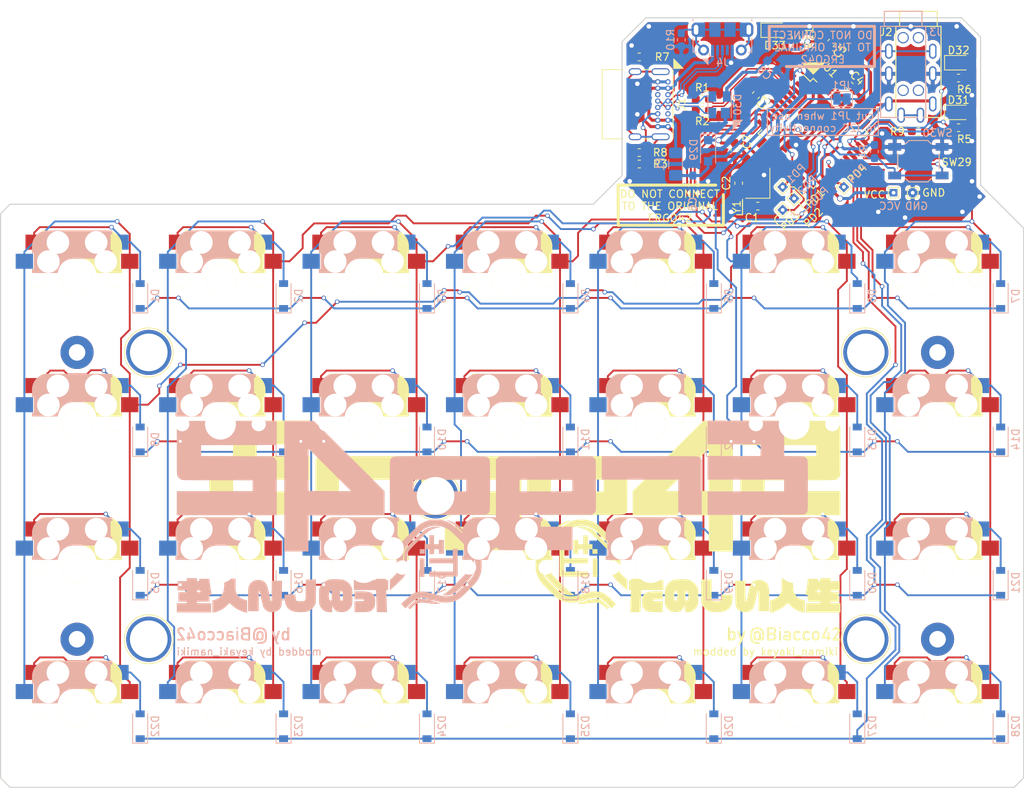
<source format=kicad_pcb>
(kicad_pcb (version 20171130) (host pcbnew 5.1.5)
  (title_block (title Ergo42) (date 2017-10-20) (rev 1.0.0-alpha) (company Biacco42))
  (layers (0 F.Cu signal) (31 B.Cu signal) (34 B.Paste user) (35 F.Paste user) (36 B.SilkS user) (37 F.SilkS user) (38 B.Mask user) (39 F.Mask user) (44 Edge.Cuts user))
  (net 0 "")
  (net 1 "Net-(D1-Pad2)")
  (net 2 "Net-(D2-Pad2)")
  (net 3 "Net-(D3-Pad2)")
  (net 4 "Net-(D4-Pad2)")
  (net 5 "Net-(D5-Pad2)")
  (net 6 "Net-(D6-Pad2)")
  (net 7 "Net-(D7-Pad2)")
  (net 8 "Net-(D8-Pad2)")
  (net 9 "Net-(D9-Pad2)")
  (net 10 "Net-(D10-Pad2)")
  (net 11 "Net-(D11-Pad2)")
  (net 12 "Net-(D12-Pad2)")
  (net 13 "Net-(D13-Pad2)")
  (net 14 "Net-(D14-Pad2)")
  (net 15 "Net-(D15-Pad2)")
  (net 16 "Net-(D16-Pad2)")
  (net 17 "Net-(D17-Pad2)")
  (net 18 "Net-(D18-Pad2)")
  (net 19 "Net-(D19-Pad2)")
  (net 20 "Net-(D20-Pad2)")
  (net 21 "Net-(D21-Pad2)")
  (net 22 "Net-(D22-Pad2)")
  (net 23 "Net-(D23-Pad2)")
  (net 24 "Net-(D24-Pad2)")
  (net 25 "Net-(D25-Pad2)")
  (net 26 "Net-(D26-Pad2)")
  (net 27 "Net-(D27-Pad2)")
  (net 28 "Net-(D28-Pad2)")
  (net 29 GND)
  (net 30 VCC)
  (net 31 "Net-(C1-Pad1)")
  (net 32 "Net-(C2-Pad1)")
  (net 33 "Net-(C3-Pad1)")
  (net 34 "Net-(C4-Pad1)")
  (net 35 +5V)
  (net 36 /PD4)
  (net 37 /PF6)
  (net 38 /PF7)
  (net 39 /DN)
  (net 40 /DP)
  (net 41 "Net-(D31-Pad2)")
  (net 42 "Net-(D32-Pad2)")
  (net 43 /CC1)
  (net 44 "Net-(J1-PadA8)")
  (net 45 "Net-(J1-PadB8)")
  (net 46 /CC2)
  (net 47 "Net-(J1-PadS1)")
  (net 48 /32u4_DN)
  (net 49 /32u4_DP)
  (net 50 /RESET)
  (net 51 /PC6)
  (net 52 /PC7)
  (net 53 /PF4)
  (net 54 /PF1)
  (net 55 /PF5)
  (net 56 /PB7)
  (net 57 /PD7)
  (net 58 /PF0)
  (net 59 /PB6)
  (net 60 /PB5)
  (net 61 /PB4)
  (net 62 /PD6)
  (net 63 /PD5)
  (net 64 /PD3)
  (net 65 /PD2)
  (net 66 /PD1)
  (net 67 /PD0)
  (net 68 /PB3)
  (net 69 /PB2)
  (net 70 /PB1)
  (net 71 /PB0)
  (net 72 /PE6)
  (net 73 "Net-(R9-Pad1)")
  (net 74 /USB_5V)
  (net 75 /S)
  (net 76 "Net-(J4-Pad6)")
  (net 77 "Net-(J4-Pad4)")
  (net 78 "Net-(D33-Pad2)")
  (net 79 /R2)
  (module TestPoint:TestPoint_THTPad_1.0x1.0mm_Drill0.5mm (layer F.Cu) (at 179.705 62.738 45)
    (fp_text reference J6 hide)
    (fp_text value Conn_01x01)
    (pad 1 thru_hole rect (at 0 0 45) (size 1 1) (drill 0.5) (layers *.Cu *.Mask) (net 65 /PD2))
  )
  (module TestPoint:TestPoint_THTPad_1.0x1.0mm_Drill0.5mm (layer F.Cu) (at 178.181 64.262 45)
    (fp_text reference J10 hide)
    (fp_text value Conn_01x01)
    (pad 1 thru_hole rect (at 0 0 45) (size 1 1) (drill 0.5) (layers *.Cu *.Mask) (net 64 /PD3))
  )
  (module library:ergo42_logo (layer B.Cu) (at 139.573 106.9975 180)
    (fp_text reference G*** hide)
    (fp_text value LOGO hide)
  )
  (module Jumper:SolderJumper-2_P1.3mm_Bridged_Pad1.0x1.5mm (layer B.Cu) (at 186.055 49.53 180)
    (fp_text reference JP1 (at 0 1.8) (layer B.SilkS) (effects (justify mirror)))
    (fp_text value Jumper_2_Bridged)
    (fp_poly (pts (xy -0.25 0.3) (xy 0.25 0.3) (xy 0.25 -0.3) (xy -0.25 -0.3)) (layer B.Cu) (width 0))
    (pad 2 smd rect (at 0.65 0 180) (size 1 1.5) (layers B.Cu B.Mask) (net 67 /PD0))
    (pad 1 smd rect (at -0.65 0 180) (size 1 1.5) (layers B.Cu B.Mask) (net 79 /R2))
  )
  (module TestPoint:TestPoint_THTPad_1.0x1.0mm_Drill0.5mm (layer F.Cu) (at 195.453 61.976)
    (fp_text reference J9 hide)
    (fp_text value Conn_01x01)
    (pad 1 thru_hole rect (at 0 0) (size 1 1) (drill 0.5) (layers *.Cu *.Mask) (net 29 GND))
  )
  (module TestPoint:TestPoint_THTPad_1.0x1.0mm_Drill0.5mm (layer F.Cu) (at 186.309 61.214 45)
    (fp_text reference J8 hide)
    (fp_text value Conn_01x01)
    (pad 1 thru_hole rect (at 0 0 45) (size 1 1) (drill 0.5) (layers *.Cu *.Mask) (net 36 /PD4))
  )
  (module TestPoint:TestPoint_THTPad_1.0x1.0mm_Drill0.5mm (layer F.Cu) (at 192.913 61.976)
    (fp_text reference J7 hide)
    (fp_text value Conn_01x01)
    (pad 1 thru_hole rect (at 0 0) (size 1 1) (drill 0.5) (layers *.Cu *.Mask) (net 30 VCC))
  )
  (module TestPoint:TestPoint_THTPad_1.0x1.0mm_Drill0.5mm (layer F.Cu) (at 178.181 61.214 45)
    (fp_text reference J5 hide)
    (fp_text value Conn_01x01)
    (pad 1 thru_hole rect (at 0 0 45) (size 1 1) (drill 0.5) (layers *.Cu *.Mask) (net 66 /PD1))
  )
  (module library:ergo42_logo (layer F.Cu) (at 143.98625 106.9975)
    (fp_text reference G*** hide)
    (fp_text value LOGO hide)
  )
  (module Resistor_SMD:R_0603_1608Metric_Pad1.05x0.95mm_HandSolder (layer F.Cu) (at 179.968 41.402 90)
    (fp_text reference R11 (at 0 1.769 90) (layer F.SilkS))
    (fp_text value 1k)
    (pad 2 smd roundrect (at 0.875 0 90) (size 1.05 0.95) (layers F.Cu F.Paste F.Mask) (net 78 "Net-(D33-Pad2)"))
    (pad 1 smd roundrect (at -0.875 0 90) (size 1.05 0.95) (layers F.Cu F.Paste F.Mask) (net 30 VCC))
  )
  (module LED_SMD:LED_0805_2012Metric_Pad1.15x1.40mm_HandSolder (layer F.Cu) (at 177.165 40.386)
    (fp_text reference D33 (at 0 2.032) (layer F.SilkS))
    (fp_text value LED)
    (pad 2 smd roundrect (at 1.025 0) (size 1.15 1.4) (layers F.Cu F.Paste F.Mask) (roundrect_rratio 0.217391) (net 78 "Net-(D33-Pad2)"))
    (pad 1 smd roundrect (at -1.025 0) (size 1.15 1.4) (layers F.Cu F.Paste F.Mask) (roundrect_rratio 0.217391) (net 29 GND))
  )
  (module Custom_Footprint:MountingHole_2.2mm_M2_Pad-noREFs (layer F.Cu) (at 198.755 121.285)
    (fp_text reference H9 hide)
    (fp_text value MountingHole)
    (pad 1 thru_hole circle (at 0 0) (size 4.4 4.4) (drill 2.2) (layers *.Cu *.Mask))
  )
  (module Custom_Footprint:MountingHole_2.2mm_M2_Pad-noREFs (layer F.Cu) (at 84.455 121.285)
    (fp_text reference H8 hide)
    (fp_text value MountingHole)
    (pad 1 thru_hole circle (at 0 0) (size 4.4 4.4) (drill 2.2) (layers *.Cu *.Mask))
  )
  (module Custom_Footprint:MountingHole_2.2mm_M2_Pad-noREFs (layer F.Cu) (at 198.755 83.185)
    (fp_text reference H7 hide)
    (fp_text value MountingHole)
    (pad 1 thru_hole circle (at 0 0) (size 4.4 4.4) (drill 2.2) (layers *.Cu *.Mask))
  )
  (module Custom_Footprint:MountingHole_2.2mm_M2_Pad-noREFs (layer F.Cu) (at 84.455 83.185)
    (fp_text reference H6 hide)
    (fp_text value MountingHole)
    (pad 1 thru_hole circle (at 0 0) (size 4.4 4.4) (drill 2.2) (layers *.Cu *.Mask))
  )
  (module Custom_Footprint:TestPoint_Plated_Hole_D5.0mm_noREFs (layer F.Cu) (at 189.23 121.285)
    (fp_text reference H5 hide)
    (fp_text value MountingHole)
    (pad 1 thru_hole circle (at 0 0) (size 6 6) (drill 5) (layers *.Cu *.Mask))
  )
  (module Button_Switch_SMD:SW_SPST_TL3342 (layer B.Cu) (at 196.215 57.785 180)
    (fp_text reference SW30 (at -2.54 3.75) (layer B.SilkS) (effects (justify mirror)))
    (fp_text value SW_Push)
    (pad 2 smd rect (at 3.15 -1.9 180) (size 1.7 1) (layers B.Cu B.Paste B.Mask) (net 50 /RESET))
    (pad 2 smd rect (at -3.15 -1.9 180) (size 1.7 1) (layers B.Cu B.Paste B.Mask) (net 50 /RESET))
    (pad 1 smd rect (at 3.15 1.9 180) (size 1.7 1) (layers B.Cu B.Paste B.Mask) (net 29 GND))
    (pad 1 smd rect (at -3.15 1.9 180) (size 1.7 1) (layers B.Cu B.Paste B.Mask) (net 29 GND))
  )
  (module Custom_Footprint:4pin_jack (layer B.Cu) (at 194.183 39.878 180)
    (fp_text reference J3 (at -4.318 -0.762) (layer B.SilkS) (effects (justify mirror)))
    (fp_text value AudioJack4)
    (pad S thru_hole oval (at -2.3 -11.8 180) (size 1 2) (drill oval 0.62 1.6) (layers *.Cu *.Mask) (net 75 /S))
    (pad R2 thru_hole oval (at 1.9 -3.3 180) (size 1 2) (drill oval 0.62 1.6) (layers *.Cu *.Mask) (net 79 /R2))
    (pad R1 thru_hole oval (at 1.9 -6.3 180) (size 1 2) (drill oval 0.62 1.6) (layers *.Cu *.Mask) (net 29 GND))
    (pad T thru_hole oval (at 1.9 -10.3 180) (size 1 2) (drill oval 0.62 1.6) (layers *.Cu *.Mask) (net 30 VCC))
    (pad "" np_thru_hole circle (at 0 -1.5 180) (size 1.5 1.5) (drill 1.2) (layers *.Cu *.Mask))
    (pad "" np_thru_hole circle (at 0 -8.5 180) (size 1.5 1.5) (drill 1.2) (layers *.Cu *.Mask))
  )
  (module Crystal:Crystal_SMD_SeikoEpson_FA238-4Pin_3.2x2.5mm (layer F.Cu) (at 174.879 60.706 90)
    (fp_text reference Y1 (at -3.175 -2.794 90) (layer F.SilkS))
    (fp_text value "FA-238 ")
    (pad 4 smd rect (at -1.1 -0.8 90) (size 1.4 1.2) (layers F.Cu F.Paste F.Mask) (net 29 GND))
    (pad 3 smd rect (at 1.1 -0.8 90) (size 1.4 1.2) (layers F.Cu F.Paste F.Mask) (net 32 "Net-(C2-Pad1)"))
    (pad 2 smd rect (at 1.1 0.8 90) (size 1.4 1.2) (layers F.Cu F.Paste F.Mask) (net 29 GND))
    (pad 1 smd rect (at -1.1 0.8 90) (size 1.4 1.2) (layers F.Cu F.Paste F.Mask) (net 31 "Net-(C1-Pad1)"))
  )
  (module Button_Switch_SMD:SW_SPST_TL3342 (layer F.Cu) (at 196.215 57.785)
    (fp_text reference SW29 (at 5.08 0.127) (layer F.SilkS))
    (fp_text value SW_Push)
    (pad 2 smd rect (at 3.15 1.9) (size 1.7 1) (layers F.Cu F.Paste F.Mask) (net 50 /RESET))
    (pad 2 smd rect (at -3.15 1.9) (size 1.7 1) (layers F.Cu F.Paste F.Mask) (net 50 /RESET))
    (pad 1 smd rect (at 3.15 -1.9) (size 1.7 1) (layers F.Cu F.Paste F.Mask) (net 29 GND))
    (pad 1 smd rect (at -3.15 -1.9) (size 1.7 1) (layers F.Cu F.Paste F.Mask) (net 29 GND))
  )
  (module kbd:CherryMX_Hotswap (layer F.Cu) (at 84.455 73.66)
    (fp_text reference SW1 hide)
    (fp_text value SW_Push hide)
    (pad 2 smd rect (at 5.7 -5.12 180) (size 2.3 2) (layers B.Cu B.Paste B.Mask) (net 1 "Net-(D1-Pad2)"))
    (pad "" np_thru_hole circle (at -5.08 0) (size 1.9 1.9) (drill 1.9) (layers *.Cu *.Mask F.SilkS))
    (pad "" np_thru_hole circle (at 5.08 0) (size 1.9 1.9) (drill 1.9) (layers *.Cu *.Mask F.SilkS))
    (pad "" np_thru_hole circle (at 0 0 90) (size 4.1 4.1) (drill 4.1) (layers *.Cu *.Mask F.SilkS))
    (pad "" np_thru_hole circle (at 2.54 -5.08 180) (size 3 3) (drill 3) (layers *.Cu *.Mask))
    (pad "" np_thru_hole circle (at 3.81 -2.540001 180) (size 3 3) (drill 3) (layers *.Cu *.Mask))
    (pad "" np_thru_hole circle (at -2.54 -5.08 180) (size 3 3) (drill 3) (layers *.Cu *.Mask))
    (pad "" np_thru_hole circle (at -3.81 -2.54 180) (size 3 3) (drill 3) (layers *.Cu *.Mask))
    (pad 2 smd rect (at -5.7 -5.12 180) (size 2.3 2) (layers F.Cu F.Paste F.Mask) (net 1 "Net-(D1-Pad2)"))
    (pad 1 smd rect (at 7 -2.58 180) (size 2.3 2) (layers F.Cu F.Paste F.Mask) (net 55 /PF5))
    (pad 1 smd rect (at -7 -2.58 180) (size 2.3 2) (layers B.Cu B.Paste B.Mask) (net 55 /PF5))
  )
  (module Resistor_SMD:R_0603_1608Metric_Pad1.05x0.95mm_HandSolder (layer B.Cu) (at 164.719 41.656 270)
    (fp_text reference R10 (at 0 1.43 270) (layer B.SilkS) (effects (justify mirror)))
    (fp_text value 1M)
    (pad 2 smd roundrect (at 0.875 0 270) (size 1.05 0.95) (layers B.Cu B.Paste B.Mask) (net 29 GND))
    (pad 1 smd roundrect (at -0.875 0 270) (size 1.05 0.95) (layers B.Cu B.Paste B.Mask) (net 76 "Net-(J4-Pad6)"))
  )
  (module Resistor_SMD:R_0603_1608Metric_Pad1.05x0.95mm_HandSolder (layer F.Cu) (at 196.215 53.848)
    (fp_text reference R9 (at -2.794 0) (layer F.SilkS))
    (fp_text value 10k)
    (pad 2 smd roundrect (at 0.875 0) (size 1.05 0.95) (layers F.Cu F.Paste F.Mask) (net 29 GND))
    (pad 1 smd roundrect (at -0.875 0) (size 1.05 0.95) (layers F.Cu F.Paste F.Mask) (net 73 "Net-(R9-Pad1)"))
  )
  (module Resistor_SMD:R_0603_1608Metric_Pad1.05x0.95mm_HandSolder (layer F.Cu) (at 159.131 56.642 180)
    (fp_text reference R8 (at -2.794 0) (layer F.SilkS))
    (fp_text value 5.1k)
    (pad 2 smd roundrect (at 0.875 0 180) (size 1.05 0.95) (layers F.Cu F.Paste F.Mask) (net 29 GND))
    (pad 1 smd roundrect (at -0.875 0 180) (size 1.05 0.95) (layers F.Cu F.Paste F.Mask) (net 46 /CC2))
  )
  (module Resistor_SMD:R_0603_1608Metric_Pad1.05x0.95mm_HandSolder (layer F.Cu) (at 159.131 43.942 180)
    (fp_text reference R7 (at -3.048 0) (layer F.SilkS))
    (fp_text value 5.1k)
    (pad 2 smd roundrect (at 0.875 0 180) (size 1.05 0.95) (layers F.Cu F.Paste F.Mask) (net 29 GND))
    (pad 1 smd roundrect (at -0.875 0 180) (size 1.05 0.95) (layers F.Cu F.Paste F.Mask) (net 43 /CC1))
  )
  (module Resistor_SMD:R_0603_1608Metric_Pad1.05x0.95mm_HandSolder (layer F.Cu) (at 201.549 46.736)
    (fp_text reference R6 (at 0.762 1.524) (layer F.SilkS))
    (fp_text value 1k)
    (pad 2 smd roundrect (at 0.875 0) (size 1.05 0.95) (layers F.Cu F.Paste F.Mask) (net 42 "Net-(D32-Pad2)"))
    (pad 1 smd roundrect (at -0.875 0) (size 1.05 0.95) (layers F.Cu F.Paste F.Mask) (net 52 /PC7))
  )
  (module Resistor_SMD:R_0603_1608Metric_Pad1.05x0.95mm_HandSolder (layer F.Cu) (at 201.549 53.34)
    (fp_text reference R5 (at 0.762 1.524) (layer F.SilkS))
    (fp_text value 1k)
    (pad 2 smd roundrect (at 0.875 0) (size 1.05 0.95) (layers F.Cu F.Paste F.Mask) (net 41 "Net-(D31-Pad2)"))
    (pad 1 smd roundrect (at -0.875 0) (size 1.05 0.95) (layers F.Cu F.Paste F.Mask) (net 51 /PC6))
  )
  (module Resistor_SMD:R_0603_1608Metric_Pad1.05x0.95mm_HandSolder (layer B.Cu) (at 190.373 56.501 270)
    (fp_text reference R4 (at 0 1.43 90) (layer B.SilkS) (effects (justify mirror)))
    (fp_text value 10k)
    (pad 2 smd roundrect (at 0.875 0 270) (size 1.05 0.95) (layers B.Cu B.Paste B.Mask) (net 50 /RESET))
    (pad 1 smd roundrect (at -0.875 0 270) (size 1.05 0.95) (layers B.Cu B.Paste B.Mask) (net 30 VCC))
  )
  (module Resistor_SMD:R_0603_1608Metric_Pad1.05x0.95mm_HandSolder (layer F.Cu) (at 159.131 58.166 180)
    (fp_text reference R3 (at -2.794 0) (layer F.SilkS))
    (fp_text value 1M)
    (pad 2 smd roundrect (at 0.875 0 180) (size 1.05 0.95) (layers F.Cu F.Paste F.Mask) (net 29 GND))
    (pad 1 smd roundrect (at -0.875 0 180) (size 1.05 0.95) (layers F.Cu F.Paste F.Mask) (net 47 "Net-(J1-PadS1)"))
  )
  (module Resistor_SMD:R_0603_1608Metric_Pad1.05x0.95mm_HandSolder (layer F.Cu) (at 167.513 51.054 180)
    (fp_text reference R2 (at 0 -1.43) (layer F.SilkS))
    (fp_text value 22)
    (pad 2 smd roundrect (at 0.875 0 180) (size 1.05 0.95) (layers F.Cu F.Paste F.Mask) (net 40 /DP))
    (pad 1 smd roundrect (at -0.875 0 180) (size 1.05 0.95) (layers F.Cu F.Paste F.Mask) (net 49 /32u4_DP))
  )
  (module Resistor_SMD:R_0603_1608Metric_Pad1.05x0.95mm_HandSolder (layer F.Cu) (at 167.513 49.53 180)
    (fp_text reference R1 (at 0 1.524) (layer F.SilkS))
    (fp_text value 22)
    (pad 2 smd roundrect (at 0.875 0 180) (size 1.05 0.95) (layers F.Cu F.Paste F.Mask) (net 39 /DN))
    (pad 1 smd roundrect (at -0.875 0 180) (size 1.05 0.95) (layers F.Cu F.Paste F.Mask) (net 48 /32u4_DN))
  )
  (module Connector_USB:USB_Micro-B_Molex-105017-0001 (layer B.Cu) (at 170.18 41.56)
    (fp_text reference J4 (at 0 3.1125) (layer B.SilkS) (effects (justify mirror)))
    (fp_text value USB_B_Micro)
    (pad 6 smd rect (at -2.9 -1.2375) (size 1.2 1.9) (layers B.Cu B.Mask) (net 76 "Net-(J4-Pad6)"))
    (pad 6 smd rect (at 2.9 -1.2375) (size 1.2 1.9) (layers B.Cu B.Mask) (net 76 "Net-(J4-Pad6)"))
    (pad 6 thru_hole oval (at 3.5 -1.2375) (size 1.2 1.9) (drill oval 0.6 1.3) (layers *.Cu *.Mask) (net 76 "Net-(J4-Pad6)"))
    (pad 6 thru_hole oval (at -3.5 -1.2375 180) (size 1.2 1.9) (drill oval 0.6 1.3) (layers *.Cu *.Mask) (net 76 "Net-(J4-Pad6)"))
    (pad 6 smd rect (at -1 -1.2375) (size 1.5 1.9) (layers B.Cu B.Paste B.Mask) (net 76 "Net-(J4-Pad6)"))
    (pad 6 thru_hole circle (at 2.5 1.4625) (size 1.45 1.45) (drill 0.85) (layers *.Cu *.Mask) (net 76 "Net-(J4-Pad6)"))
    (pad 3 smd rect (at 0 1.4625) (size 0.4 1.35) (layers B.Cu B.Paste B.Mask) (net 40 /DP))
    (pad 4 smd rect (at 0.65 1.4625) (size 0.4 1.35) (layers B.Cu B.Paste B.Mask) (net 77 "Net-(J4-Pad4)"))
    (pad 5 smd rect (at 1.3 1.4625) (size 0.4 1.35) (layers B.Cu B.Paste B.Mask) (net 29 GND))
    (pad 1 smd rect (at -1.3 1.4625) (size 0.4 1.35) (layers B.Cu B.Paste B.Mask) (net 74 /USB_5V))
    (pad 2 smd rect (at -0.65 1.4625) (size 0.4 1.35) (layers B.Cu B.Paste B.Mask) (net 39 /DN))
    (pad 6 thru_hole circle (at -2.5 1.4625) (size 1.45 1.45) (drill 0.85) (layers *.Cu *.Mask) (net 76 "Net-(J4-Pad6)"))
    (pad 6 smd rect (at 1 -1.2375) (size 1.5 1.9) (layers B.Cu B.Paste B.Mask) (net 76 "Net-(J4-Pad6)"))
  )
  (module Custom_Footprint:4pin_jack (layer F.Cu) (at 196.215 39.878)
    (fp_text reference J2 (at -4.318 0.762) (layer F.SilkS))
    (fp_text value AudioJack4)
    (pad S thru_hole oval (at -2.3 11.8) (size 1 2) (drill oval 0.62 1.6) (layers *.Cu *.Mask) (net 75 /S))
    (pad R2 thru_hole oval (at 1.9 3.3) (size 1 2) (drill oval 0.62 1.6) (layers *.Cu *.Mask) (net 79 /R2))
    (pad R1 thru_hole oval (at 1.9 6.3) (size 1 2) (drill oval 0.62 1.6) (layers *.Cu *.Mask) (net 29 GND))
    (pad T thru_hole oval (at 1.9 10.3) (size 1 2) (drill oval 0.62 1.6) (layers *.Cu *.Mask) (net 30 VCC))
    (pad "" np_thru_hole circle (at 0 1.5) (size 1.5 1.5) (drill 1.2) (layers *.Cu *.Mask))
    (pad "" np_thru_hole circle (at 0 8.5) (size 1.5 1.5) (drill 1.2) (layers *.Cu *.Mask))
  )
  (module Custom_Footprint:TestPoint_Plated_Hole_D5.0mm_noREFs (layer F.Cu) (at 93.98 121.285)
    (fp_text reference H4 hide)
    (fp_text value MountingHole)
    (pad 1 thru_hole circle (at 0 0) (size 6 6) (drill 5) (layers *.Cu *.Mask))
  )
  (module Custom_Footprint:TestPoint_Plated_Hole_D5.0mm_noREFs (layer F.Cu) (at 132.08 102.235)
    (fp_text reference H3 hide)
    (fp_text value MountingHole)
    (pad 1 thru_hole circle (at 0 0) (size 6 6) (drill 5) (layers *.Cu *.Mask))
  )
  (module Custom_Footprint:TestPoint_Plated_Hole_D5.0mm_noREFs (layer F.Cu) (at 189.23 83.185)
    (fp_text reference H2 hide)
    (fp_text value MountingHole)
    (pad 1 thru_hole circle (at 0 0) (size 6 6) (drill 5) (layers *.Cu *.Mask))
  )
  (module Custom_Footprint:TestPoint_Plated_Hole_D5.0mm_noREFs (layer F.Cu) (at 93.98 83.185)
    (fp_text reference H1 hide)
    (fp_text value MountingHole)
    (pad 1 thru_hole circle (at 0 0) (size 6 6) (drill 5) (layers *.Cu *.Mask))
  )
  (module LED_SMD:LED_0805_2012Metric_Pad1.15x1.40mm_HandSolder (layer F.Cu) (at 201.549 44.704)
    (fp_text reference D32 (at 0 -1.65) (layer F.SilkS))
    (fp_text value LED)
    (pad 2 smd roundrect (at 1.025 0) (size 1.15 1.4) (layers F.Cu F.Paste F.Mask) (roundrect_rratio 0.217391) (net 42 "Net-(D32-Pad2)"))
    (pad 1 smd roundrect (at -1.025 0) (size 1.15 1.4) (layers F.Cu F.Paste F.Mask) (roundrect_rratio 0.217391) (net 29 GND))
  )
  (module LED_SMD:LED_0805_2012Metric_Pad1.15x1.40mm_HandSolder (layer F.Cu) (at 201.549 51.308)
    (fp_text reference D31 (at 0 -1.65) (layer F.SilkS))
    (fp_text value LED)
    (pad 2 smd roundrect (at 1.025 0) (size 1.15 1.4) (layers F.Cu F.Paste F.Mask) (roundrect_rratio 0.217391) (net 41 "Net-(D31-Pad2)"))
    (pad 1 smd roundrect (at -1.025 0) (size 1.15 1.4) (layers F.Cu F.Paste F.Mask) (roundrect_rratio 0.217391) (net 29 GND))
  )
  (module Package_TO_SOT_SMD:SOT-143 (layer B.Cu) (at 169.799 50.292 90)
    (fp_text reference D30 (at 0.02 2.38 90) (layer B.SilkS) (effects (justify mirror)))
    (fp_text value PRTR5V0U2X)
    (pad 4 smd rect (at 1.1 0.95 180) (size 1 1.4) (layers B.Cu B.Paste B.Mask) (net 30 VCC))
    (pad 3 smd rect (at 1.1 -0.95 180) (size 1 1.4) (layers B.Cu B.Paste B.Mask) (net 39 /DN))
    (pad 2 smd rect (at -1.1 -0.95 180) (size 1 1.4) (layers B.Cu B.Paste B.Mask) (net 40 /DP))
    (pad 1 smd rect (at -1.1 0.77 180) (size 1.2 1.4) (layers B.Cu B.Paste B.Mask) (net 29 GND))
  )
  (module Diode_SMD:D_SOD-123 (layer B.Cu) (at 207.137 132.842 90)
    (fp_text reference D28 (at 0 2 90) (layer B.SilkS) (effects (justify mirror)))
    (fp_text value D)
    (pad 2 smd rect (at 1.65 0 90) (size 0.9 1.2) (layers B.Cu B.Paste B.Mask) (net 28 "Net-(D28-Pad2)"))
    (pad 1 smd rect (at -1.65 0 90) (size 0.9 1.2) (layers B.Cu B.Paste B.Mask) (net 60 /PB5))
  )
  (module Diode_SMD:D_SOD-123 (layer B.Cu) (at 188.087 132.842 90)
    (fp_text reference D27 (at 0 2 90) (layer B.SilkS) (effects (justify mirror)))
    (fp_text value D)
    (pad 2 smd rect (at 1.65 0 90) (size 0.9 1.2) (layers B.Cu B.Paste B.Mask) (net 27 "Net-(D27-Pad2)"))
    (pad 1 smd rect (at -1.65 0 90) (size 0.9 1.2) (layers B.Cu B.Paste B.Mask) (net 60 /PB5))
  )
  (module Diode_SMD:D_SOD-123 (layer B.Cu) (at 169.037 132.842 90)
    (fp_text reference D26 (at 0 2 90) (layer B.SilkS) (effects (justify mirror)))
    (fp_text value D)
    (pad 2 smd rect (at 1.65 0 90) (size 0.9 1.2) (layers B.Cu B.Paste B.Mask) (net 26 "Net-(D26-Pad2)"))
    (pad 1 smd rect (at -1.65 0 90) (size 0.9 1.2) (layers B.Cu B.Paste B.Mask) (net 60 /PB5))
  )
  (module Diode_SMD:D_SOD-123 (layer B.Cu) (at 149.987 132.842 90)
    (fp_text reference D25 (at 0 2 90) (layer B.SilkS) (effects (justify mirror)))
    (fp_text value D)
    (pad 2 smd rect (at 1.65 0 90) (size 0.9 1.2) (layers B.Cu B.Paste B.Mask) (net 25 "Net-(D25-Pad2)"))
    (pad 1 smd rect (at -1.65 0 90) (size 0.9 1.2) (layers B.Cu B.Paste B.Mask) (net 60 /PB5))
  )
  (module Diode_SMD:D_SOD-123 (layer B.Cu) (at 130.937 132.842 90)
    (fp_text reference D24 (at 0 2 90) (layer B.SilkS) (effects (justify mirror)))
    (fp_text value D)
    (pad 2 smd rect (at 1.65 0 90) (size 0.9 1.2) (layers B.Cu B.Paste B.Mask) (net 24 "Net-(D24-Pad2)"))
    (pad 1 smd rect (at -1.65 0 90) (size 0.9 1.2) (layers B.Cu B.Paste B.Mask) (net 60 /PB5))
  )
  (module Diode_SMD:D_SOD-123 (layer B.Cu) (at 111.887 132.842 90)
    (fp_text reference D23 (at 0 2 90) (layer B.SilkS) (effects (justify mirror)))
    (fp_text value D)
    (pad 2 smd rect (at 1.65 0 90) (size 0.9 1.2) (layers B.Cu B.Paste B.Mask) (net 23 "Net-(D23-Pad2)"))
    (pad 1 smd rect (at -1.65 0 90) (size 0.9 1.2) (layers B.Cu B.Paste B.Mask) (net 60 /PB5))
  )
  (module Diode_SMD:D_SOD-123 (layer B.Cu) (at 92.837 132.842 90)
    (fp_text reference D22 (at 0 2 90) (layer B.SilkS) (effects (justify mirror)))
    (fp_text value D)
    (pad 2 smd rect (at 1.65 0 90) (size 0.9 1.2) (layers B.Cu B.Paste B.Mask) (net 22 "Net-(D22-Pad2)"))
    (pad 1 smd rect (at -1.65 0 90) (size 0.9 1.2) (layers B.Cu B.Paste B.Mask) (net 60 /PB5))
  )
  (module Diode_SMD:D_SOD-123 (layer B.Cu) (at 207.137 113.792 90)
    (fp_text reference D21 (at 0 2 90) (layer B.SilkS) (effects (justify mirror)))
    (fp_text value D)
    (pad 2 smd rect (at 1.65 0 90) (size 0.9 1.2) (layers B.Cu B.Paste B.Mask) (net 21 "Net-(D21-Pad2)"))
    (pad 1 smd rect (at -1.65 0 90) (size 0.9 1.2) (layers B.Cu B.Paste B.Mask) (net 61 /PB4))
  )
  (module Diode_SMD:D_SOD-123 (layer B.Cu) (at 188.087 113.792 90)
    (fp_text reference D20 (at 0 2 90) (layer B.SilkS) (effects (justify mirror)))
    (fp_text value D)
    (pad 2 smd rect (at 1.65 0 90) (size 0.9 1.2) (layers B.Cu B.Paste B.Mask) (net 20 "Net-(D20-Pad2)"))
    (pad 1 smd rect (at -1.65 0 90) (size 0.9 1.2) (layers B.Cu B.Paste B.Mask) (net 61 /PB4))
  )
  (module Diode_SMD:D_SOD-123 (layer B.Cu) (at 169.037 113.792 90)
    (fp_text reference D19 (at 0 2 90) (layer B.SilkS) (effects (justify mirror)))
    (fp_text value D)
    (pad 2 smd rect (at 1.65 0 90) (size 0.9 1.2) (layers B.Cu B.Paste B.Mask) (net 19 "Net-(D19-Pad2)"))
    (pad 1 smd rect (at -1.65 0 90) (size 0.9 1.2) (layers B.Cu B.Paste B.Mask) (net 61 /PB4))
  )
  (module Diode_SMD:D_SOD-123 (layer B.Cu) (at 149.987 113.792 90)
    (fp_text reference D18 (at 0 2 90) (layer B.SilkS) (effects (justify mirror)))
    (fp_text value D)
    (pad 2 smd rect (at 1.65 0 90) (size 0.9 1.2) (layers B.Cu B.Paste B.Mask) (net 18 "Net-(D18-Pad2)"))
    (pad 1 smd rect (at -1.65 0 90) (size 0.9 1.2) (layers B.Cu B.Paste B.Mask) (net 61 /PB4))
  )
  (module Diode_SMD:D_SOD-123 (layer B.Cu) (at 130.937 113.792 90)
    (fp_text reference D17 (at 0 2 90) (layer B.SilkS) (effects (justify mirror)))
    (fp_text value D)
    (pad 2 smd rect (at 1.65 0 90) (size 0.9 1.2) (layers B.Cu B.Paste B.Mask) (net 17 "Net-(D17-Pad2)"))
    (pad 1 smd rect (at -1.65 0 90) (size 0.9 1.2) (layers B.Cu B.Paste B.Mask) (net 61 /PB4))
  )
  (module Diode_SMD:D_SOD-123 (layer B.Cu) (at 111.887 113.792 90)
    (fp_text reference D16 (at 0 2 90) (layer B.SilkS) (effects (justify mirror)))
    (fp_text value D)
    (pad 2 smd rect (at 1.65 0 90) (size 0.9 1.2) (layers B.Cu B.Paste B.Mask) (net 16 "Net-(D16-Pad2)"))
    (pad 1 smd rect (at -1.65 0 90) (size 0.9 1.2) (layers B.Cu B.Paste B.Mask) (net 61 /PB4))
  )
  (module Diode_SMD:D_SOD-123 (layer B.Cu) (at 92.837 113.792 90)
    (fp_text reference D15 (at 0 2 90) (layer B.SilkS) (effects (justify mirror)))
    (fp_text value D)
    (pad 2 smd rect (at 1.65 0 90) (size 0.9 1.2) (layers B.Cu B.Paste B.Mask) (net 15 "Net-(D15-Pad2)"))
    (pad 1 smd rect (at -1.65 0 90) (size 0.9 1.2) (layers B.Cu B.Paste B.Mask) (net 61 /PB4))
  )
  (module Diode_SMD:D_SOD-123 (layer B.Cu) (at 207.137 94.742 90)
    (fp_text reference D14 (at 0 2 270) (layer B.SilkS) (effects (justify mirror)))
    (fp_text value D)
    (pad 2 smd rect (at 1.65 0 90) (size 0.9 1.2) (layers B.Cu B.Paste B.Mask) (net 14 "Net-(D14-Pad2)"))
    (pad 1 smd rect (at -1.65 0 90) (size 0.9 1.2) (layers B.Cu B.Paste B.Mask) (net 72 /PE6))
  )
  (module Diode_SMD:D_SOD-123 (layer B.Cu) (at 188.087 94.742 90)
    (fp_text reference D13 (at 0 2 270) (layer B.SilkS) (effects (justify mirror)))
    (fp_text value D)
    (pad 2 smd rect (at 1.65 0 90) (size 0.9 1.2) (layers B.Cu B.Paste B.Mask) (net 13 "Net-(D13-Pad2)"))
    (pad 1 smd rect (at -1.65 0 90) (size 0.9 1.2) (layers B.Cu B.Paste B.Mask) (net 72 /PE6))
  )
  (module Diode_SMD:D_SOD-123 (layer B.Cu) (at 169.037 94.742 90)
    (fp_text reference D12 (at 0 2 270) (layer B.SilkS) (effects (justify mirror)))
    (fp_text value D)
    (pad 2 smd rect (at 1.65 0 90) (size 0.9 1.2) (layers B.Cu B.Paste B.Mask) (net 12 "Net-(D12-Pad2)"))
    (pad 1 smd rect (at -1.65 0 90) (size 0.9 1.2) (layers B.Cu B.Paste B.Mask) (net 72 /PE6))
  )
  (module Diode_SMD:D_SOD-123 (layer B.Cu) (at 149.987 94.742 90)
    (fp_text reference D11 (at 0 2 270) (layer B.SilkS) (effects (justify mirror)))
    (fp_text value D)
    (pad 2 smd rect (at 1.65 0 90) (size 0.9 1.2) (layers B.Cu B.Paste B.Mask) (net 11 "Net-(D11-Pad2)"))
    (pad 1 smd rect (at -1.65 0 90) (size 0.9 1.2) (layers B.Cu B.Paste B.Mask) (net 72 /PE6))
  )
  (module Diode_SMD:D_SOD-123 (layer B.Cu) (at 130.937 94.742 90)
    (fp_text reference D10 (at 0 2 270) (layer B.SilkS) (effects (justify mirror)))
    (fp_text value D)
    (pad 2 smd rect (at 1.65 0 90) (size 0.9 1.2) (layers B.Cu B.Paste B.Mask) (net 10 "Net-(D10-Pad2)"))
    (pad 1 smd rect (at -1.65 0 90) (size 0.9 1.2) (layers B.Cu B.Paste B.Mask) (net 72 /PE6))
  )
  (module Diode_SMD:D_SOD-123 (layer B.Cu) (at 111.887 94.742 90)
    (fp_text reference D9 (at 0 2 270) (layer B.SilkS) (effects (justify mirror)))
    (fp_text value D)
    (pad 2 smd rect (at 1.65 0 90) (size 0.9 1.2) (layers B.Cu B.Paste B.Mask) (net 9 "Net-(D9-Pad2)"))
    (pad 1 smd rect (at -1.65 0 90) (size 0.9 1.2) (layers B.Cu B.Paste B.Mask) (net 72 /PE6))
  )
  (module Diode_SMD:D_SOD-123 (layer B.Cu) (at 92.837 94.742 90)
    (fp_text reference D8 (at 0 2 270) (layer B.SilkS) (effects (justify mirror)))
    (fp_text value D)
    (pad 2 smd rect (at 1.65 0 90) (size 0.9 1.2) (layers B.Cu B.Paste B.Mask) (net 8 "Net-(D8-Pad2)"))
    (pad 1 smd rect (at -1.65 0 90) (size 0.9 1.2) (layers B.Cu B.Paste B.Mask) (net 72 /PE6))
  )
  (module Diode_SMD:D_SOD-123 (layer B.Cu) (at 207.137 75.692 90)
    (fp_text reference D7 (at 0 2 90) (layer B.SilkS) (effects (justify mirror)))
    (fp_text value D)
    (pad 2 smd rect (at 1.65 0 90) (size 0.9 1.2) (layers B.Cu B.Paste B.Mask) (net 7 "Net-(D7-Pad2)"))
    (pad 1 smd rect (at -1.65 0 90) (size 0.9 1.2) (layers B.Cu B.Paste B.Mask) (net 57 /PD7))
  )
  (module Diode_SMD:D_SOD-123 (layer B.Cu) (at 188.087 75.692 90)
    (fp_text reference D6 (at 0 2 90) (layer B.SilkS) (effects (justify mirror)))
    (fp_text value D)
    (pad 2 smd rect (at 1.65 0 90) (size 0.9 1.2) (layers B.Cu B.Paste B.Mask) (net 6 "Net-(D6-Pad2)"))
    (pad 1 smd rect (at -1.65 0 90) (size 0.9 1.2) (layers B.Cu B.Paste B.Mask) (net 57 /PD7))
  )
  (module Diode_SMD:D_SOD-123 (layer B.Cu) (at 169.037 75.692 90)
    (fp_text reference D5 (at 0 2 90) (layer B.SilkS) (effects (justify mirror)))
    (fp_text value D)
    (pad 2 smd rect (at 1.65 0 90) (size 0.9 1.2) (layers B.Cu B.Paste B.Mask) (net 5 "Net-(D5-Pad2)"))
    (pad 1 smd rect (at -1.65 0 90) (size 0.9 1.2) (layers B.Cu B.Paste B.Mask) (net 57 /PD7))
  )
  (module Diode_SMD:D_SOD-123 (layer B.Cu) (at 149.987 75.692 90)
    (fp_text reference D4 (at 0 2 90) (layer B.SilkS) (effects (justify mirror)))
    (fp_text value D)
    (pad 2 smd rect (at 1.65 0 90) (size 0.9 1.2) (layers B.Cu B.Paste B.Mask) (net 4 "Net-(D4-Pad2)"))
    (pad 1 smd rect (at -1.65 0 90) (size 0.9 1.2) (layers B.Cu B.Paste B.Mask) (net 57 /PD7))
  )
  (module Diode_SMD:D_SOD-123 (layer B.Cu) (at 130.937 75.692 90)
    (fp_text reference D3 (at 0 2 90) (layer B.SilkS) (effects (justify mirror)))
    (fp_text value D)
    (pad 2 smd rect (at 1.65 0 90) (size 0.9 1.2) (layers B.Cu B.Paste B.Mask) (net 3 "Net-(D3-Pad2)"))
    (pad 1 smd rect (at -1.65 0 90) (size 0.9 1.2) (layers B.Cu B.Paste B.Mask) (net 57 /PD7))
  )
  (module Diode_SMD:D_SOD-123 (layer B.Cu) (at 111.887 75.692 90)
    (fp_text reference D2 (at 0 2 90) (layer B.SilkS) (effects (justify mirror)))
    (fp_text value D)
    (pad 2 smd rect (at 1.65 0 90) (size 0.9 1.2) (layers B.Cu B.Paste B.Mask) (net 2 "Net-(D2-Pad2)"))
    (pad 1 smd rect (at -1.65 0 90) (size 0.9 1.2) (layers B.Cu B.Paste B.Mask) (net 57 /PD7))
  )
  (module Diode_SMD:D_SOD-123 (layer B.Cu) (at 92.837 75.692 90)
    (fp_text reference D1 (at 0 2 90) (layer B.SilkS) (effects (justify mirror)))
    (fp_text value D)
    (pad 2 smd rect (at 1.65 0 90) (size 0.9 1.2) (layers B.Cu B.Paste B.Mask) (net 1 "Net-(D1-Pad2)"))
    (pad 1 smd rect (at -1.65 0 90) (size 0.9 1.2) (layers B.Cu B.Paste B.Mask) (net 57 /PD7))
  )
  (module Capacitor_SMD:C_0603_1608Metric_Pad1.05x0.95mm_HandSolder (layer B.Cu) (at 176.767718 45.068718 315)
    (fp_text reference C8 (at 0 1.43 135) (layer B.SilkS) (effects (justify mirror)))
    (fp_text value 0.1uF)
    (pad 2 smd roundrect (at 0.875 0 315) (size 1.05 0.95) (layers B.Cu B.Paste B.Mask) (net 29 GND))
    (pad 1 smd roundrect (at -0.875 0 315) (size 1.05 0.95) (layers B.Cu B.Paste B.Mask) (net 30 VCC))
  )
  (module Capacitor_SMD:C_0603_1608Metric_Pad1.05x0.95mm_HandSolder (layer F.Cu) (at 171.831 56.246999 270)
    (fp_text reference C7 (at -1.054605 -1.616446 90) (layer F.SilkS))
    (fp_text value 0.1uF)
    (pad 2 smd roundrect (at 0.875 0 270) (size 1.05 0.95) (layers F.Cu F.Paste F.Mask) (net 29 GND))
    (pad 1 smd roundrect (at -0.875 0 270) (size 1.05 0.95) (layers F.Cu F.Paste F.Mask) (net 30 VCC))
  )
  (module Capacitor_SMD:C_0603_1608Metric_Pad1.05x0.95mm_HandSolder (layer B.Cu) (at 166.243 60.565 270)
    (fp_text reference C6 (at 2.935 0 90) (layer B.SilkS) (effects (justify mirror)))
    (fp_text value 1uF)
    (pad 2 smd roundrect (at 0.875 0 270) (size 1.05 0.95) (layers B.Cu B.Paste B.Mask) (net 29 GND))
    (pad 1 smd roundrect (at -0.875 0 270) (size 1.05 0.95) (layers B.Cu B.Paste B.Mask) (net 35 +5V))
  )
  (module Capacitor_SMD:C_0603_1608Metric_Pad1.05x0.95mm_HandSolder (layer F.Cu) (at 184.641718 42.053282 45)
    (fp_text reference C5 (at 0.023026 1.616446 45) (layer F.SilkS))
    (fp_text value 1uF)
    (pad 2 smd roundrect (at 0.875 0 45) (size 1.05 0.95) (layers F.Cu F.Paste F.Mask) (net 29 GND))
    (pad 1 smd roundrect (at -0.875 0 45) (size 1.05 0.95) (layers F.Cu F.Paste F.Mask) (net 30 VCC))
  )
  (module Capacitor_SMD:C_0603_1608Metric_Pad1.05x0.95mm_HandSolder (layer F.Cu) (at 187.071 47.752 315)
    (fp_text reference C4 (at 0 -1.43 135) (layer F.SilkS))
    (fp_text value 0.1uF)
    (pad 2 smd roundrect (at 0.875 0 315) (size 1.05 0.95) (layers F.Cu F.Paste F.Mask) (net 29 GND))
    (pad 1 smd roundrect (at -0.875 0 315) (size 1.05 0.95) (layers F.Cu F.Paste F.Mask) (net 34 "Net-(C4-Pad1)"))
  )
  (module Capacitor_SMD:C_0603_1608Metric_Pad1.05x0.95mm_HandSolder (layer F.Cu) (at 174.625 49.022 225)
    (fp_text reference C3 (at 0 -1.43 45) (layer F.SilkS))
    (fp_text value 1uF)
    (pad 2 smd roundrect (at 0.875 0 225) (size 1.05 0.95) (layers F.Cu F.Paste F.Mask) (net 29 GND))
    (pad 1 smd roundrect (at -0.875 0 225) (size 1.05 0.95) (layers F.Cu F.Paste F.Mask) (net 33 "Net-(C3-Pad1)"))
  )
  (module Capacitor_SMD:C_0603_1608Metric_Pad1.05x0.95mm_HandSolder (layer F.Cu) (at 172.339 60.706 270)
    (fp_text reference C2 (at 0 1.634718 90) (layer F.SilkS))
    (fp_text value 22pF)
    (pad 2 smd roundrect (at 0.875 0 270) (size 1.05 0.95) (layers F.Cu F.Paste F.Mask) (net 29 GND))
    (pad 1 smd roundrect (at -0.875 0 270) (size 1.05 0.95) (layers F.Cu F.Paste F.Mask) (net 32 "Net-(C2-Pad1)"))
  )
  (module Capacitor_SMD:C_0603_1608Metric_Pad1.05x0.95mm_HandSolder (layer F.Cu) (at 174.879 63.754 180)
    (fp_text reference C1 (at 0.762 -1.524) (layer F.SilkS))
    (fp_text value 22pF)
    (pad 2 smd roundrect (at 0.875 0 180) (size 1.05 0.95) (layers F.Cu F.Paste F.Mask) (net 29 GND))
    (pad 1 smd roundrect (at -0.875 0 180) (size 1.05 0.95) (layers F.Cu F.Paste F.Mask) (net 31 "Net-(C1-Pad1)"))
  )
  (module kbd:CherryMX_Hotswap (layer F.Cu) (at 198.755 130.81)
    (fp_text reference SW28 hide)
    (fp_text value SW_Push hide)
    (pad 2 smd rect (at 5.7 -5.12 180) (size 2.3 2) (layers B.Cu B.Paste B.Mask) (net 28 "Net-(D28-Pad2)"))
    (pad "" np_thru_hole circle (at -5.08 0) (size 1.9 1.9) (drill 1.9) (layers *.Cu *.Mask F.SilkS))
    (pad "" np_thru_hole circle (at 5.08 0) (size 1.9 1.9) (drill 1.9) (layers *.Cu *.Mask F.SilkS))
    (pad "" np_thru_hole circle (at 0 0 90) (size 4.1 4.1) (drill 4.1) (layers *.Cu *.Mask F.SilkS))
    (pad "" np_thru_hole circle (at 2.54 -5.08 180) (size 3 3) (drill 3) (layers *.Cu *.Mask))
    (pad "" np_thru_hole circle (at 3.81 -2.540001 180) (size 3 3) (drill 3) (layers *.Cu *.Mask))
    (pad "" np_thru_hole circle (at -2.54 -5.08 180) (size 3 3) (drill 3) (layers *.Cu *.Mask))
    (pad "" np_thru_hole circle (at -3.81 -2.54 180) (size 3 3) (drill 3) (layers *.Cu *.Mask))
    (pad 2 smd rect (at -5.7 -5.12 180) (size 2.3 2) (layers F.Cu F.Paste F.Mask) (net 28 "Net-(D28-Pad2)"))
    (pad 1 smd rect (at 7 -2.58 180) (size 2.3 2) (layers F.Cu F.Paste F.Mask) (net 59 /PB6))
    (pad 1 smd rect (at -7 -2.58 180) (size 2.3 2) (layers B.Cu B.Paste B.Mask) (net 59 /PB6))
  )
  (module kbd:CherryMX_Hotswap (layer F.Cu) (at 179.705 130.81)
    (fp_text reference SW27 hide)
    (fp_text value SW_Push hide)
    (pad 2 smd rect (at 5.7 -5.12 180) (size 2.3 2) (layers B.Cu B.Paste B.Mask) (net 27 "Net-(D27-Pad2)"))
    (pad "" np_thru_hole circle (at -5.08 0) (size 1.9 1.9) (drill 1.9) (layers *.Cu *.Mask F.SilkS))
    (pad "" np_thru_hole circle (at 5.08 0) (size 1.9 1.9) (drill 1.9) (layers *.Cu *.Mask F.SilkS))
    (pad "" np_thru_hole circle (at 0 0 90) (size 4.1 4.1) (drill 4.1) (layers *.Cu *.Mask F.SilkS))
    (pad "" np_thru_hole circle (at 2.54 -5.08 180) (size 3 3) (drill 3) (layers *.Cu *.Mask))
    (pad "" np_thru_hole circle (at 3.81 -2.540001 180) (size 3 3) (drill 3) (layers *.Cu *.Mask))
    (pad "" np_thru_hole circle (at -2.54 -5.08 180) (size 3 3) (drill 3) (layers *.Cu *.Mask))
    (pad "" np_thru_hole circle (at -3.81 -2.54 180) (size 3 3) (drill 3) (layers *.Cu *.Mask))
    (pad 2 smd rect (at -5.7 -5.12 180) (size 2.3 2) (layers F.Cu F.Paste F.Mask) (net 27 "Net-(D27-Pad2)"))
    (pad 1 smd rect (at 7 -2.58 180) (size 2.3 2) (layers F.Cu F.Paste F.Mask) (net 69 /PB2))
    (pad 1 smd rect (at -7 -2.58 180) (size 2.3 2) (layers B.Cu B.Paste B.Mask) (net 69 /PB2))
  )
  (module kbd:CherryMX_Hotswap (layer F.Cu) (at 160.655 130.81)
    (fp_text reference SW26 hide)
    (fp_text value SW_Push hide)
    (pad 2 smd rect (at 5.7 -5.12 180) (size 2.3 2) (layers B.Cu B.Paste B.Mask) (net 26 "Net-(D26-Pad2)"))
    (pad "" np_thru_hole circle (at -5.08 0) (size 1.9 1.9) (drill 1.9) (layers *.Cu *.Mask F.SilkS))
    (pad "" np_thru_hole circle (at 5.08 0) (size 1.9 1.9) (drill 1.9) (layers *.Cu *.Mask F.SilkS))
    (pad "" np_thru_hole circle (at 0 0 90) (size 4.1 4.1) (drill 4.1) (layers *.Cu *.Mask F.SilkS))
    (pad "" np_thru_hole circle (at 2.54 -5.08 180) (size 3 3) (drill 3) (layers *.Cu *.Mask))
    (pad "" np_thru_hole circle (at 3.81 -2.540001 180) (size 3 3) (drill 3) (layers *.Cu *.Mask))
    (pad "" np_thru_hole circle (at -2.54 -5.08 180) (size 3 3) (drill 3) (layers *.Cu *.Mask))
    (pad "" np_thru_hole circle (at -3.81 -2.54 180) (size 3 3) (drill 3) (layers *.Cu *.Mask))
    (pad 2 smd rect (at -5.7 -5.12 180) (size 2.3 2) (layers F.Cu F.Paste F.Mask) (net 26 "Net-(D26-Pad2)"))
    (pad 1 smd rect (at 7 -2.58 180) (size 2.3 2) (layers F.Cu F.Paste F.Mask) (net 68 /PB3))
    (pad 1 smd rect (at -7 -2.58 180) (size 2.3 2) (layers B.Cu B.Paste B.Mask) (net 68 /PB3))
  )
  (module kbd:CherryMX_Hotswap (layer F.Cu) (at 141.605 130.81)
    (fp_text reference SW25 hide)
    (fp_text value SW_Push hide)
    (pad 2 smd rect (at 5.7 -5.12 180) (size 2.3 2) (layers B.Cu B.Paste B.Mask) (net 25 "Net-(D25-Pad2)"))
    (pad "" np_thru_hole circle (at -5.08 0) (size 1.9 1.9) (drill 1.9) (layers *.Cu *.Mask F.SilkS))
    (pad "" np_thru_hole circle (at 5.08 0) (size 1.9 1.9) (drill 1.9) (layers *.Cu *.Mask F.SilkS))
    (pad "" np_thru_hole circle (at 0 0 90) (size 4.1 4.1) (drill 4.1) (layers *.Cu *.Mask F.SilkS))
    (pad "" np_thru_hole circle (at 2.54 -5.08 180) (size 3 3) (drill 3) (layers *.Cu *.Mask))
    (pad "" np_thru_hole circle (at 3.81 -2.540001 180) (size 3 3) (drill 3) (layers *.Cu *.Mask))
    (pad "" np_thru_hole circle (at -2.54 -5.08 180) (size 3 3) (drill 3) (layers *.Cu *.Mask))
    (pad "" np_thru_hole circle (at -3.81 -2.54 180) (size 3 3) (drill 3) (layers *.Cu *.Mask))
    (pad 2 smd rect (at -5.7 -5.12 180) (size 2.3 2) (layers F.Cu F.Paste F.Mask) (net 25 "Net-(D25-Pad2)"))
    (pad 1 smd rect (at 7 -2.58 180) (size 2.3 2) (layers F.Cu F.Paste F.Mask) (net 70 /PB1))
    (pad 1 smd rect (at -7 -2.58 180) (size 2.3 2) (layers B.Cu B.Paste B.Mask) (net 70 /PB1))
  )
  (module kbd:CherryMX_Hotswap (layer F.Cu) (at 122.555 130.81)
    (fp_text reference SW24 hide)
    (fp_text value SW_Push hide)
    (pad 2 smd rect (at 5.7 -5.12 180) (size 2.3 2) (layers B.Cu B.Paste B.Mask) (net 24 "Net-(D24-Pad2)"))
    (pad "" np_thru_hole circle (at -5.08 0) (size 1.9 1.9) (drill 1.9) (layers *.Cu *.Mask F.SilkS))
    (pad "" np_thru_hole circle (at 5.08 0) (size 1.9 1.9) (drill 1.9) (layers *.Cu *.Mask F.SilkS))
    (pad "" np_thru_hole circle (at 0 0 90) (size 4.1 4.1) (drill 4.1) (layers *.Cu *.Mask F.SilkS))
    (pad "" np_thru_hole circle (at 2.54 -5.08 180) (size 3 3) (drill 3) (layers *.Cu *.Mask))
    (pad "" np_thru_hole circle (at 3.81 -2.540001 180) (size 3 3) (drill 3) (layers *.Cu *.Mask))
    (pad "" np_thru_hole circle (at -2.54 -5.08 180) (size 3 3) (drill 3) (layers *.Cu *.Mask))
    (pad "" np_thru_hole circle (at -3.81 -2.54 180) (size 3 3) (drill 3) (layers *.Cu *.Mask))
    (pad 2 smd rect (at -5.7 -5.12 180) (size 2.3 2) (layers F.Cu F.Paste F.Mask) (net 24 "Net-(D24-Pad2)"))
    (pad 1 smd rect (at 7 -2.58 180) (size 2.3 2) (layers F.Cu F.Paste F.Mask) (net 38 /PF7))
    (pad 1 smd rect (at -7 -2.58 180) (size 2.3 2) (layers B.Cu B.Paste B.Mask) (net 38 /PF7))
  )
  (module kbd:CherryMX_Hotswap (layer F.Cu) (at 103.505 130.81)
    (fp_text reference SW23 hide)
    (fp_text value SW_Push hide)
    (pad 2 smd rect (at 5.7 -5.12 180) (size 2.3 2) (layers B.Cu B.Paste B.Mask) (net 23 "Net-(D23-Pad2)"))
    (pad "" np_thru_hole circle (at -5.08 0) (size 1.9 1.9) (drill 1.9) (layers *.Cu *.Mask F.SilkS))
    (pad "" np_thru_hole circle (at 5.08 0) (size 1.9 1.9) (drill 1.9) (layers *.Cu *.Mask F.SilkS))
    (pad "" np_thru_hole circle (at 0 0 90) (size 4.1 4.1) (drill 4.1) (layers *.Cu *.Mask F.SilkS))
    (pad "" np_thru_hole circle (at 2.54 -5.08 180) (size 3 3) (drill 3) (layers *.Cu *.Mask))
    (pad "" np_thru_hole circle (at 3.81 -2.540001 180) (size 3 3) (drill 3) (layers *.Cu *.Mask))
    (pad "" np_thru_hole circle (at -2.54 -5.08 180) (size 3 3) (drill 3) (layers *.Cu *.Mask))
    (pad "" np_thru_hole circle (at -3.81 -2.54 180) (size 3 3) (drill 3) (layers *.Cu *.Mask))
    (pad 2 smd rect (at -5.7 -5.12 180) (size 2.3 2) (layers F.Cu F.Paste F.Mask) (net 23 "Net-(D23-Pad2)"))
    (pad 1 smd rect (at 7 -2.58 180) (size 2.3 2) (layers F.Cu F.Paste F.Mask) (net 37 /PF6))
    (pad 1 smd rect (at -7 -2.58 180) (size 2.3 2) (layers B.Cu B.Paste B.Mask) (net 37 /PF6))
  )
  (module kbd:CherryMX_Hotswap (layer F.Cu) (at 84.455 130.81)
    (fp_text reference SW22 hide)
    (fp_text value SW_Push hide)
    (pad 2 smd rect (at 5.7 -5.12 180) (size 2.3 2) (layers B.Cu B.Paste B.Mask) (net 22 "Net-(D22-Pad2)"))
    (pad "" np_thru_hole circle (at -5.08 0) (size 1.9 1.9) (drill 1.9) (layers *.Cu *.Mask F.SilkS))
    (pad "" np_thru_hole circle (at 5.08 0) (size 1.9 1.9) (drill 1.9) (layers *.Cu *.Mask F.SilkS))
    (pad "" np_thru_hole circle (at 0 0 90) (size 4.1 4.1) (drill 4.1) (layers *.Cu *.Mask F.SilkS))
    (pad "" np_thru_hole circle (at 2.54 -5.08 180) (size 3 3) (drill 3) (layers *.Cu *.Mask))
    (pad "" np_thru_hole circle (at 3.81 -2.540001 180) (size 3 3) (drill 3) (layers *.Cu *.Mask))
    (pad "" np_thru_hole circle (at -2.54 -5.08 180) (size 3 3) (drill 3) (layers *.Cu *.Mask))
    (pad "" np_thru_hole circle (at -3.81 -2.54 180) (size 3 3) (drill 3) (layers *.Cu *.Mask))
    (pad 2 smd rect (at -5.7 -5.12 180) (size 2.3 2) (layers F.Cu F.Paste F.Mask) (net 22 "Net-(D22-Pad2)"))
    (pad 1 smd rect (at 7 -2.58 180) (size 2.3 2) (layers F.Cu F.Paste F.Mask) (net 55 /PF5))
    (pad 1 smd rect (at -7 -2.58 180) (size 2.3 2) (layers B.Cu B.Paste B.Mask) (net 55 /PF5))
  )
  (module kbd:CherryMX_Hotswap (layer F.Cu) (at 198.755 111.76)
    (fp_text reference SW21 hide)
    (fp_text value SW_Push hide)
    (pad 2 smd rect (at 5.7 -5.12 180) (size 2.3 2) (layers B.Cu B.Paste B.Mask) (net 21 "Net-(D21-Pad2)"))
    (pad "" np_thru_hole circle (at -5.08 0) (size 1.9 1.9) (drill 1.9) (layers *.Cu *.Mask F.SilkS))
    (pad "" np_thru_hole circle (at 5.08 0) (size 1.9 1.9) (drill 1.9) (layers *.Cu *.Mask F.SilkS))
    (pad "" np_thru_hole circle (at 0 0 90) (size 4.1 4.1) (drill 4.1) (layers *.Cu *.Mask F.SilkS))
    (pad "" np_thru_hole circle (at 2.54 -5.08 180) (size 3 3) (drill 3) (layers *.Cu *.Mask))
    (pad "" np_thru_hole circle (at 3.81 -2.540001 180) (size 3 3) (drill 3) (layers *.Cu *.Mask))
    (pad "" np_thru_hole circle (at -2.54 -5.08 180) (size 3 3) (drill 3) (layers *.Cu *.Mask))
    (pad "" np_thru_hole circle (at -3.81 -2.54 180) (size 3 3) (drill 3) (layers *.Cu *.Mask))
    (pad 2 smd rect (at -5.7 -5.12 180) (size 2.3 2) (layers F.Cu F.Paste F.Mask) (net 21 "Net-(D21-Pad2)"))
    (pad 1 smd rect (at 7 -2.58 180) (size 2.3 2) (layers F.Cu F.Paste F.Mask) (net 59 /PB6))
    (pad 1 smd rect (at -7 -2.58 180) (size 2.3 2) (layers B.Cu B.Paste B.Mask) (net 59 /PB6))
  )
  (module kbd:CherryMX_Hotswap (layer F.Cu) (at 179.705 111.76)
    (fp_text reference SW20 hide)
    (fp_text value SW_Push hide)
    (pad 2 smd rect (at 5.7 -5.12 180) (size 2.3 2) (layers B.Cu B.Paste B.Mask) (net 20 "Net-(D20-Pad2)"))
    (pad "" np_thru_hole circle (at -5.08 0) (size 1.9 1.9) (drill 1.9) (layers *.Cu *.Mask F.SilkS))
    (pad "" np_thru_hole circle (at 5.08 0) (size 1.9 1.9) (drill 1.9) (layers *.Cu *.Mask F.SilkS))
    (pad "" np_thru_hole circle (at 0 0 90) (size 4.1 4.1) (drill 4.1) (layers *.Cu *.Mask F.SilkS))
    (pad "" np_thru_hole circle (at 2.54 -5.08 180) (size 3 3) (drill 3) (layers *.Cu *.Mask))
    (pad "" np_thru_hole circle (at 3.81 -2.540001 180) (size 3 3) (drill 3) (layers *.Cu *.Mask))
    (pad "" np_thru_hole circle (at -2.54 -5.08 180) (size 3 3) (drill 3) (layers *.Cu *.Mask))
    (pad "" np_thru_hole circle (at -3.81 -2.54 180) (size 3 3) (drill 3) (layers *.Cu *.Mask))
    (pad 2 smd rect (at -5.7 -5.12 180) (size 2.3 2) (layers F.Cu F.Paste F.Mask) (net 20 "Net-(D20-Pad2)"))
    (pad 1 smd rect (at 7 -2.58 180) (size 2.3 2) (layers F.Cu F.Paste F.Mask) (net 69 /PB2))
    (pad 1 smd rect (at -7 -2.58 180) (size 2.3 2) (layers B.Cu B.Paste B.Mask) (net 69 /PB2))
  )
  (module kbd:CherryMX_Hotswap (layer F.Cu) (at 160.655 111.76)
    (fp_text reference SW19 hide)
    (fp_text value SW_Push hide)
    (pad 2 smd rect (at 5.7 -5.12 180) (size 2.3 2) (layers B.Cu B.Paste B.Mask) (net 19 "Net-(D19-Pad2)"))
    (pad "" np_thru_hole circle (at -5.08 0) (size 1.9 1.9) (drill 1.9) (layers *.Cu *.Mask F.SilkS))
    (pad "" np_thru_hole circle (at 5.08 0) (size 1.9 1.9) (drill 1.9) (layers *.Cu *.Mask F.SilkS))
    (pad "" np_thru_hole circle (at 0 0 90) (size 4.1 4.1) (drill 4.1) (layers *.Cu *.Mask F.SilkS))
    (pad "" np_thru_hole circle (at 2.54 -5.08 180) (size 3 3) (drill 3) (layers *.Cu *.Mask))
    (pad "" np_thru_hole circle (at 3.81 -2.540001 180) (size 3 3) (drill 3) (layers *.Cu *.Mask))
    (pad "" np_thru_hole circle (at -2.54 -5.08 180) (size 3 3) (drill 3) (layers *.Cu *.Mask))
    (pad "" np_thru_hole circle (at -3.81 -2.54 180) (size 3 3) (drill 3) (layers *.Cu *.Mask))
    (pad 2 smd rect (at -5.7 -5.12 180) (size 2.3 2) (layers F.Cu F.Paste F.Mask) (net 19 "Net-(D19-Pad2)"))
    (pad 1 smd rect (at 7 -2.58 180) (size 2.3 2) (layers F.Cu F.Paste F.Mask) (net 68 /PB3))
    (pad 1 smd rect (at -7 -2.58 180) (size 2.3 2) (layers B.Cu B.Paste B.Mask) (net 68 /PB3))
  )
  (module kbd:CherryMX_Hotswap (layer F.Cu) (at 141.605 111.76)
    (fp_text reference SW18 hide)
    (fp_text value SW_Push hide)
    (pad 2 smd rect (at 5.7 -5.12 180) (size 2.3 2) (layers B.Cu B.Paste B.Mask) (net 18 "Net-(D18-Pad2)"))
    (pad "" np_thru_hole circle (at -5.08 0) (size 1.9 1.9) (drill 1.9) (layers *.Cu *.Mask F.SilkS))
    (pad "" np_thru_hole circle (at 5.08 0) (size 1.9 1.9) (drill 1.9) (layers *.Cu *.Mask F.SilkS))
    (pad "" np_thru_hole circle (at 0 0 90) (size 4.1 4.1) (drill 4.1) (layers *.Cu *.Mask F.SilkS))
    (pad "" np_thru_hole circle (at 2.54 -5.08 180) (size 3 3) (drill 3) (layers *.Cu *.Mask))
    (pad "" np_thru_hole circle (at 3.81 -2.540001 180) (size 3 3) (drill 3) (layers *.Cu *.Mask))
    (pad "" np_thru_hole circle (at -2.54 -5.08 180) (size 3 3) (drill 3) (layers *.Cu *.Mask))
    (pad "" np_thru_hole circle (at -3.81 -2.54 180) (size 3 3) (drill 3) (layers *.Cu *.Mask))
    (pad 2 smd rect (at -5.7 -5.12 180) (size 2.3 2) (layers F.Cu F.Paste F.Mask) (net 18 "Net-(D18-Pad2)"))
    (pad 1 smd rect (at 7 -2.58 180) (size 2.3 2) (layers F.Cu F.Paste F.Mask) (net 70 /PB1))
    (pad 1 smd rect (at -7 -2.58 180) (size 2.3 2) (layers B.Cu B.Paste B.Mask) (net 70 /PB1))
  )
  (module kbd:CherryMX_Hotswap (layer F.Cu) (at 122.555 111.76)
    (fp_text reference SW17 hide)
    (fp_text value SW_Push hide)
    (pad 2 smd rect (at 5.7 -5.12 180) (size 2.3 2) (layers B.Cu B.Paste B.Mask) (net 17 "Net-(D17-Pad2)"))
    (pad "" np_thru_hole circle (at -5.08 0) (size 1.9 1.9) (drill 1.9) (layers *.Cu *.Mask F.SilkS))
    (pad "" np_thru_hole circle (at 5.08 0) (size 1.9 1.9) (drill 1.9) (layers *.Cu *.Mask F.SilkS))
    (pad "" np_thru_hole circle (at 0 0 90) (size 4.1 4.1) (drill 4.1) (layers *.Cu *.Mask F.SilkS))
    (pad "" np_thru_hole circle (at 2.54 -5.08 180) (size 3 3) (drill 3) (layers *.Cu *.Mask))
    (pad "" np_thru_hole circle (at 3.81 -2.540001 180) (size 3 3) (drill 3) (layers *.Cu *.Mask))
    (pad "" np_thru_hole circle (at -2.54 -5.08 180) (size 3 3) (drill 3) (layers *.Cu *.Mask))
    (pad "" np_thru_hole circle (at -3.81 -2.54 180) (size 3 3) (drill 3) (layers *.Cu *.Mask))
    (pad 2 smd rect (at -5.7 -5.12 180) (size 2.3 2) (layers F.Cu F.Paste F.Mask) (net 17 "Net-(D17-Pad2)"))
    (pad 1 smd rect (at 7 -2.58 180) (size 2.3 2) (layers F.Cu F.Paste F.Mask) (net 38 /PF7))
    (pad 1 smd rect (at -7 -2.58 180) (size 2.3 2) (layers B.Cu B.Paste B.Mask) (net 38 /PF7))
  )
  (module kbd:CherryMX_Hotswap (layer F.Cu) (at 103.505 111.76)
    (fp_text reference SW16 hide)
    (fp_text value SW_Push hide)
    (pad 2 smd rect (at 5.7 -5.12 180) (size 2.3 2) (layers B.Cu B.Paste B.Mask) (net 16 "Net-(D16-Pad2)"))
    (pad "" np_thru_hole circle (at -5.08 0) (size 1.9 1.9) (drill 1.9) (layers *.Cu *.Mask F.SilkS))
    (pad "" np_thru_hole circle (at 5.08 0) (size 1.9 1.9) (drill 1.9) (layers *.Cu *.Mask F.SilkS))
    (pad "" np_thru_hole circle (at 0 0 90) (size 4.1 4.1) (drill 4.1) (layers *.Cu *.Mask F.SilkS))
    (pad "" np_thru_hole circle (at 2.54 -5.08 180) (size 3 3) (drill 3) (layers *.Cu *.Mask))
    (pad "" np_thru_hole circle (at 3.81 -2.540001 180) (size 3 3) (drill 3) (layers *.Cu *.Mask))
    (pad "" np_thru_hole circle (at -2.54 -5.08 180) (size 3 3) (drill 3) (layers *.Cu *.Mask))
    (pad "" np_thru_hole circle (at -3.81 -2.54 180) (size 3 3) (drill 3) (layers *.Cu *.Mask))
    (pad 2 smd rect (at -5.7 -5.12 180) (size 2.3 2) (layers F.Cu F.Paste F.Mask) (net 16 "Net-(D16-Pad2)"))
    (pad 1 smd rect (at 7 -2.58 180) (size 2.3 2) (layers F.Cu F.Paste F.Mask) (net 37 /PF6))
    (pad 1 smd rect (at -7 -2.58 180) (size 2.3 2) (layers B.Cu B.Paste B.Mask) (net 37 /PF6))
  )
  (module kbd:CherryMX_Hotswap (layer F.Cu) (at 84.455 111.76)
    (fp_text reference SW15 hide)
    (fp_text value SW_Push hide)
    (pad 2 smd rect (at 5.7 -5.12 180) (size 2.3 2) (layers B.Cu B.Paste B.Mask) (net 15 "Net-(D15-Pad2)"))
    (pad "" np_thru_hole circle (at -5.08 0) (size 1.9 1.9) (drill 1.9) (layers *.Cu *.Mask F.SilkS))
    (pad "" np_thru_hole circle (at 5.08 0) (size 1.9 1.9) (drill 1.9) (layers *.Cu *.Mask F.SilkS))
    (pad "" np_thru_hole circle (at 0 0 90) (size 4.1 4.1) (drill 4.1) (layers *.Cu *.Mask F.SilkS))
    (pad "" np_thru_hole circle (at 2.54 -5.08 180) (size 3 3) (drill 3) (layers *.Cu *.Mask))
    (pad "" np_thru_hole circle (at 3.81 -2.540001 180) (size 3 3) (drill 3) (layers *.Cu *.Mask))
    (pad "" np_thru_hole circle (at -2.54 -5.08 180) (size 3 3) (drill 3) (layers *.Cu *.Mask))
    (pad "" np_thru_hole circle (at -3.81 -2.54 180) (size 3 3) (drill 3) (layers *.Cu *.Mask))
    (pad 2 smd rect (at -5.7 -5.12 180) (size 2.3 2) (layers F.Cu F.Paste F.Mask) (net 15 "Net-(D15-Pad2)"))
    (pad 1 smd rect (at 7 -2.58 180) (size 2.3 2) (layers F.Cu F.Paste F.Mask) (net 55 /PF5))
    (pad 1 smd rect (at -7 -2.58 180) (size 2.3 2) (layers B.Cu B.Paste B.Mask) (net 55 /PF5))
  )
  (module kbd:CherryMX_Hotswap (layer F.Cu) (at 198.755 92.71)
    (fp_text reference SW14 hide)
    (fp_text value SW_Push hide)
    (pad 2 smd rect (at 5.7 -5.12 180) (size 2.3 2) (layers B.Cu B.Paste B.Mask) (net 14 "Net-(D14-Pad2)"))
    (pad "" np_thru_hole circle (at -5.08 0) (size 1.9 1.9) (drill 1.9) (layers *.Cu *.Mask F.SilkS))
    (pad "" np_thru_hole circle (at 5.08 0) (size 1.9 1.9) (drill 1.9) (layers *.Cu *.Mask F.SilkS))
    (pad "" np_thru_hole circle (at 0 0 90) (size 4.1 4.1) (drill 4.1) (layers *.Cu *.Mask F.SilkS))
    (pad "" np_thru_hole circle (at 2.54 -5.08 180) (size 3 3) (drill 3) (layers *.Cu *.Mask))
    (pad "" np_thru_hole circle (at 3.81 -2.540001 180) (size 3 3) (drill 3) (layers *.Cu *.Mask))
    (pad "" np_thru_hole circle (at -2.54 -5.08 180) (size 3 3) (drill 3) (layers *.Cu *.Mask))
    (pad "" np_thru_hole circle (at -3.81 -2.54 180) (size 3 3) (drill 3) (layers *.Cu *.Mask))
    (pad 2 smd rect (at -5.7 -5.12 180) (size 2.3 2) (layers F.Cu F.Paste F.Mask) (net 14 "Net-(D14-Pad2)"))
    (pad 1 smd rect (at 7 -2.58 180) (size 2.3 2) (layers F.Cu F.Paste F.Mask) (net 59 /PB6))
    (pad 1 smd rect (at -7 -2.58 180) (size 2.3 2) (layers B.Cu B.Paste B.Mask) (net 59 /PB6))
  )
  (module kbd:CherryMX_Hotswap (layer F.Cu) (at 179.705 92.71)
    (fp_text reference SW13 hide)
    (fp_text value SW_Push hide)
    (pad 2 smd rect (at 5.7 -5.12 180) (size 2.3 2) (layers B.Cu B.Paste B.Mask) (net 13 "Net-(D13-Pad2)"))
    (pad "" np_thru_hole circle (at -5.08 0) (size 1.9 1.9) (drill 1.9) (layers *.Cu *.Mask F.SilkS))
    (pad "" np_thru_hole circle (at 5.08 0) (size 1.9 1.9) (drill 1.9) (layers *.Cu *.Mask F.SilkS))
    (pad "" np_thru_hole circle (at 0 0 90) (size 4.1 4.1) (drill 4.1) (layers *.Cu *.Mask F.SilkS))
    (pad "" np_thru_hole circle (at 2.54 -5.08 180) (size 3 3) (drill 3) (layers *.Cu *.Mask))
    (pad "" np_thru_hole circle (at 3.81 -2.540001 180) (size 3 3) (drill 3) (layers *.Cu *.Mask))
    (pad "" np_thru_hole circle (at -2.54 -5.08 180) (size 3 3) (drill 3) (layers *.Cu *.Mask))
    (pad "" np_thru_hole circle (at -3.81 -2.54 180) (size 3 3) (drill 3) (layers *.Cu *.Mask))
    (pad 2 smd rect (at -5.7 -5.12 180) (size 2.3 2) (layers F.Cu F.Paste F.Mask) (net 13 "Net-(D13-Pad2)"))
    (pad 1 smd rect (at 7 -2.58 180) (size 2.3 2) (layers F.Cu F.Paste F.Mask) (net 69 /PB2))
    (pad 1 smd rect (at -7 -2.58 180) (size 2.3 2) (layers B.Cu B.Paste B.Mask) (net 69 /PB2))
  )
  (module kbd:CherryMX_Hotswap (layer F.Cu) (at 160.655 92.71)
    (fp_text reference SW12 hide)
    (fp_text value SW_Push hide)
    (pad 2 smd rect (at 5.7 -5.12 180) (size 2.3 2) (layers B.Cu B.Paste B.Mask) (net 12 "Net-(D12-Pad2)"))
    (pad "" np_thru_hole circle (at -5.08 0) (size 1.9 1.9) (drill 1.9) (layers *.Cu *.Mask F.SilkS))
    (pad "" np_thru_hole circle (at 5.08 0) (size 1.9 1.9) (drill 1.9) (layers *.Cu *.Mask F.SilkS))
    (pad "" np_thru_hole circle (at 0 0 90) (size 4.1 4.1) (drill 4.1) (layers *.Cu *.Mask F.SilkS))
    (pad "" np_thru_hole circle (at 2.54 -5.08 180) (size 3 3) (drill 3) (layers *.Cu *.Mask))
    (pad "" np_thru_hole circle (at 3.81 -2.540001 180) (size 3 3) (drill 3) (layers *.Cu *.Mask))
    (pad "" np_thru_hole circle (at -2.54 -5.08 180) (size 3 3) (drill 3) (layers *.Cu *.Mask))
    (pad "" np_thru_hole circle (at -3.81 -2.54 180) (size 3 3) (drill 3) (layers *.Cu *.Mask))
    (pad 2 smd rect (at -5.7 -5.12 180) (size 2.3 2) (layers F.Cu F.Paste F.Mask) (net 12 "Net-(D12-Pad2)"))
    (pad 1 smd rect (at 7 -2.58 180) (size 2.3 2) (layers F.Cu F.Paste F.Mask) (net 68 /PB3))
    (pad 1 smd rect (at -7 -2.58 180) (size 2.3 2) (layers B.Cu B.Paste B.Mask) (net 68 /PB3))
  )
  (module kbd:CherryMX_Hotswap (layer F.Cu) (at 141.605 92.71)
    (fp_text reference SW11 hide)
    (fp_text value SW_Push hide)
    (pad 2 smd rect (at 5.7 -5.12 180) (size 2.3 2) (layers B.Cu B.Paste B.Mask) (net 11 "Net-(D11-Pad2)"))
    (pad "" np_thru_hole circle (at -5.08 0) (size 1.9 1.9) (drill 1.9) (layers *.Cu *.Mask F.SilkS))
    (pad "" np_thru_hole circle (at 5.08 0) (size 1.9 1.9) (drill 1.9) (layers *.Cu *.Mask F.SilkS))
    (pad "" np_thru_hole circle (at 0 0 90) (size 4.1 4.1) (drill 4.1) (layers *.Cu *.Mask F.SilkS))
    (pad "" np_thru_hole circle (at 2.54 -5.08 180) (size 3 3) (drill 3) (layers *.Cu *.Mask))
    (pad "" np_thru_hole circle (at 3.81 -2.540001 180) (size 3 3) (drill 3) (layers *.Cu *.Mask))
    (pad "" np_thru_hole circle (at -2.54 -5.08 180) (size 3 3) (drill 3) (layers *.Cu *.Mask))
    (pad "" np_thru_hole circle (at -3.81 -2.54 180) (size 3 3) (drill 3) (layers *.Cu *.Mask))
    (pad 2 smd rect (at -5.7 -5.12 180) (size 2.3 2) (layers F.Cu F.Paste F.Mask) (net 11 "Net-(D11-Pad2)"))
    (pad 1 smd rect (at 7 -2.58 180) (size 2.3 2) (layers F.Cu F.Paste F.Mask) (net 70 /PB1))
    (pad 1 smd rect (at -7 -2.58 180) (size 2.3 2) (layers B.Cu B.Paste B.Mask) (net 70 /PB1))
  )
  (module kbd:CherryMX_Hotswap (layer F.Cu) (at 122.555 92.71)
    (fp_text reference SW10 hide)
    (fp_text value SW_Push hide)
    (pad 2 smd rect (at 5.7 -5.12 180) (size 2.3 2) (layers B.Cu B.Paste B.Mask) (net 10 "Net-(D10-Pad2)"))
    (pad "" np_thru_hole circle (at -5.08 0) (size 1.9 1.9) (drill 1.9) (layers *.Cu *.Mask F.SilkS))
    (pad "" np_thru_hole circle (at 5.08 0) (size 1.9 1.9) (drill 1.9) (layers *.Cu *.Mask F.SilkS))
    (pad "" np_thru_hole circle (at 0 0 90) (size 4.1 4.1) (drill 4.1) (layers *.Cu *.Mask F.SilkS))
    (pad "" np_thru_hole circle (at 2.54 -5.08 180) (size 3 3) (drill 3) (layers *.Cu *.Mask))
    (pad "" np_thru_hole circle (at 3.81 -2.540001 180) (size 3 3) (drill 3) (layers *.Cu *.Mask))
    (pad "" np_thru_hole circle (at -2.54 -5.08 180) (size 3 3) (drill 3) (layers *.Cu *.Mask))
    (pad "" np_thru_hole circle (at -3.81 -2.54 180) (size 3 3) (drill 3) (layers *.Cu *.Mask))
    (pad 2 smd rect (at -5.7 -5.12 180) (size 2.3 2) (layers F.Cu F.Paste F.Mask) (net 10 "Net-(D10-Pad2)"))
    (pad 1 smd rect (at 7 -2.58 180) (size 2.3 2) (layers F.Cu F.Paste F.Mask) (net 38 /PF7))
    (pad 1 smd rect (at -7 -2.58 180) (size 2.3 2) (layers B.Cu B.Paste B.Mask) (net 38 /PF7))
  )
  (module kbd:CherryMX_Hotswap (layer F.Cu) (at 103.505 92.71)
    (fp_text reference SW9 hide)
    (fp_text value SW_Push hide)
    (pad 2 smd rect (at 5.7 -5.12 180) (size 2.3 2) (layers B.Cu B.Paste B.Mask) (net 9 "Net-(D9-Pad2)"))
    (pad "" np_thru_hole circle (at -5.08 0) (size 1.9 1.9) (drill 1.9) (layers *.Cu *.Mask F.SilkS))
    (pad "" np_thru_hole circle (at 5.08 0) (size 1.9 1.9) (drill 1.9) (layers *.Cu *.Mask F.SilkS))
    (pad "" np_thru_hole circle (at 0 0 90) (size 4.1 4.1) (drill 4.1) (layers *.Cu *.Mask F.SilkS))
    (pad "" np_thru_hole circle (at 2.54 -5.08 180) (size 3 3) (drill 3) (layers *.Cu *.Mask))
    (pad "" np_thru_hole circle (at 3.81 -2.540001 180) (size 3 3) (drill 3) (layers *.Cu *.Mask))
    (pad "" np_thru_hole circle (at -2.54 -5.08 180) (size 3 3) (drill 3) (layers *.Cu *.Mask))
    (pad "" np_thru_hole circle (at -3.81 -2.54 180) (size 3 3) (drill 3) (layers *.Cu *.Mask))
    (pad 2 smd rect (at -5.7 -5.12 180) (size 2.3 2) (layers F.Cu F.Paste F.Mask) (net 9 "Net-(D9-Pad2)"))
    (pad 1 smd rect (at 7 -2.58 180) (size 2.3 2) (layers F.Cu F.Paste F.Mask) (net 37 /PF6))
    (pad 1 smd rect (at -7 -2.58 180) (size 2.3 2) (layers B.Cu B.Paste B.Mask) (net 37 /PF6))
  )
  (module kbd:CherryMX_Hotswap (layer F.Cu) (at 84.455 92.71)
    (fp_text reference SW8 hide)
    (fp_text value SW_Push hide)
    (pad 2 smd rect (at 5.7 -5.12 180) (size 2.3 2) (layers B.Cu B.Paste B.Mask) (net 8 "Net-(D8-Pad2)"))
    (pad "" np_thru_hole circle (at -5.08 0) (size 1.9 1.9) (drill 1.9) (layers *.Cu *.Mask F.SilkS))
    (pad "" np_thru_hole circle (at 5.08 0) (size 1.9 1.9) (drill 1.9) (layers *.Cu *.Mask F.SilkS))
    (pad "" np_thru_hole circle (at 0 0 90) (size 4.1 4.1) (drill 4.1) (layers *.Cu *.Mask F.SilkS))
    (pad "" np_thru_hole circle (at 2.54 -5.08 180) (size 3 3) (drill 3) (layers *.Cu *.Mask))
    (pad "" np_thru_hole circle (at 3.81 -2.540001 180) (size 3 3) (drill 3) (layers *.Cu *.Mask))
    (pad "" np_thru_hole circle (at -2.54 -5.08 180) (size 3 3) (drill 3) (layers *.Cu *.Mask))
    (pad "" np_thru_hole circle (at -3.81 -2.54 180) (size 3 3) (drill 3) (layers *.Cu *.Mask))
    (pad 2 smd rect (at -5.7 -5.12 180) (size 2.3 2) (layers F.Cu F.Paste F.Mask) (net 8 "Net-(D8-Pad2)"))
    (pad 1 smd rect (at 7 -2.58 180) (size 2.3 2) (layers F.Cu F.Paste F.Mask) (net 55 /PF5))
    (pad 1 smd rect (at -7 -2.58 180) (size 2.3 2) (layers B.Cu B.Paste B.Mask) (net 55 /PF5))
  )
  (module kbd:CherryMX_Hotswap (layer F.Cu) (at 198.755 73.66)
    (fp_text reference SW7 hide)
    (fp_text value SW_Push hide)
    (pad 2 smd rect (at 5.7 -5.12 180) (size 2.3 2) (layers B.Cu B.Paste B.Mask) (net 7 "Net-(D7-Pad2)"))
    (pad "" np_thru_hole circle (at -5.08 0) (size 1.9 1.9) (drill 1.9) (layers *.Cu *.Mask F.SilkS))
    (pad "" np_thru_hole circle (at 5.08 0) (size 1.9 1.9) (drill 1.9) (layers *.Cu *.Mask F.SilkS))
    (pad "" np_thru_hole circle (at 0 0 90) (size 4.1 4.1) (drill 4.1) (layers *.Cu *.Mask F.SilkS))
    (pad "" np_thru_hole circle (at 2.54 -5.08 180) (size 3 3) (drill 3) (layers *.Cu *.Mask))
    (pad "" np_thru_hole circle (at 3.81 -2.540001 180) (size 3 3) (drill 3) (layers *.Cu *.Mask))
    (pad "" np_thru_hole circle (at -2.54 -5.08 180) (size 3 3) (drill 3) (layers *.Cu *.Mask))
    (pad "" np_thru_hole circle (at -3.81 -2.54 180) (size 3 3) (drill 3) (layers *.Cu *.Mask))
    (pad 2 smd rect (at -5.7 -5.12 180) (size 2.3 2) (layers F.Cu F.Paste F.Mask) (net 7 "Net-(D7-Pad2)"))
    (pad 1 smd rect (at 7 -2.58 180) (size 2.3 2) (layers F.Cu F.Paste F.Mask) (net 59 /PB6))
    (pad 1 smd rect (at -7 -2.58 180) (size 2.3 2) (layers B.Cu B.Paste B.Mask) (net 59 /PB6))
  )
  (module kbd:CherryMX_Hotswap (layer F.Cu) (at 179.705 73.66)
    (fp_text reference SW6 hide)
    (fp_text value SW_Push hide)
    (pad 2 smd rect (at 5.7 -5.12 180) (size 2.3 2) (layers B.Cu B.Paste B.Mask) (net 6 "Net-(D6-Pad2)"))
    (pad "" np_thru_hole circle (at -5.08 0) (size 1.9 1.9) (drill 1.9) (layers *.Cu *.Mask F.SilkS))
    (pad "" np_thru_hole circle (at 5.08 0) (size 1.9 1.9) (drill 1.9) (layers *.Cu *.Mask F.SilkS))
    (pad "" np_thru_hole circle (at 0 0 90) (size 4.1 4.1) (drill 4.1) (layers *.Cu *.Mask F.SilkS))
    (pad "" np_thru_hole circle (at 2.54 -5.08 180) (size 3 3) (drill 3) (layers *.Cu *.Mask))
    (pad "" np_thru_hole circle (at 3.81 -2.540001 180) (size 3 3) (drill 3) (layers *.Cu *.Mask))
    (pad "" np_thru_hole circle (at -2.54 -5.08 180) (size 3 3) (drill 3) (layers *.Cu *.Mask))
    (pad "" np_thru_hole circle (at -3.81 -2.54 180) (size 3 3) (drill 3) (layers *.Cu *.Mask))
    (pad 2 smd rect (at -5.7 -5.12 180) (size 2.3 2) (layers F.Cu F.Paste F.Mask) (net 6 "Net-(D6-Pad2)"))
    (pad 1 smd rect (at 7 -2.58 180) (size 2.3 2) (layers F.Cu F.Paste F.Mask) (net 69 /PB2))
    (pad 1 smd rect (at -7 -2.58 180) (size 2.3 2) (layers B.Cu B.Paste B.Mask) (net 69 /PB2))
  )
  (module kbd:CherryMX_Hotswap (layer F.Cu) (at 160.655 73.66)
    (fp_text reference SW5 hide)
    (fp_text value SW_Push hide)
    (pad 2 smd rect (at 5.7 -5.12 180) (size 2.3 2) (layers B.Cu B.Paste B.Mask) (net 5 "Net-(D5-Pad2)"))
    (pad "" np_thru_hole circle (at -5.08 0) (size 1.9 1.9) (drill 1.9) (layers *.Cu *.Mask F.SilkS))
    (pad "" np_thru_hole circle (at 5.08 0) (size 1.9 1.9) (drill 1.9) (layers *.Cu *.Mask F.SilkS))
    (pad "" np_thru_hole circle (at 0 0 90) (size 4.1 4.1) (drill 4.1) (layers *.Cu *.Mask F.SilkS))
    (pad "" np_thru_hole circle (at 2.54 -5.08 180) (size 3 3) (drill 3) (layers *.Cu *.Mask))
    (pad "" np_thru_hole circle (at 3.81 -2.540001 180) (size 3 3) (drill 3) (layers *.Cu *.Mask))
    (pad "" np_thru_hole circle (at -2.54 -5.08 180) (size 3 3) (drill 3) (layers *.Cu *.Mask))
    (pad "" np_thru_hole circle (at -3.81 -2.54 180) (size 3 3) (drill 3) (layers *.Cu *.Mask))
    (pad 2 smd rect (at -5.7 -5.12 180) (size 2.3 2) (layers F.Cu F.Paste F.Mask) (net 5 "Net-(D5-Pad2)"))
    (pad 1 smd rect (at 7 -2.58 180) (size 2.3 2) (layers F.Cu F.Paste F.Mask) (net 68 /PB3))
    (pad 1 smd rect (at -7 -2.58 180) (size 2.3 2) (layers B.Cu B.Paste B.Mask) (net 68 /PB3))
  )
  (module kbd:CherryMX_Hotswap (layer F.Cu) (at 141.605 73.66)
    (fp_text reference SW4 hide)
    (fp_text value SW_Push hide)
    (pad 2 smd rect (at 5.7 -5.12 180) (size 2.3 2) (layers B.Cu B.Paste B.Mask) (net 4 "Net-(D4-Pad2)"))
    (pad "" np_thru_hole circle (at -5.08 0) (size 1.9 1.9) (drill 1.9) (layers *.Cu *.Mask F.SilkS))
    (pad "" np_thru_hole circle (at 5.08 0) (size 1.9 1.9) (drill 1.9) (layers *.Cu *.Mask F.SilkS))
    (pad "" np_thru_hole circle (at 0 0 90) (size 4.1 4.1) (drill 4.1) (layers *.Cu *.Mask F.SilkS))
    (pad "" np_thru_hole circle (at 2.54 -5.08 180) (size 3 3) (drill 3) (layers *.Cu *.Mask))
    (pad "" np_thru_hole circle (at 3.81 -2.540001 180) (size 3 3) (drill 3) (layers *.Cu *.Mask))
    (pad "" np_thru_hole circle (at -2.54 -5.08 180) (size 3 3) (drill 3) (layers *.Cu *.Mask))
    (pad "" np_thru_hole circle (at -3.81 -2.54 180) (size 3 3) (drill 3) (layers *.Cu *.Mask))
    (pad 2 smd rect (at -5.7 -5.12 180) (size 2.3 2) (layers F.Cu F.Paste F.Mask) (net 4 "Net-(D4-Pad2)"))
    (pad 1 smd rect (at 7 -2.58 180) (size 2.3 2) (layers F.Cu F.Paste F.Mask) (net 70 /PB1))
    (pad 1 smd rect (at -7 -2.58 180) (size 2.3 2) (layers B.Cu B.Paste B.Mask) (net 70 /PB1))
  )
  (module kbd:CherryMX_Hotswap (layer F.Cu) (at 122.555 73.66)
    (fp_text reference SW3 hide)
    (fp_text value SW_Push hide)
    (pad 2 smd rect (at 5.7 -5.12 180) (size 2.3 2) (layers B.Cu B.Paste B.Mask) (net 3 "Net-(D3-Pad2)"))
    (pad "" np_thru_hole circle (at -5.08 0) (size 1.9 1.9) (drill 1.9) (layers *.Cu *.Mask F.SilkS))
    (pad "" np_thru_hole circle (at 5.08 0) (size 1.9 1.9) (drill 1.9) (layers *.Cu *.Mask F.SilkS))
    (pad "" np_thru_hole circle (at 0 0 90) (size 4.1 4.1) (drill 4.1) (layers *.Cu *.Mask F.SilkS))
    (pad "" np_thru_hole circle (at 2.54 -5.08 180) (size 3 3) (drill 3) (layers *.Cu *.Mask))
    (pad "" np_thru_hole circle (at 3.81 -2.540001 180) (size 3 3) (drill 3) (layers *.Cu *.Mask))
    (pad "" np_thru_hole circle (at -2.54 -5.08 180) (size 3 3) (drill 3) (layers *.Cu *.Mask))
    (pad "" np_thru_hole circle (at -3.81 -2.54 180) (size 3 3) (drill 3) (layers *.Cu *.Mask))
    (pad 2 smd rect (at -5.7 -5.12 180) (size 2.3 2) (layers F.Cu F.Paste F.Mask) (net 3 "Net-(D3-Pad2)"))
    (pad 1 smd rect (at 7 -2.58 180) (size 2.3 2) (layers F.Cu F.Paste F.Mask) (net 38 /PF7))
    (pad 1 smd rect (at -7 -2.58 180) (size 2.3 2) (layers B.Cu B.Paste B.Mask) (net 38 /PF7))
  )
  (module kbd:CherryMX_Hotswap (layer F.Cu) (at 103.505 73.66)
    (fp_text reference SW2 hide)
    (fp_text value SW_Push hide)
    (pad 2 smd rect (at 5.7 -5.12 180) (size 2.3 2) (layers B.Cu B.Paste B.Mask) (net 2 "Net-(D2-Pad2)"))
    (pad "" np_thru_hole circle (at -5.08 0) (size 1.9 1.9) (drill 1.9) (layers *.Cu *.Mask F.SilkS))
    (pad "" np_thru_hole circle (at 5.08 0) (size 1.9 1.9) (drill 1.9) (layers *.Cu *.Mask F.SilkS))
    (pad "" np_thru_hole circle (at 0 0 90) (size 4.1 4.1) (drill 4.1) (layers *.Cu *.Mask F.SilkS))
    (pad "" np_thru_hole circle (at 2.54 -5.08 180) (size 3 3) (drill 3) (layers *.Cu *.Mask))
    (pad "" np_thru_hole circle (at 3.81 -2.540001 180) (size 3 3) (drill 3) (layers *.Cu *.Mask))
    (pad "" np_thru_hole circle (at -2.54 -5.08 180) (size 3 3) (drill 3) (layers *.Cu *.Mask))
    (pad "" np_thru_hole circle (at -3.81 -2.54 180) (size 3 3) (drill 3) (layers *.Cu *.Mask))
    (pad 2 smd rect (at -5.7 -5.12 180) (size 2.3 2) (layers F.Cu F.Paste F.Mask) (net 2 "Net-(D2-Pad2)"))
    (pad 1 smd rect (at 7 -2.58 180) (size 2.3 2) (layers F.Cu F.Paste F.Mask) (net 37 /PF6))
    (pad 1 smd rect (at -7 -2.58 180) (size 2.3 2) (layers B.Cu B.Paste B.Mask) (net 37 /PF6))
  )
  (module Package_QFP:TQFP-44_10x10mm_P0.8mm (layer F.Cu) (at 182.245 54.102 315)
    (fp_text reference U1 (at -4.310523 -7.543415 135) (layer F.SilkS))
    (fp_text value ATmega32U4-AU)
    (pad 44 smd rect (at -4 -5.7 45) (size 1.5 0.55) (layers F.Cu F.Paste F.Mask) (net 30 VCC))
    (pad 43 smd rect (at -3.2 -5.7 45) (size 1.5 0.55) (layers F.Cu F.Paste F.Mask) (net 29 GND))
    (pad 42 smd rect (at -2.4 -5.7 45) (size 1.5 0.55) (layers F.Cu F.Paste F.Mask) (net 34 "Net-(C4-Pad1)"))
    (pad 41 smd rect (at -1.6 -5.7 45) (size 1.5 0.55) (layers F.Cu F.Paste F.Mask) (net 58 /PF0))
    (pad 40 smd rect (at -0.8 -5.7 45) (size 1.5 0.55) (layers F.Cu F.Paste F.Mask) (net 54 /PF1))
    (pad 39 smd rect (at 0 -5.7 45) (size 1.5 0.55) (layers F.Cu F.Paste F.Mask) (net 53 /PF4))
    (pad 38 smd rect (at 0.8 -5.7 45) (size 1.5 0.55) (layers F.Cu F.Paste F.Mask) (net 55 /PF5))
    (pad 37 smd rect (at 1.6 -5.7 45) (size 1.5 0.55) (layers F.Cu F.Paste F.Mask) (net 37 /PF6))
    (pad 36 smd rect (at 2.4 -5.7 45) (size 1.5 0.55) (layers F.Cu F.Paste F.Mask) (net 38 /PF7))
    (pad 35 smd rect (at 3.2 -5.7 45) (size 1.5 0.55) (layers F.Cu F.Paste F.Mask) (net 29 GND))
    (pad 34 smd rect (at 4 -5.7 45) (size 1.5 0.55) (layers F.Cu F.Paste F.Mask) (net 30 VCC))
    (pad 33 smd rect (at 5.7 -4 315) (size 1.5 0.55) (layers F.Cu F.Paste F.Mask) (net 73 "Net-(R9-Pad1)"))
    (pad 32 smd rect (at 5.7 -3.2 315) (size 1.5 0.55) (layers F.Cu F.Paste F.Mask) (net 52 /PC7))
    (pad 31 smd rect (at 5.7 -2.4 315) (size 1.5 0.55) (layers F.Cu F.Paste F.Mask) (net 51 /PC6))
    (pad 30 smd rect (at 5.7 -1.6 315) (size 1.5 0.55) (layers F.Cu F.Paste F.Mask) (net 59 /PB6))
    (pad 29 smd rect (at 5.7 -0.8 315) (size 1.5 0.55) (layers F.Cu F.Paste F.Mask) (net 60 /PB5))
    (pad 28 smd rect (at 5.7 0 315) (size 1.5 0.55) (layers F.Cu F.Paste F.Mask) (net 61 /PB4))
    (pad 27 smd rect (at 5.7 0.8 315) (size 1.5 0.55) (layers F.Cu F.Paste F.Mask) (net 57 /PD7))
    (pad 26 smd rect (at 5.7 1.6 315) (size 1.5 0.55) (layers F.Cu F.Paste F.Mask) (net 62 /PD6))
    (pad 25 smd rect (at 5.7 2.4 315) (size 1.5 0.55) (layers F.Cu F.Paste F.Mask) (net 36 /PD4))
    (pad 24 smd rect (at 5.7 3.2 315) (size 1.5 0.55) (layers F.Cu F.Paste F.Mask) (net 30 VCC))
    (pad 23 smd rect (at 5.7 4 315) (size 1.5 0.55) (layers F.Cu F.Paste F.Mask) (net 29 GND))
    (pad 22 smd rect (at 4 5.7 45) (size 1.5 0.55) (layers F.Cu F.Paste F.Mask) (net 63 /PD5))
    (pad 21 smd rect (at 3.2 5.7 45) (size 1.5 0.55) (layers F.Cu F.Paste F.Mask) (net 64 /PD3))
    (pad 20 smd rect (at 2.4 5.7 45) (size 1.5 0.55) (layers F.Cu F.Paste F.Mask) (net 65 /PD2))
    (pad 19 smd rect (at 1.6 5.7 45) (size 1.5 0.55) (layers F.Cu F.Paste F.Mask) (net 66 /PD1))
    (pad 18 smd rect (at 0.8 5.7 45) (size 1.5 0.55) (layers F.Cu F.Paste F.Mask) (net 67 /PD0))
    (pad 17 smd rect (at 0 5.7 45) (size 1.5 0.55) (layers F.Cu F.Paste F.Mask) (net 31 "Net-(C1-Pad1)"))
    (pad 16 smd rect (at -0.8 5.7 45) (size 1.5 0.55) (layers F.Cu F.Paste F.Mask) (net 32 "Net-(C2-Pad1)"))
    (pad 15 smd rect (at -1.6 5.7 45) (size 1.5 0.55) (layers F.Cu F.Paste F.Mask) (net 29 GND))
    (pad 14 smd rect (at -2.4 5.7 45) (size 1.5 0.55) (layers F.Cu F.Paste F.Mask) (net 30 VCC))
    (pad 13 smd rect (at -3.2 5.7 45) (size 1.5 0.55) (layers F.Cu F.Paste F.Mask) (net 50 /RESET))
    (pad 12 smd rect (at -4 5.7 45) (size 1.5 0.55) (layers F.Cu F.Paste F.Mask) (net 56 /PB7))
    (pad 11 smd rect (at -5.7 4 315) (size 1.5 0.55) (layers F.Cu F.Paste F.Mask) (net 68 /PB3))
    (pad 10 smd rect (at -5.7 3.2 315) (size 1.5 0.55) (layers F.Cu F.Paste F.Mask) (net 69 /PB2))
    (pad 9 smd rect (at -5.7 2.4 315) (size 1.5 0.55) (layers F.Cu F.Paste F.Mask) (net 70 /PB1))
    (pad 8 smd rect (at -5.7 1.6 315) (size 1.5 0.55) (layers F.Cu F.Paste F.Mask) (net 71 /PB0))
    (pad 7 smd rect (at -5.7 0.8 315) (size 1.5 0.55) (layers F.Cu F.Paste F.Mask) (net 35 +5V))
    (pad 6 smd rect (at -5.7 0 315) (size 1.5 0.55) (layers F.Cu F.Paste F.Mask) (net 33 "Net-(C3-Pad1)"))
    (pad 5 smd rect (at -5.7 -0.8 315) (size 1.5 0.55) (layers F.Cu F.Paste F.Mask) (net 29 GND))
    (pad 4 smd rect (at -5.7 -1.6 315) (size 1.5 0.55) (layers F.Cu F.Paste F.Mask) (net 49 /32u4_DP))
    (pad 3 smd rect (at -5.7 -2.4 315) (size 1.5 0.55) (layers F.Cu F.Paste F.Mask) (net 48 /32u4_DN))
    (pad 2 smd rect (at -5.7 -3.2 315) (size 1.5 0.55) (layers F.Cu F.Paste F.Mask) (net 35 +5V))
    (pad 1 smd rect (at -5.7 -4 315) (size 1.5 0.55) (layers F.Cu F.Paste F.Mask) (net 72 /PE6))
  )
  (module Custom_Footprint:USB_C_Receptacle_GCT_USB4085-reAnchored (layer F.Cu) (at 156.845 50.292 270)
    (fp_text reference J1 (at -0.073 -7.896 90) (layer F.SilkS))
    (fp_text value USB_C_Receptacle_USB2.0)
    (pad A1 thru_hole circle (at -3.048 -6.096 270) (size 0.7 0.7) (drill 0.4) (layers *.Cu *.Mask) (net 29 GND))
    (pad A4 thru_hole circle (at -2.198 -6.096 270) (size 0.7 0.7) (drill 0.4) (layers *.Cu *.Mask) (net 74 /USB_5V))
    (pad A5 thru_hole circle (at -1.348 -6.096 270) (size 0.7 0.7) (drill 0.4) (layers *.Cu *.Mask) (net 43 /CC1))
    (pad A6 thru_hole circle (at -0.498 -6.096 270) (size 0.7 0.7) (drill 0.4) (layers *.Cu *.Mask) (net 40 /DP))
    (pad A7 thru_hole circle (at 0.352 -6.096 270) (size 0.7 0.7) (drill 0.4) (layers *.Cu *.Mask) (net 39 /DN))
    (pad A8 thru_hole circle (at 1.202 -6.096 270) (size 0.7 0.7) (drill 0.4) (layers *.Cu *.Mask) (net 44 "Net-(J1-PadA8)"))
    (pad A9 thru_hole circle (at 2.052 -6.096 270) (size 0.7 0.7) (drill 0.4) (layers *.Cu *.Mask) (net 74 /USB_5V))
    (pad A12 thru_hole circle (at 2.902 -6.096 270) (size 0.7 0.7) (drill 0.4) (layers *.Cu *.Mask) (net 29 GND))
    (pad B9 thru_hole circle (at -2.198 -4.746 270) (size 0.7 0.7) (drill 0.4) (layers *.Cu *.Mask) (net 74 /USB_5V))
    (pad B7 thru_hole circle (at -0.498 -4.746 270) (size 0.7 0.7) (drill 0.4) (layers *.Cu *.Mask) (net 39 /DN))
    (pad B8 thru_hole circle (at -1.348 -4.746 270) (size 0.7 0.7) (drill 0.4) (layers *.Cu *.Mask) (net 45 "Net-(J1-PadB8)"))
    (pad B12 thru_hole circle (at -3.048 -4.746 270) (size 0.7 0.7) (drill 0.4) (layers *.Cu *.Mask) (net 29 GND))
    (pad B5 thru_hole circle (at 1.202 -4.746 270) (size 0.7 0.7) (drill 0.4) (layers *.Cu *.Mask) (net 46 /CC2))
    (pad B4 thru_hole circle (at 2.052 -4.746 270) (size 0.7 0.7) (drill 0.4) (layers *.Cu *.Mask) (net 74 /USB_5V))
    (pad B1 thru_hole circle (at 2.902 -4.746 270) (size 0.7 0.7) (drill 0.4) (layers *.Cu *.Mask) (net 29 GND))
    (pad B6 thru_hole circle (at 0.352 -4.746 270) (size 0.7 0.7) (drill 0.4) (layers *.Cu *.Mask) (net 40 /DP))
    (pad S1 thru_hole oval (at -4.398 -5.116 270) (size 0.9 2.4) (drill oval 0.6 2.1) (layers *.Cu *.Mask) (net 47 "Net-(J1-PadS1)"))
    (pad S1 thru_hole oval (at 4.252 -5.116 270) (size 0.9 2.4) (drill oval 0.6 2.1) (layers *.Cu *.Mask) (net 47 "Net-(J1-PadS1)"))
    (pad S1 thru_hole oval (at -4.398 -1.736 270) (size 0.9 1.7) (drill oval 0.6 1.4) (layers *.Cu *.Mask) (net 47 "Net-(J1-PadS1)"))
    (pad S1 thru_hole oval (at 4.252 -1.736 270) (size 0.9 1.7) (drill oval 0.6 1.4) (layers *.Cu *.Mask) (net 47 "Net-(J1-PadS1)"))
  )
  (module Fuse:Fuse_1206_3216Metric_Pad1.42x1.75mm_HandSolder (layer B.Cu) (at 163.957 58.166 90)
    (fp_text reference F1 (at 0 -2.032 270) (layer B.SilkS) (effects (justify mirror)))
    (fp_text value Fuse)
    (pad 2 smd roundrect (at 1.4875 0 90) (size 1.425 1.75) (layers B.Cu B.Paste B.Mask) (roundrect_rratio 0.175439) (net 74 /USB_5V))
    (pad 1 smd roundrect (at -1.4875 0 90) (size 1.425 1.75) (layers B.Cu B.Paste B.Mask) (roundrect_rratio 0.175439) (net 35 +5V))
  )
  (module Diode_SMD:D_SOD-123F (layer B.Cu) (at 168.275 56.388 270)
    (fp_text reference D29 (at -0.127 1.905 270) (layer B.SilkS) (effects (justify mirror)))
    (fp_text value RB160-MM-30TR)
    (pad 2 smd rect (at 1.4 0 270) (size 1.1 1.1) (layers B.Cu B.Paste B.Mask) (net 35 +5V))
    (pad 1 smd rect (at -1.4 0 270) (size 1.1 1.1) (layers B.Cu B.Paste B.Mask) (net 30 VCC))
  )
  (gr_line (start 170.307 62.23) (end 170.307 66.294) (layer F.SilkS) (width 0.4))
  (gr_text "DO NOT CONNECT\nTO THE ORIGINAL\nERGO42" (at 163.195 63.754) (layer F.SilkS) (effects (font (size 1 1))))
  (gr_line (start 170.307 66.294) (end 156.337 66.294) (layer F.SilkS) (width 0.4))
  (gr_line (start 169.291 60.96) (end 156.337 60.96) (layer F.SilkS) (width 0.4))
  (gr_line (start 156.337 66.294) (end 156.337 60.96) (layer F.SilkS) (width 0.4))
  (gr_line (start 190.373 45.212) (end 178.689 45.212) (layer B.SilkS) (width 0.4))
  (gr_line (start 176.403 39.878) (end 176.403 42.926) (layer B.SilkS) (width 0.4))
  (gr_line (start 190.373 39.878) (end 176.403 39.878) (layer B.SilkS) (width 0.4))
  (gr_line (start 190.373 45.212) (end 190.373 39.878) (layer B.SilkS) (width 0.4))
  (gr_text "DO NOT CONNECT\nTO THE ORIGINAL\nERGO42" (at 183.515 42.672) (layer B.SilkS) (effects (font (size 1 1)) (justify mirror)))
  (gr_line (start 177.165 65.786) (end 177.673 66.294) (layer F.SilkS) (width 0.15))
  (gr_line (start 177.165 65.278) (end 177.165 65.786) (layer F.SilkS) (width 0.15))
  (gr_line (start 177.673 64.77) (end 177.165 65.278) (layer F.SilkS) (width 0.15))
  (gr_line (start 180.213 63.246) (end 181.483 64.516) (layer F.SilkS) (width 0.15))
  (gr_line (start 179.705 61.214) (end 181.229 62.738) (layer F.SilkS) (width 0.15))
  (gr_line (start 179.170949 61.214) (end 179.705 61.214) (layer F.SilkS) (width 0.15))
  (gr_text PD3 (at 179.197 65.786 45) (layer F.SilkS) (effects (font (size 1 1))))
  (gr_text PD2 (at 182.245 65.278 45) (layer F.SilkS) (effects (font (size 1 1))))
  (gr_text PD1 (at 182.499 62.738 45) (layer F.SilkS) (effects (font (size 1 1))))
  (gr_line (start 181.737 63.881) (end 180.721 64.897) (layer B.SilkS) (width 0.15))
  (gr_line (start 179.705 64.897) (end 180.721 64.897) (layer B.SilkS) (width 0.15))
  (gr_line (start 179.197 64.389) (end 179.705 64.897) (layer B.SilkS) (width 0.15))
  (gr_text PD3 (at 183.007 62.484 45) (layer B.SilkS) (effects (font (size 1 1)) (justify mirror)))
  (gr_text PD2 (at 181.483 60.96 45) (layer B.SilkS) (effects (font (size 1 1)) (justify mirror)))
  (gr_text PD1 (at 179.959 59.436 45) (layer B.SilkS) (effects (font (size 1 1)) (justify mirror)))
  (gr_line (start 172.847 64.897) (end 172.085 64.897) (layer F.SilkS) (width 0.15))
  (gr_line (start 172.847 62.865) (end 172.847 64.897) (layer F.SilkS) (width 0.15))
  (gr_text "modded by keyaki_namiki" (at 107.315 122.936) (layer B.SilkS) (effects (font (size 1 1)) (justify mirror)))
  (gr_line (start 176.149 54.356) (end 176.149 50.8) (layer B.SilkS) (width 0.15))
  (gr_line (start 190.881 54.356) (end 176.149 54.356) (layer B.SilkS) (width 0.15))
  (gr_line (start 190.881 50.8) (end 190.881 54.356) (layer B.SilkS) (width 0.15))
  (gr_line (start 176.149 50.8) (end 190.881 50.8) (layer B.SilkS) (width 0.15))
  (gr_text PD4 (at 188.087 59.436 45) (layer B.SilkS) (effects (font (size 1 1)) (justify mirror)))
  (gr_text PD4 (at 188.087 59.436 45) (layer F.SilkS) (effects (font (size 1 1))))
  (gr_text GND (at 198.247 61.976) (layer F.SilkS) (effects (font (size 1 1))))
  (gr_text GND (at 195.961 63.754) (layer B.SilkS) (effects (font (size 1 1)) (justify mirror)))
  (gr_text VCC (at 190.373 62.23) (layer F.SilkS) (effects (font (size 1 1))))
  (gr_text VCC (at 192.405 63.754) (layer B.SilkS) (effects (font (size 1 1)) (justify mirror)))
  (gr_text "cut JP1 when use\nin I2C connectivity" (at 183.515 52.578) (layer B.SilkS) (effects (font (size 1 1)) (justify mirror)))
  (gr_poly (pts (xy 164.973 45.466) (xy 163.703 45.466) (xy 163.703 44.196)) (layer F.SilkS) (width 0.1))
  (gr_poly (pts (xy 182.245 46.228) (xy 180.721 44.704) (xy 183.769 44.704)) (layer F.SilkS) (width 0.1))
  (gr_poly (pts (xy 168.275 44.958) (xy 167.513 44.196) (xy 168.275 44.196)) (layer B.SilkS) (width 0.1))
  (gr_poly (pts (xy 171.577 53.594) (xy 171.577 52.324) (xy 172.847 52.324)) (layer B.SilkS) (width 0.1))
  (gr_text "modded by keyaki_namiki" (at 175.895 122.936) (layer F.SilkS) (effects (font (size 1 1))))
  (gr_line (start 153.035 63.5) (end 75.565 63.5) (angle 90) (layer Edge.Cuts) (width 0.15))
  (gr_line (start 156.845 59.69) (end 153.035 63.5) (angle 90) (layer Edge.Cuts) (width 0.15))
  (gr_line (start 156.845 41.91) (end 156.845 59.69) (angle 90) (layer Edge.Cuts) (width 0.15))
  (gr_line (start 160.02 38.735) (end 201.93 38.735) (angle 90) (layer Edge.Cuts) (width 0.15))
  (gr_line (start 156.845 41.91) (end 160.02 38.735) (angle 90) (layer Edge.Cuts) (width 0.15))
  (gr_line (start 201.93 38.735) (end 204.47 41.275) (angle 90) (layer Edge.Cuts) (width 0.15))
  (gr_line (start 204.47 41.275) (end 204.47 60.96) (angle 90) (layer Edge.Cuts) (width 0.15))
  (gr_line (start 74.295 139.7) (end 74.295 64.77) (angle 90) (layer Edge.Cuts) (width 0.15))
  (gr_line (start 75.565 140.97) (end 74.295 139.7) (angle 90) (layer Edge.Cuts) (width 0.15))
  (gr_line (start 208.915 140.97) (end 75.565 140.97) (angle 90) (layer Edge.Cuts) (width 0.15))
  (gr_line (start 210.185 139.7) (end 208.915 140.97) (angle 90) (layer Edge.Cuts) (width 0.15))
  (gr_line (start 210.185 66.675) (end 210.185 139.7) (angle 90) (layer Edge.Cuts) (width 0.15))
  (gr_line (start 75.565 63.5) (end 74.295 64.77) (angle 90) (layer Edge.Cuts) (width 0.15))
  (gr_line (start 210.185 66.675) (end 204.47 60.96) (angle 90) (layer Edge.Cuts) (width 0.15))
  (segment (start 92.837 73.342) (end 92.837 74.042) (width 0.25) (layer B.Cu) (net 1))
  (segment (start 91.555 68.54) (end 92.837 69.822) (width 0.25) (layer B.Cu) (net 1))
  (segment (start 92.837 69.822) (end 92.837 73.342) (width 0.25) (layer B.Cu) (net 1))
  (segment (start 90.155 68.54) (end 91.555 68.54) (width 0.25) (layer B.Cu) (net 1))
  (segment (start 78.755 67.29) (end 79.497 66.548) (width 0.25) (layer F.Cu) (net 1))
  (segment (start 79.497 66.548) (end 88.602736 66.548) (width 0.25) (layer F.Cu) (net 1))
  (segment (start 88.602736 66.548) (end 89.027 66.548) (width 0.25) (layer F.Cu) (net 1))
  (via (at 89.027 66.548) (size 0.6) (drill 0.4) (layers F.Cu B.Cu) (net 1))
  (segment (start 78.755 68.54) (end 78.755 67.29) (width 0.25) (layer F.Cu) (net 1))
  (segment (start 90.155 67.676) (end 89.027 66.548) (width 0.25) (layer B.Cu) (net 1))
  (segment (start 90.155 68.54) (end 90.155 67.676) (width 0.25) (layer B.Cu) (net 1))
  (segment (start 98.547 66.548) (end 107.569 66.548) (width 0.25) (layer F.Cu) (net 2))
  (via (at 107.569 66.548) (size 0.6) (drill 0.4) (layers F.Cu B.Cu) (net 2))
  (segment (start 97.805 68.54) (end 97.805 67.29) (width 0.25) (layer F.Cu) (net 2))
  (segment (start 97.805 67.29) (end 98.547 66.548) (width 0.25) (layer F.Cu) (net 2))
  (segment (start 109.205 68.184) (end 109.205 68.54) (width 0.25) (layer B.Cu) (net 2))
  (segment (start 107.569 66.548) (end 109.205 68.184) (width 0.25) (layer B.Cu) (net 2))
  (segment (start 111.887 73.342) (end 111.887 74.042) (width 0.25) (layer B.Cu) (net 2))
  (segment (start 111.887 69.822) (end 111.887 73.342) (width 0.25) (layer B.Cu) (net 2))
  (segment (start 110.605 68.54) (end 111.887 69.822) (width 0.25) (layer B.Cu) (net 2))
  (segment (start 109.205 68.54) (end 110.605 68.54) (width 0.25) (layer B.Cu) (net 2))
  (segment (start 117.597 66.548) (end 126.619 66.548) (width 0.25) (layer F.Cu) (net 3))
  (segment (start 116.855 68.54) (end 116.855 67.29) (width 0.25) (layer F.Cu) (net 3))
  (via (at 126.619 66.548) (size 0.6) (drill 0.4) (layers F.Cu B.Cu) (net 3))
  (segment (start 116.855 67.29) (end 117.597 66.548) (width 0.25) (layer F.Cu) (net 3))
  (segment (start 128.255 68.184) (end 128.255 68.54) (width 0.25) (layer B.Cu) (net 3))
  (segment (start 126.619 66.548) (end 128.255 68.184) (width 0.25) (layer B.Cu) (net 3))
  (segment (start 130.937 73.342) (end 130.937 74.042) (width 0.25) (layer B.Cu) (net 3))
  (segment (start 130.937 69.822) (end 130.937 73.342) (width 0.25) (layer B.Cu) (net 3))
  (segment (start 129.655 68.54) (end 130.937 69.822) (width 0.25) (layer B.Cu) (net 3))
  (segment (start 128.255 68.54) (end 129.655 68.54) (width 0.25) (layer B.Cu) (net 3))
  (via (at 145.415 66.548) (size 0.6) (drill 0.4) (layers F.Cu B.Cu) (net 4))
  (segment (start 136.647 66.548) (end 145.415 66.548) (width 0.25) (layer F.Cu) (net 4))
  (segment (start 135.905 68.54) (end 135.905 67.29) (width 0.25) (layer F.Cu) (net 4))
  (segment (start 135.905 67.29) (end 136.647 66.548) (width 0.25) (layer F.Cu) (net 4))
  (segment (start 147.305 68.438) (end 147.305 68.54) (width 0.25) (layer B.Cu) (net 4))
  (segment (start 145.415 66.548) (end 147.305 68.438) (width 0.25) (layer B.Cu) (net 4))
  (segment (start 149.987 73.342) (end 149.987 74.042) (width 0.25) (layer B.Cu) (net 4))
  (segment (start 149.987 69.822) (end 149.987 73.342) (width 0.25) (layer B.Cu) (net 4))
  (segment (start 148.705 68.54) (end 149.987 69.822) (width 0.25) (layer B.Cu) (net 4))
  (segment (start 147.305 68.54) (end 148.705 68.54) (width 0.25) (layer B.Cu) (net 4))
  (segment (start 155.697 66.548) (end 164.465 66.548) (width 0.25) (layer F.Cu) (net 5))
  (via (at 164.465 66.548) (size 0.6) (drill 0.4) (layers F.Cu B.Cu) (net 5))
  (segment (start 154.955 68.54) (end 154.955 67.29) (width 0.25) (layer F.Cu) (net 5))
  (segment (start 154.955 67.29) (end 155.697 66.548) (width 0.25) (layer F.Cu) (net 5))
  (segment (start 166.355 68.438) (end 166.355 68.54) (width 0.25) (layer B.Cu) (net 5))
  (segment (start 164.465 66.548) (end 166.355 68.438) (width 0.25) (layer B.Cu) (net 5))
  (segment (start 169.037 73.342) (end 169.037 74.042) (width 0.25) (layer B.Cu) (net 5))
  (segment (start 169.037 69.822) (end 169.037 73.342) (width 0.25) (layer B.Cu) (net 5))
  (segment (start 167.755 68.54) (end 169.037 69.822) (width 0.25) (layer B.Cu) (net 5))
  (segment (start 166.355 68.54) (end 167.755 68.54) (width 0.25) (layer B.Cu) (net 5))
  (segment (start 174.747 66.548) (end 183.515 66.548) (width 0.25) (layer F.Cu) (net 6))
  (via (at 183.515 66.548) (size 0.6) (drill 0.4) (layers F.Cu B.Cu) (net 6))
  (segment (start 174.005 68.54) (end 174.005 67.29) (width 0.25) (layer F.Cu) (net 6))
  (segment (start 174.005 67.29) (end 174.747 66.548) (width 0.25) (layer F.Cu) (net 6))
  (segment (start 185.405 68.438) (end 185.405 68.54) (width 0.25) (layer B.Cu) (net 6))
  (segment (start 183.515 66.548) (end 185.405 68.438) (width 0.25) (layer B.Cu) (net 6))
  (segment (start 188.087 73.342) (end 188.087 74.042) (width 0.25) (layer B.Cu) (net 6))
  (segment (start 187.325 72.58) (end 188.087 73.342) (width 0.25) (layer B.Cu) (net 6))
  (segment (start 187.325 69.06) (end 187.325 72.58) (width 0.25) (layer B.Cu) (net 6))
  (segment (start 185.405 68.54) (end 186.805 68.54) (width 0.25) (layer B.Cu) (net 6))
  (segment (start 186.805 68.54) (end 187.325 69.06) (width 0.25) (layer B.Cu) (net 6))
  (via (at 202.819 66.547994) (size 0.6) (drill 0.4) (layers F.Cu B.Cu) (net 7))
  (segment (start 193.797006 66.547994) (end 202.394736 66.547994) (width 0.25) (layer F.Cu) (net 7))
  (segment (start 193.055 68.54) (end 193.055 67.29) (width 0.25) (layer F.Cu) (net 7))
  (segment (start 193.055 67.29) (end 193.797006 66.547994) (width 0.25) (layer F.Cu) (net 7))
  (segment (start 202.394736 66.547994) (end 202.819 66.547994) (width 0.25) (layer F.Cu) (net 7))
  (segment (start 204.455 68.183994) (end 202.819 66.547994) (width 0.25) (layer B.Cu) (net 7))
  (segment (start 204.455 68.54) (end 204.455 68.183994) (width 0.25) (layer B.Cu) (net 7))
  (segment (start 207.137 73.342) (end 207.137 74.042) (width 0.25) (layer B.Cu) (net 7))
  (segment (start 207.137 69.822) (end 207.137 73.342) (width 0.25) (layer B.Cu) (net 7))
  (segment (start 205.855 68.54) (end 207.137 69.822) (width 0.25) (layer B.Cu) (net 7))
  (segment (start 204.455 68.54) (end 205.855 68.54) (width 0.25) (layer B.Cu) (net 7))
  (via (at 88.011 85.598) (size 0.6) (drill 0.4) (layers F.Cu B.Cu) (net 8))
  (segment (start 90.003 87.59) (end 88.011 85.598) (width 0.25) (layer B.Cu) (net 8))
  (segment (start 90.155 87.59) (end 90.003 87.59) (width 0.25) (layer B.Cu) (net 8))
  (segment (start 86.297997 85.552001) (end 87.965001 85.552001) (width 0.25) (layer F.Cu) (net 8))
  (segment (start 85.743998 86.106) (end 86.297997 85.552001) (width 0.25) (layer F.Cu) (net 8))
  (segment (start 80.899 85.598) (end 82.677 85.598) (width 0.25) (layer F.Cu) (net 8))
  (segment (start 78.755 87.59) (end 78.907 87.59) (width 0.25) (layer F.Cu) (net 8))
  (segment (start 78.907 87.59) (end 80.899 85.598) (width 0.25) (layer F.Cu) (net 8))
  (segment (start 83.185 86.106) (end 85.743998 86.106) (width 0.25) (layer F.Cu) (net 8))
  (segment (start 82.677 85.598) (end 83.185 86.106) (width 0.25) (layer F.Cu) (net 8))
  (segment (start 92.837 92.392) (end 92.837 93.092) (width 0.25) (layer B.Cu) (net 8))
  (segment (start 92.837 88.872) (end 92.837 92.392) (width 0.25) (layer B.Cu) (net 8))
  (segment (start 91.555 87.59) (end 92.837 88.872) (width 0.25) (layer B.Cu) (net 8))
  (segment (start 90.155 87.59) (end 91.555 87.59) (width 0.25) (layer B.Cu) (net 8))
  (segment (start 111.887 88.872) (end 111.887 92.392) (width 0.25) (layer B.Cu) (net 9))
  (segment (start 111.887 92.392) (end 111.887 93.092) (width 0.25) (layer B.Cu) (net 9))
  (segment (start 110.605 87.59) (end 111.887 88.872) (width 0.25) (layer B.Cu) (net 9))
  (segment (start 109.205 87.59) (end 110.605 87.59) (width 0.25) (layer B.Cu) (net 9))
  (via (at 107.315 85.598) (size 0.6) (drill 0.4) (layers F.Cu B.Cu) (net 9))
  (segment (start 109.205 87.488) (end 107.315 85.598) (width 0.25) (layer B.Cu) (net 9))
  (segment (start 109.205 87.59) (end 109.205 87.488) (width 0.25) (layer B.Cu) (net 9))
  (segment (start 97.805 87.59) (end 97.955 87.59) (width 0.25) (layer F.Cu) (net 9))
  (segment (start 99.947 85.598) (end 106.890736 85.598) (width 0.25) (layer F.Cu) (net 9))
  (segment (start 106.890736 85.598) (end 107.315 85.598) (width 0.25) (layer F.Cu) (net 9))
  (segment (start 97.955 87.59) (end 99.947 85.598) (width 0.25) (layer F.Cu) (net 9))
  (segment (start 130.937 92.392) (end 130.937 93.092) (width 0.25) (layer B.Cu) (net 10))
  (segment (start 130.937 88.872) (end 130.937 92.392) (width 0.25) (layer B.Cu) (net 10))
  (segment (start 129.655 87.59) (end 130.937 88.872) (width 0.25) (layer B.Cu) (net 10))
  (segment (start 128.255 87.59) (end 129.655 87.59) (width 0.25) (layer B.Cu) (net 10))
  (segment (start 125.940736 85.598) (end 126.365 85.598) (width 0.25) (layer F.Cu) (net 10))
  (segment (start 116.855 87.59) (end 116.855 86.34) (width 0.25) (layer F.Cu) (net 10))
  (segment (start 117.597 85.598) (end 125.940736 85.598) (width 0.25) (layer F.Cu) (net 10))
  (via (at 126.365 85.598) (size 0.6) (drill 0.4) (layers F.Cu B.Cu) (net 10))
  (segment (start 116.855 86.34) (end 117.597 85.598) (width 0.25) (layer F.Cu) (net 10))
  (segment (start 128.255 87.488) (end 126.365 85.598) (width 0.25) (layer B.Cu) (net 10))
  (segment (start 128.255 87.59) (end 128.255 87.488) (width 0.25) (layer B.Cu) (net 10))
  (segment (start 149.987 92.392) (end 149.987 93.092) (width 0.25) (layer B.Cu) (net 11))
  (segment (start 149.987 88.872) (end 149.987 92.392) (width 0.25) (layer B.Cu) (net 11))
  (segment (start 148.705 87.59) (end 149.987 88.872) (width 0.25) (layer B.Cu) (net 11))
  (segment (start 147.305 87.59) (end 148.705 87.59) (width 0.25) (layer B.Cu) (net 11))
  (segment (start 136.647 85.598) (end 145.415 85.598) (width 0.25) (layer F.Cu) (net 11))
  (via (at 145.415 85.598) (size 0.6) (drill 0.4) (layers F.Cu B.Cu) (net 11))
  (segment (start 135.905 87.59) (end 135.905 86.34) (width 0.25) (layer F.Cu) (net 11))
  (segment (start 135.905 86.34) (end 136.647 85.598) (width 0.25) (layer F.Cu) (net 11))
  (segment (start 147.305 87.488) (end 147.305 87.59) (width 0.25) (layer B.Cu) (net 11))
  (segment (start 145.415 85.598) (end 147.305 87.488) (width 0.25) (layer B.Cu) (net 11))
  (segment (start 169.037 92.392) (end 169.037 93.092) (width 0.25) (layer B.Cu) (net 12))
  (segment (start 169.037 88.872) (end 169.037 92.392) (width 0.25) (layer B.Cu) (net 12))
  (segment (start 167.755 87.59) (end 169.037 88.872) (width 0.25) (layer B.Cu) (net 12))
  (segment (start 166.355 87.59) (end 167.755 87.59) (width 0.25) (layer B.Cu) (net 12))
  (segment (start 163.957 85.598) (end 164.465 85.598) (width 0.25) (layer F.Cu) (net 12))
  (segment (start 155.697 85.598) (end 163.957 85.598) (width 0.25) (layer F.Cu) (net 12))
  (segment (start 154.955 87.59) (end 154.955 86.34) (width 0.25) (layer F.Cu) (net 12))
  (via (at 164.465 85.598) (size 0.6) (drill 0.4) (layers F.Cu B.Cu) (net 12))
  (segment (start 154.955 86.34) (end 155.697 85.598) (width 0.25) (layer F.Cu) (net 12))
  (segment (start 166.355 87.488) (end 164.465 85.598) (width 0.25) (layer B.Cu) (net 12))
  (segment (start 166.355 87.59) (end 166.355 87.488) (width 0.25) (layer B.Cu) (net 12))
  (segment (start 188.087 92.392) (end 188.087 93.092) (width 0.25) (layer B.Cu) (net 13))
  (segment (start 188.087 88.872) (end 188.087 92.392) (width 0.25) (layer B.Cu) (net 13))
  (segment (start 186.805 87.59) (end 188.087 88.872) (width 0.25) (layer B.Cu) (net 13))
  (segment (start 185.405 87.59) (end 186.805 87.59) (width 0.25) (layer B.Cu) (net 13))
  (via (at 183.515006 85.598) (size 0.6) (drill 0.4) (layers F.Cu B.Cu) (net 13))
  (segment (start 174.005 87.59) (end 174.005 86.34) (width 0.25) (layer F.Cu) (net 13))
  (segment (start 174.747 85.598) (end 183.090742 85.598) (width 0.25) (layer F.Cu) (net 13))
  (segment (start 183.090742 85.598) (end 183.515006 85.598) (width 0.25) (layer F.Cu) (net 13))
  (segment (start 174.005 86.34) (end 174.747 85.598) (width 0.25) (layer F.Cu) (net 13))
  (segment (start 185.405 87.487994) (end 183.515006 85.598) (width 0.25) (layer B.Cu) (net 13))
  (segment (start 185.405 87.59) (end 185.405 87.487994) (width 0.25) (layer B.Cu) (net 13))
  (via (at 202.819 85.598) (size 0.6) (drill 0.4) (layers F.Cu B.Cu) (net 14))
  (segment (start 204.455 87.234) (end 204.455 87.59) (width 0.25) (layer B.Cu) (net 14))
  (segment (start 202.819 85.598) (end 204.455 87.234) (width 0.25) (layer B.Cu) (net 14))
  (segment (start 200.3075 85.598) (end 202.819 85.598) (width 0.25) (layer F.Cu) (net 14))
  (segment (start 199.175501 86.729999) (end 200.3075 85.598) (width 0.25) (layer F.Cu) (net 14))
  (segment (start 195.047 85.598) (end 197.094501 85.598) (width 0.25) (layer F.Cu) (net 14))
  (segment (start 193.055 87.59) (end 195.047 85.598) (width 0.25) (layer F.Cu) (net 14))
  (segment (start 197.094501 85.598) (end 198.2265 86.729999) (width 0.25) (layer F.Cu) (net 14))
  (segment (start 198.2265 86.729999) (end 199.175501 86.729999) (width 0.25) (layer F.Cu) (net 14))
  (segment (start 207.137 92.392) (end 207.137 93.092) (width 0.25) (layer B.Cu) (net 14))
  (segment (start 207.137 88.872) (end 207.137 92.392) (width 0.25) (layer B.Cu) (net 14))
  (segment (start 205.855 87.59) (end 207.137 88.872) (width 0.25) (layer B.Cu) (net 14))
  (segment (start 204.455 87.59) (end 205.855 87.59) (width 0.25) (layer B.Cu) (net 14))
  (segment (start 92.837 111.442) (end 92.837 112.142) (width 0.25) (layer B.Cu) (net 15))
  (segment (start 92.837 107.922) (end 92.837 111.442) (width 0.25) (layer B.Cu) (net 15))
  (segment (start 91.555 106.64) (end 92.837 107.922) (width 0.25) (layer B.Cu) (net 15))
  (segment (start 90.155 106.64) (end 91.555 106.64) (width 0.25) (layer B.Cu) (net 15))
  (via (at 88.265 104.648) (size 0.6) (drill 0.4) (layers F.Cu B.Cu) (net 15))
  (segment (start 79.497 104.648) (end 88.265 104.648) (width 0.25) (layer F.Cu) (net 15))
  (segment (start 78.755 106.64) (end 78.755 105.39) (width 0.25) (layer F.Cu) (net 15))
  (segment (start 78.755 105.39) (end 79.497 104.648) (width 0.25) (layer F.Cu) (net 15))
  (segment (start 90.155 106.538) (end 90.155 106.64) (width 0.25) (layer B.Cu) (net 15))
  (segment (start 88.265 104.648) (end 90.155 106.538) (width 0.25) (layer B.Cu) (net 15))
  (segment (start 111.887 107.922) (end 111.887 111.442) (width 0.25) (layer B.Cu) (net 16))
  (segment (start 111.887 111.442) (end 111.887 112.142) (width 0.25) (layer B.Cu) (net 16))
  (segment (start 110.605 106.64) (end 111.887 107.922) (width 0.25) (layer B.Cu) (net 16))
  (segment (start 109.205 106.64) (end 110.605 106.64) (width 0.25) (layer B.Cu) (net 16))
  (via (at 107.315 104.648) (size 0.6) (drill 0.4) (layers F.Cu B.Cu) (net 16))
  (segment (start 98.547 104.648) (end 107.315 104.648) (width 0.25) (layer F.Cu) (net 16))
  (segment (start 97.805 106.64) (end 97.805 105.39) (width 0.25) (layer F.Cu) (net 16))
  (segment (start 97.805 105.39) (end 98.547 104.648) (width 0.25) (layer F.Cu) (net 16))
  (segment (start 109.205 106.538) (end 109.205 106.64) (width 0.25) (layer B.Cu) (net 16))
  (segment (start 107.315 104.648) (end 109.205 106.538) (width 0.25) (layer B.Cu) (net 16))
  (segment (start 130.937 107.922) (end 130.937 111.442) (width 0.25) (layer B.Cu) (net 17))
  (segment (start 130.937 111.442) (end 130.937 112.142) (width 0.25) (layer B.Cu) (net 17))
  (segment (start 129.655 106.64) (end 130.937 107.922) (width 0.25) (layer B.Cu) (net 17))
  (segment (start 128.255 106.64) (end 129.655 106.64) (width 0.25) (layer B.Cu) (net 17))
  (via (at 126.365 104.648) (size 0.6) (drill 0.4) (layers F.Cu B.Cu) (net 17))
  (segment (start 128.255 106.538) (end 126.365 104.648) (width 0.25) (layer B.Cu) (net 17))
  (segment (start 128.255 106.64) (end 128.255 106.538) (width 0.25) (layer B.Cu) (net 17))
  (segment (start 116.855 106.64) (end 116.855 105.39) (width 0.25) (layer F.Cu) (net 17))
  (segment (start 117.597 104.648) (end 126.365 104.648) (width 0.25) (layer F.Cu) (net 17))
  (segment (start 116.855 105.39) (end 117.597 104.648) (width 0.25) (layer F.Cu) (net 17))
  (segment (start 149.987 111.442) (end 149.987 112.142) (width 0.25) (layer B.Cu) (net 18))
  (segment (start 149.987 107.922) (end 149.987 111.442) (width 0.25) (layer B.Cu) (net 18))
  (segment (start 148.705 106.64) (end 149.987 107.922) (width 0.25) (layer B.Cu) (net 18))
  (segment (start 147.305 106.64) (end 148.705 106.64) (width 0.25) (layer B.Cu) (net 18))
  (segment (start 135.905 105.39) (end 136.647 104.648) (width 0.25) (layer F.Cu) (net 18))
  (segment (start 135.905 106.64) (end 135.905 105.39) (width 0.25) (layer F.Cu) (net 18))
  (via (at 145.415 104.648) (size 0.6) (drill 0.4) (layers F.Cu B.Cu) (net 18))
  (segment (start 136.647 104.648) (end 144.990736 104.648) (width 0.25) (layer F.Cu) (net 18))
  (segment (start 144.990736 104.648) (end 145.415 104.648) (width 0.25) (layer F.Cu) (net 18))
  (segment (start 147.305 106.538) (end 145.415 104.648) (width 0.25) (layer B.Cu) (net 18))
  (segment (start 147.305 106.64) (end 147.305 106.538) (width 0.25) (layer B.Cu) (net 18))
  (segment (start 169.037 111.442) (end 169.037 112.142) (width 0.25) (layer B.Cu) (net 19))
  (segment (start 169.037 107.922) (end 169.037 111.442) (width 0.25) (layer B.Cu) (net 19))
  (segment (start 167.755 106.64) (end 169.037 107.922) (width 0.25) (layer B.Cu) (net 19))
  (segment (start 166.355 106.64) (end 167.755 106.64) (width 0.25) (layer B.Cu) (net 19))
  (via (at 164.465 104.648) (size 0.6) (drill 0.4) (layers F.Cu B.Cu) (net 19))
  (segment (start 155.697 104.648) (end 164.465 104.648) (width 0.25) (layer F.Cu) (net 19))
  (segment (start 154.955 106.64) (end 154.955 105.39) (width 0.25) (layer F.Cu) (net 19))
  (segment (start 154.955 105.39) (end 155.697 104.648) (width 0.25) (layer F.Cu) (net 19))
  (segment (start 166.355 106.538) (end 166.355 106.64) (width 0.25) (layer B.Cu) (net 19))
  (segment (start 164.465 104.648) (end 166.355 106.538) (width 0.25) (layer B.Cu) (net 19))
  (segment (start 188.087 111.442) (end 188.087 112.142) (width 0.25) (layer B.Cu) (net 20))
  (segment (start 188.087 107.922) (end 188.087 111.442) (width 0.25) (layer B.Cu) (net 20))
  (segment (start 186.805 106.64) (end 188.087 107.922) (width 0.25) (layer B.Cu) (net 20))
  (segment (start 185.405 106.64) (end 186.805 106.64) (width 0.25) (layer B.Cu) (net 20))
  (via (at 183.515 104.648) (size 0.6) (drill 0.4) (layers F.Cu B.Cu) (net 20))
  (segment (start 174.747 104.648) (end 183.515 104.648) (width 0.25) (layer F.Cu) (net 20))
  (segment (start 174.005 106.64) (end 174.005 105.39) (width 0.25) (layer F.Cu) (net 20))
  (segment (start 174.005 105.39) (end 174.747 104.648) (width 0.25) (layer F.Cu) (net 20))
  (segment (start 185.405 106.538) (end 185.405 106.64) (width 0.25) (layer B.Cu) (net 20))
  (segment (start 183.515 104.648) (end 185.405 106.538) (width 0.25) (layer B.Cu) (net 20))
  (segment (start 207.137 111.442) (end 207.137 112.142) (width 0.25) (layer B.Cu) (net 21))
  (segment (start 205.855 106.64) (end 207.137 107.922) (width 0.25) (layer B.Cu) (net 21))
  (segment (start 207.137 107.922) (end 207.137 111.442) (width 0.25) (layer B.Cu) (net 21))
  (segment (start 204.455 106.64) (end 205.855 106.64) (width 0.25) (layer B.Cu) (net 21))
  (segment (start 193.797 104.648) (end 202.565 104.648) (width 0.25) (layer F.Cu) (net 21))
  (via (at 202.565 104.648) (size 0.6) (drill 0.4) (layers F.Cu B.Cu) (net 21))
  (segment (start 193.055 106.64) (end 193.055 105.39) (width 0.25) (layer F.Cu) (net 21))
  (segment (start 193.055 105.39) (end 193.797 104.648) (width 0.25) (layer F.Cu) (net 21))
  (segment (start 204.455 106.538) (end 204.455 106.64) (width 0.25) (layer B.Cu) (net 21))
  (segment (start 202.565 104.648) (end 204.455 106.538) (width 0.25) (layer B.Cu) (net 21))
  (via (at 88.265 123.698) (size 0.6) (drill 0.4) (layers F.Cu B.Cu) (net 22))
  (segment (start 90.155 125.588) (end 90.155 125.69) (width 0.25) (layer B.Cu) (net 22))
  (segment (start 88.519 123.952) (end 90.155 125.588) (width 0.25) (layer B.Cu) (net 22))
  (segment (start 85.743998 124.206) (end 86.251998 123.698) (width 0.25) (layer F.Cu) (net 22))
  (segment (start 86.251998 123.698) (end 88.265 123.698) (width 0.25) (layer F.Cu) (net 22))
  (segment (start 78.755 124.44) (end 79.497 123.698) (width 0.25) (layer F.Cu) (net 22))
  (segment (start 78.755 125.69) (end 78.755 124.44) (width 0.25) (layer F.Cu) (net 22))
  (segment (start 83.166002 124.206) (end 85.743998 124.206) (width 0.25) (layer F.Cu) (net 22))
  (segment (start 79.497 123.698) (end 82.658002 123.698) (width 0.25) (layer F.Cu) (net 22))
  (segment (start 88.265 123.698) (end 88.519 123.952) (width 0.25) (layer B.Cu) (net 22))
  (segment (start 82.658002 123.698) (end 83.166002 124.206) (width 0.25) (layer F.Cu) (net 22))
  (segment (start 91.555 125.69) (end 92.837 126.972) (width 0.25) (layer B.Cu) (net 22))
  (segment (start 90.155 125.69) (end 91.555 125.69) (width 0.25) (layer B.Cu) (net 22))
  (segment (start 92.837 126.972) (end 92.837 131.192) (width 0.25) (layer B.Cu) (net 22))
  (segment (start 111.887 130.492) (end 111.887 131.192) (width 0.25) (layer B.Cu) (net 23))
  (segment (start 111.887 126.972) (end 111.887 130.492) (width 0.25) (layer B.Cu) (net 23))
  (segment (start 110.605 125.69) (end 111.887 126.972) (width 0.25) (layer B.Cu) (net 23))
  (segment (start 109.205 125.69) (end 110.605 125.69) (width 0.25) (layer B.Cu) (net 23))
  (via (at 107.315 123.698) (size 0.6) (drill 0.4) (layers F.Cu B.Cu) (net 23))
  (segment (start 97.805 125.69) (end 97.805 124.44) (width 0.25) (layer F.Cu) (net 23))
  (segment (start 98.547 123.698) (end 107.315 123.698) (width 0.25) (layer F.Cu) (net 23))
  (segment (start 97.805 124.44) (end 98.547 123.698) (width 0.25) (layer F.Cu) (net 23))
  (segment (start 109.205 125.588) (end 109.205 125.69) (width 0.25) (layer B.Cu) (net 23))
  (segment (start 107.315 123.698) (end 109.205 125.588) (width 0.25) (layer B.Cu) (net 23))
  (segment (start 130.937 126.972) (end 130.937 130.492) (width 0.25) (layer B.Cu) (net 24))
  (segment (start 130.937 130.492) (end 130.937 131.192) (width 0.25) (layer B.Cu) (net 24))
  (segment (start 129.655 125.69) (end 130.937 126.972) (width 0.25) (layer B.Cu) (net 24))
  (segment (start 128.255 125.69) (end 129.655 125.69) (width 0.25) (layer B.Cu) (net 24))
  (via (at 126.365 123.698) (size 0.6) (drill 0.4) (layers F.Cu B.Cu) (net 24))
  (segment (start 116.855 125.69) (end 116.855 124.44) (width 0.25) (layer F.Cu) (net 24))
  (segment (start 117.597 123.698) (end 125.940736 123.698) (width 0.25) (layer F.Cu) (net 24))
  (segment (start 125.940736 123.698) (end 126.365 123.698) (width 0.25) (layer F.Cu) (net 24))
  (segment (start 116.855 124.44) (end 117.597 123.698) (width 0.25) (layer F.Cu) (net 24))
  (segment (start 128.255 125.588) (end 126.365 123.698) (width 0.25) (layer B.Cu) (net 24))
  (segment (start 128.255 125.69) (end 128.255 125.588) (width 0.25) (layer B.Cu) (net 24))
  (segment (start 149.987 130.492) (end 149.987 131.192) (width 0.25) (layer B.Cu) (net 25))
  (segment (start 149.987 126.972) (end 149.987 130.492) (width 0.25) (layer B.Cu) (net 25))
  (segment (start 148.705 125.69) (end 149.987 126.972) (width 0.25) (layer B.Cu) (net 25))
  (segment (start 147.305 125.69) (end 148.705 125.69) (width 0.25) (layer B.Cu) (net 25))
  (via (at 145.415 123.698) (size 0.6) (drill 0.4) (layers F.Cu B.Cu) (net 25))
  (segment (start 136.647 123.698) (end 145.415 123.698) (width 0.25) (layer F.Cu) (net 25))
  (segment (start 135.905 125.69) (end 135.905 124.44) (width 0.25) (layer F.Cu) (net 25))
  (segment (start 135.905 124.44) (end 136.647 123.698) (width 0.25) (layer F.Cu) (net 25))
  (segment (start 147.305 125.588) (end 147.305 125.69) (width 0.25) (layer B.Cu) (net 25))
  (segment (start 145.415 123.698) (end 147.305 125.588) (width 0.25) (layer B.Cu) (net 25))
  (segment (start 169.037 130.492) (end 169.037 131.192) (width 0.25) (layer B.Cu) (net 26))
  (segment (start 169.037 126.972) (end 169.037 130.492) (width 0.25) (layer B.Cu) (net 26))
  (segment (start 167.755 125.69) (end 169.037 126.972) (width 0.25) (layer B.Cu) (net 26))
  (segment (start 166.355 125.69) (end 167.755 125.69) (width 0.25) (layer B.Cu) (net 26))
  (via (at 164.465 123.698) (size 0.6) (drill 0.4) (layers F.Cu B.Cu) (net 26))
  (segment (start 164.040736 123.698) (end 164.465 123.698) (width 0.25) (layer F.Cu) (net 26))
  (segment (start 154.955 124.44) (end 155.697 123.698) (width 0.25) (layer F.Cu) (net 26))
  (segment (start 154.955 125.69) (end 154.955 124.44) (width 0.25) (layer F.Cu) (net 26))
  (segment (start 155.697 123.698) (end 164.040736 123.698) (width 0.25) (layer F.Cu) (net 26))
  (segment (start 166.355 125.588) (end 164.465 123.698) (width 0.25) (layer B.Cu) (net 26))
  (segment (start 166.355 125.69) (end 166.355 125.588) (width 0.25) (layer B.Cu) (net 26))
  (segment (start 188.087 130.492) (end 188.087 131.192) (width 0.25) (layer B.Cu) (net 27))
  (segment (start 188.087 126.972) (end 188.087 130.492) (width 0.25) (layer B.Cu) (net 27))
  (segment (start 186.805 125.69) (end 188.087 126.972) (width 0.25) (layer B.Cu) (net 27))
  (segment (start 185.405 125.69) (end 186.805 125.69) (width 0.25) (layer B.Cu) (net 27))
  (via (at 183.515 123.698) (size 0.6) (drill 0.4) (layers F.Cu B.Cu) (net 27))
  (segment (start 174.747 123.698) (end 183.515 123.698) (width 0.25) (layer F.Cu) (net 27))
  (segment (start 174.005 125.69) (end 174.005 124.44) (width 0.25) (layer F.Cu) (net 27))
  (segment (start 174.005 124.44) (end 174.747 123.698) (width 0.25) (layer F.Cu) (net 27))
  (segment (start 185.405 125.588) (end 185.405 125.69) (width 0.25) (layer B.Cu) (net 27))
  (segment (start 183.515 123.698) (end 185.405 125.588) (width 0.25) (layer B.Cu) (net 27))
  (via (at 202.565 123.697992) (size 0.6) (drill 0.4) (layers F.Cu B.Cu) (net 28))
  (segment (start 193.055 125.69) (end 193.055 124.44) (width 0.25) (layer F.Cu) (net 28))
  (segment (start 200.15301 123.697992) (end 202.140736 123.697992) (width 0.25) (layer F.Cu) (net 28))
  (segment (start 197.864998 124.206) (end 199.645002 124.206) (width 0.25) (layer F.Cu) (net 28))
  (segment (start 197.356998 123.698) (end 197.864998 124.206) (width 0.25) (layer F.Cu) (net 28))
  (segment (start 199.645002 124.206) (end 200.15301 123.697992) (width 0.25) (layer F.Cu) (net 28))
  (segment (start 202.140736 123.697992) (end 202.565 123.697992) (width 0.25) (layer F.Cu) (net 28))
  (segment (start 193.797 123.698) (end 197.356998 123.698) (width 0.25) (layer F.Cu) (net 28))
  (segment (start 193.055 124.44) (end 193.797 123.698) (width 0.25) (layer F.Cu) (net 28))
  (segment (start 204.455 125.587992) (end 202.565 123.697992) (width 0.25) (layer B.Cu) (net 28))
  (segment (start 204.455 125.69) (end 204.455 125.587992) (width 0.25) (layer B.Cu) (net 28))
  (segment (start 207.137 130.492) (end 207.137 131.192) (width 0.25) (layer B.Cu) (net 28))
  (segment (start 207.137 126.972) (end 207.137 130.492) (width 0.25) (layer B.Cu) (net 28))
  (segment (start 205.855 125.69) (end 207.137 126.972) (width 0.25) (layer B.Cu) (net 28))
  (segment (start 204.455 125.69) (end 205.855 125.69) (width 0.25) (layer B.Cu) (net 28))
  (via (at 171.323 44.704) (size 0.8) (drill 0.6) (layers F.Cu B.Cu) (net 29))
  (segment (start 170.815 44.704) (end 169.799 45.72) (width 0.4) (layer F.Cu) (net 29))
  (segment (start 162.941 47.244) (end 161.591 47.244) (width 0.4) (layer B.Cu) (net 29))
  (segment (start 162.941 53.194) (end 161.591 53.194) (width 0.4) (layer B.Cu) (net 29))
  (segment (start 177.08312 57.001138) (end 176.172258 57.912) (width 0.4) (layer F.Cu) (net 29))
  (via (at 175.7045 59.6265) (size 0.8) (drill 0.6) (layers F.Cu B.Cu) (net 29))
  (segment (start 176.010371 46.736) (end 174.117 46.736) (width 0.4) (layer F.Cu) (net 29))
  (segment (start 178.780177 49.505806) (end 176.010371 46.736) (width 0.4) (layer F.Cu) (net 29))
  (segment (start 161.591 47.244) (end 160.909 47.244) (width 0.4) (layer B.Cu) (net 29))
  (segment (start 160.147 46.482) (end 160.147 45.212) (width 0.4) (layer B.Cu) (net 29))
  (segment (start 160.909 47.244) (end 160.147 46.482) (width 0.4) (layer B.Cu) (net 29))
  (segment (start 160.655 47.244) (end 161.591 47.244) (width 0.4) (layer F.Cu) (net 29))
  (segment (start 159.639 48.26) (end 160.655 47.244) (width 0.4) (layer F.Cu) (net 29))
  (segment (start 159.639 52.197) (end 159.639 48.26) (width 0.4) (layer F.Cu) (net 29))
  (segment (start 161.591 53.194) (end 160.636 53.194) (width 0.4) (layer F.Cu) (net 29))
  (segment (start 160.636 53.194) (end 159.639 52.197) (width 0.4) (layer F.Cu) (net 29))
  (via (at 203.327 55.118) (size 0.8) (drill 0.6) (layers F.Cu B.Cu) (net 29))
  (via (at 203.327 60.452) (size 0.8) (drill 0.6) (layers F.Cu B.Cu) (net 29))
  (via (at 157.861 60.452) (size 0.8) (drill 0.6) (layers F.Cu B.Cu) (net 29))
  (via (at 161.163 64.008) (size 0.8) (drill 0.6) (layers F.Cu B.Cu) (net 29))
  (via (at 158.877 47.498) (size 0.8) (drill 0.6) (layers F.Cu B.Cu) (net 29))
  (via (at 158.877 51.562) (size 0.8) (drill 0.6) (layers F.Cu B.Cu) (net 29))
  (via (at 160.401 39.878) (size 0.8) (drill 0.6) (layers F.Cu B.Cu) (net 29))
  (via (at 158.115 42.418) (size 0.8) (drill 0.6) (layers F.Cu B.Cu) (net 29))
  (via (at 187.325 45.974) (size 0.8) (drill 0.6) (layers F.Cu B.Cu) (net 29))
  (segment (start 184.012767 47.80875) (end 185.847517 45.974) (width 0.4) (layer F.Cu) (net 29))
  (segment (start 185.847517 45.974) (end 187.325 45.974) (width 0.4) (layer F.Cu) (net 29))
  (via (at 168.275 60.452) (size 0.8) (drill 0.6) (layers F.Cu B.Cu) (net 29))
  (via (at 203.327 49.022) (size 0.8) (drill 0.6) (layers F.Cu B.Cu) (net 29))
  (via (at 181.737 39.878) (size 0.8) (drill 0.6) (layers F.Cu B.Cu) (net 29))
  (via (at 201.295 39.878) (size 0.8) (drill 0.6) (layers F.Cu B.Cu) (net 29))
  (via (at 187.579 39.878) (size 0.8) (drill 0.6) (layers F.Cu B.Cu) (net 29))
  (via (at 195.199 39.878) (size 0.8) (drill 0.6) (layers F.Cu B.Cu) (net 29))
  (via (at 171.323 64.516) (size 0.8) (drill 0.6) (layers F.Cu B.Cu) (net 29))
  (via (at 190.881 64.516) (size 0.8) (drill 0.6) (layers F.Cu B.Cu) (net 29))
  (via (at 194.437 65.278) (size 0.8) (drill 0.6) (layers F.Cu B.Cu) (net 29))
  (via (at 202.057 64.516) (size 0.8) (drill 0.6) (layers F.Cu B.Cu) (net 29))
  (via (at 204.343 62.484) (size 0.8) (drill 0.6) (layers F.Cu B.Cu) (net 29))
  (segment (start 176.172258 57.912) (end 174.117 57.912) (width 0.4) (layer F.Cu) (net 29))
  (segment (start 173.326999 57.121999) (end 171.831 57.121999) (width 0.4) (layer F.Cu) (net 29))
  (segment (start 174.117 57.912) (end 173.326999 57.121999) (width 0.4) (layer F.Cu) (net 29))
  (segment (start 171.48 44.547) (end 171.323 44.704) (width 0.4) (layer B.Cu) (net 29))
  (segment (start 171.48 43.0225) (end 171.48 44.547) (width 0.4) (layer B.Cu) (net 29))
  (segment (start 188.341 49.022) (end 187.689718 48.370718) (width 0.4) (layer F.Cu) (net 29))
  (segment (start 188.341 49.784) (end 188.341 49.022) (width 0.4) (layer F.Cu) (net 29))
  (segment (start 189.357 50.8) (end 188.341 49.784) (width 0.4) (layer F.Cu) (net 29))
  (segment (start 188.53825 52.334233) (end 189.357 51.515483) (width 0.4) (layer F.Cu) (net 29))
  (segment (start 189.357 51.515483) (end 189.357 50.8) (width 0.4) (layer F.Cu) (net 29))
  (via (at 191.389 54.102) (size 0.8) (drill 0.6) (layers F.Cu B.Cu) (net 29))
  (via (at 179.959 55.626) (size 0.8) (drill 0.6) (layers F.Cu B.Cu) (net 29))
  (segment (start 180.524685 55.626) (end 179.959 55.626) (width 0.4) (layer F.Cu) (net 29))
  (segment (start 184.012767 47.80875) (end 183.007 48.814517) (width 0.4) (layer F.Cu) (net 29))
  (segment (start 183.007 53.143685) (end 180.524685 55.626) (width 0.4) (layer F.Cu) (net 29))
  (segment (start 183.007 48.814517) (end 183.007 53.143685) (width 0.4) (layer F.Cu) (net 29))
  (segment (start 181.032686 55.118) (end 181.130843 55.019843) (width 0.4) (layer F.Cu) (net 29))
  (segment (start 177.08312 57.001138) (end 178.966258 55.118) (width 0.4) (layer F.Cu) (net 29))
  (segment (start 178.966258 55.118) (end 181.032686 55.118) (width 0.4) (layer F.Cu) (net 29))
  (segment (start 184.277 61.790854) (end 184.277 62.23) (width 0.4) (layer F.Cu) (net 29))
  (segment (start 183.447082 60.960936) (end 184.277 61.790854) (width 0.4) (layer F.Cu) (net 29))
  (segment (start 173.079 61.806) (end 174.079 61.806) (width 0.4) (layer F.Cu) (net 29))
  (segment (start 172.339 61.581) (end 172.854 61.581) (width 0.4) (layer F.Cu) (net 29))
  (segment (start 172.854 61.581) (end 173.079 61.806) (width 0.4) (layer F.Cu) (net 29))
  (segment (start 170.749 49.21) (end 170.749 49.192) (width 0.4) (layer B.Cu) (net 30))
  (segment (start 171.831 50.292) (end 170.749 49.21) (width 0.4) (layer B.Cu) (net 30))
  (segment (start 171.831 52.832) (end 171.831 50.292) (width 0.4) (layer B.Cu) (net 30))
  (segment (start 168.275 54.988) (end 169.675 54.988) (width 0.4) (layer B.Cu) (net 30))
  (segment (start 169.675 54.988) (end 171.831 52.832) (width 0.4) (layer B.Cu) (net 30))
  (segment (start 192.677 49.784) (end 192.283 50.178) (width 0.4) (layer F.Cu) (net 30))
  (segment (start 198.115 50.178) (end 197.721 49.784) (width 0.4) (layer F.Cu) (net 30))
  (segment (start 197.721 49.784) (end 192.677 49.784) (width 0.4) (layer F.Cu) (net 30))
  (via (at 181.483 41.91) (size 0.8) (drill 0.6) (layers F.Cu B.Cu) (net 30))
  (via (at 169.675 54.988) (size 0.8) (drill 0.6) (layers F.Cu B.Cu) (net 30))
  (segment (start 181.116 42.277) (end 179.968 42.277) (width 0.4) (layer F.Cu) (net 30))
  (segment (start 181.483 41.91) (end 181.116 42.277) (width 0.4) (layer F.Cu) (net 30))
  (segment (start 170.749 48.092) (end 172.867 45.974) (width 0.4) (layer B.Cu) (net 30))
  (segment (start 170.749 49.192) (end 170.749 48.092) (width 0.4) (layer B.Cu) (net 30))
  (segment (start 172.867 45.974) (end 174.625 45.974) (width 0.4) (layer B.Cu) (net 30))
  (segment (start 174.625 45.974) (end 177.673 42.926) (width 0.4) (layer B.Cu) (net 30))
  (segment (start 180.467 42.926) (end 181.483 41.91) (width 0.4) (layer B.Cu) (net 30))
  (segment (start 177.673 42.926) (end 180.467 42.926) (width 0.4) (layer B.Cu) (net 30))
  (segment (start 183.261 41.91) (end 181.483 41.91) (width 0.4) (layer F.Cu) (net 30))
  (segment (start 184.023 42.672) (end 183.261 41.91) (width 0.4) (layer F.Cu) (net 30))
  (segment (start 182.753 43.942) (end 184.023 42.672) (width 0.4) (layer F.Cu) (net 30))
  (segment (start 183.447082 47.243064) (end 182.753 46.548982) (width 0.4) (layer F.Cu) (net 30))
  (segment (start 182.753 46.548982) (end 182.753 43.942) (width 0.4) (layer F.Cu) (net 30))
  (via (at 185.801 55.626) (size 0.8) (drill 0.6) (layers F.Cu B.Cu) (net 30))
  (segment (start 189.611 55.626) (end 190.373 55.626) (width 0.4) (layer B.Cu) (net 30))
  (segment (start 189.103 56.134) (end 189.611 55.626) (width 0.4) (layer B.Cu) (net 30))
  (segment (start 185.801 55.626) (end 186.309 56.134) (width 0.4) (layer B.Cu) (net 30))
  (segment (start 186.309 56.134) (end 189.103 56.134) (width 0.4) (layer B.Cu) (net 30))
  (segment (start 171.831 55.371999) (end 173.100999 55.371999) (width 0.4) (layer F.Cu) (net 30))
  (segment (start 173.100999 55.371999) (end 174.879 57.15) (width 0.4) (layer F.Cu) (net 30))
  (segment (start 175.802887 57.15) (end 176.517435 56.435452) (width 0.4) (layer F.Cu) (net 30))
  (segment (start 174.879 57.15) (end 175.802887 57.15) (width 0.4) (layer F.Cu) (net 30))
  (segment (start 171.830999 55.372) (end 171.831 55.371999) (width 0.4) (layer F.Cu) (net 30))
  (segment (start 169.675 54.988) (end 170.059 55.372) (width 0.4) (layer F.Cu) (net 30))
  (segment (start 170.059 55.372) (end 171.830999 55.372) (width 0.4) (layer F.Cu) (net 30))
  (segment (start 185.801 54.61) (end 185.801 55.626) (width 0.4) (layer B.Cu) (net 30))
  (segment (start 187.071 53.34) (end 185.801 54.61) (width 0.4) (layer B.Cu) (net 30))
  (segment (start 188.595 53.34) (end 187.071 53.34) (width 0.4) (layer B.Cu) (net 30))
  (segment (start 192.283 50.178) (end 191.757 50.178) (width 0.4) (layer B.Cu) (net 30))
  (segment (start 191.757 50.178) (end 188.595 53.34) (width 0.4) (layer B.Cu) (net 30))
  (via (at 185.801 62.738) (size 0.8) (drill 0.6) (layers F.Cu B.Cu) (net 30))
  (segment (start 184.531 56.896) (end 185.801 55.626) (width 0.4) (layer F.Cu) (net 30))
  (segment (start 184.012767 60.2892) (end 183.403658 59.680091) (width 0.4) (layer F.Cu) (net 30))
  (segment (start 183.403658 59.680091) (end 183.403658 57.515342) (width 0.4) (layer F.Cu) (net 30))
  (segment (start 183.403658 57.515342) (end 184.023 56.896) (width 0.4) (layer F.Cu) (net 30))
  (segment (start 184.012767 60.39525) (end 184.012767 60.2892) (width 0.4) (layer F.Cu) (net 30))
  (segment (start 184.023 56.896) (end 184.531 56.896) (width 0.4) (layer F.Cu) (net 30))
  (segment (start 182.245 48.445146) (end 183.447082 47.243064) (width 0.4) (layer F.Cu) (net 30))
  (segment (start 180.467 51.308) (end 182.245 49.53) (width 0.4) (layer F.Cu) (net 30))
  (segment (start 180.467 52.197) (end 180.467 51.308) (width 0.4) (layer F.Cu) (net 30))
  (segment (start 178.596887 54.356) (end 180.721 54.356) (width 0.4) (layer F.Cu) (net 30))
  (segment (start 176.517435 56.435452) (end 178.596887 54.356) (width 0.4) (layer F.Cu) (net 30))
  (segment (start 182.245 49.53) (end 182.245 48.445146) (width 0.4) (layer F.Cu) (net 30))
  (segment (start 180.721 54.356) (end 181.229 53.848) (width 0.4) (layer F.Cu) (net 30))
  (segment (start 181.229 53.848) (end 181.229 52.959) (width 0.4) (layer F.Cu) (net 30))
  (segment (start 181.229 52.959) (end 180.467 52.197) (width 0.4) (layer F.Cu) (net 30))
  (segment (start 185.039 61.976) (end 185.801 62.738) (width 0.4) (layer F.Cu) (net 30))
  (segment (start 184.012767 60.39525) (end 185.039 61.421483) (width 0.4) (layer F.Cu) (net 30))
  (segment (start 185.039 61.421483) (end 185.039 61.976) (width 0.4) (layer F.Cu) (net 30))
  (segment (start 187.071 62.738) (end 185.801 62.738) (width 0.4) (layer B.Cu) (net 30))
  (segment (start 192.913 61.976) (end 187.833 61.976) (width 0.4) (layer B.Cu) (net 30))
  (segment (start 187.833 61.976) (end 187.071 62.738) (width 0.4) (layer B.Cu) (net 30))
  (segment (start 190.373 51.630854) (end 189.103936 52.899918) (width 0.4) (layer F.Cu) (net 30))
  (segment (start 190.373 50.292) (end 190.373 51.630854) (width 0.4) (layer F.Cu) (net 30))
  (segment (start 192.169 50.292) (end 190.373 50.292) (width 0.4) (layer F.Cu) (net 30))
  (segment (start 192.283 50.178) (end 192.169 50.292) (width 0.4) (layer F.Cu) (net 30))
  (segment (start 189.865 46.028458) (end 189.865 49.784) (width 0.4) (layer F.Cu) (net 30))
  (segment (start 189.865 49.784) (end 190.373 50.292) (width 0.4) (layer F.Cu) (net 30))
  (segment (start 184.023 42.672) (end 184.358876 43.007876) (width 0.4) (layer F.Cu) (net 30))
  (segment (start 186.844418 43.007876) (end 189.865 46.028458) (width 0.4) (layer F.Cu) (net 30))
  (segment (start 184.358876 43.007876) (end 186.844418 43.007876) (width 0.4) (layer F.Cu) (net 30))
  (segment (start 177.072575 59.274425) (end 178.214491 58.132509) (width 0.25) (layer F.Cu) (net 31))
  (segment (start 176.911 59.436) (end 177.072575 59.274425) (width 0.25) (layer F.Cu) (net 31))
  (segment (start 175.679 61.806) (end 176.911 60.574) (width 0.25) (layer F.Cu) (net 31))
  (segment (start 176.911 60.574) (end 176.911 59.436) (width 0.25) (layer F.Cu) (net 31))
  (segment (start 175.679 62.7) (end 175.679 61.806) (width 0.25) (layer F.Cu) (net 31))
  (segment (start 175.754 63.754) (end 175.754 62.775) (width 0.25) (layer F.Cu) (net 31))
  (segment (start 175.754 62.775) (end 175.679 62.7) (width 0.25) (layer F.Cu) (net 31))
  (segment (start 176.728619 58.48701) (end 177.648806 57.566823) (width 0.25) (layer F.Cu) (net 32))
  (segment (start 174.591495 58.48701) (end 176.728619 58.48701) (width 0.25) (layer F.Cu) (net 32))
  (segment (start 174.079 59.606) (end 174.079 58.999505) (width 0.25) (layer F.Cu) (net 32))
  (segment (start 174.079 58.999505) (end 174.591495 58.48701) (width 0.25) (layer F.Cu) (net 32))
  (segment (start 172.339 59.831) (end 172.96 59.831) (width 0.25) (layer F.Cu) (net 32))
  (segment (start 173.185 59.606) (end 174.079 59.606) (width 0.25) (layer F.Cu) (net 32))
  (segment (start 172.96 59.831) (end 173.185 59.606) (width 0.25) (layer F.Cu) (net 32))
  (segment (start 176.546282 48.403282) (end 178.214491 50.071491) (width 0.25) (layer F.Cu) (net 33))
  (segment (start 175.243718 48.403282) (end 176.546282 48.403282) (width 0.25) (layer F.Cu) (net 33))
  (segment (start 185.819605 47.133282) (end 186.452282 47.133282) (width 0.25) (layer F.Cu) (net 34))
  (segment (start 184.578452 48.374435) (end 185.819605 47.133282) (width 0.25) (layer F.Cu) (net 34))
  (segment (start 176.795629 49.784) (end 176.714685 49.784) (width 0.4) (layer F.Cu) (net 35))
  (segment (start 176.714685 49.784) (end 176.149 49.784) (width 0.4) (layer F.Cu) (net 35))
  (segment (start 177.648806 50.637177) (end 176.795629 49.784) (width 0.4) (layer F.Cu) (net 35))
  (via (at 176.149 49.784) (size 0.8) (drill 0.6) (layers F.Cu B.Cu) (net 35))
  (segment (start 163.9935 59.69) (end 163.957 59.6535) (width 0.4) (layer B.Cu) (net 35))
  (segment (start 166.243 59.69) (end 163.9935 59.69) (width 0.4) (layer B.Cu) (net 35))
  (segment (start 167.259 59.69) (end 166.243 59.69) (width 0.4) (layer B.Cu) (net 35))
  (segment (start 168.275 57.788) (end 168.275 58.674) (width 0.4) (layer B.Cu) (net 35))
  (segment (start 168.275 58.674) (end 167.259 59.69) (width 0.4) (layer B.Cu) (net 35))
  (segment (start 174.625 51.308) (end 176.149 49.784) (width 0.4) (layer B.Cu) (net 35))
  (segment (start 174.625 53.118) (end 174.625 51.308) (width 0.4) (layer B.Cu) (net 35))
  (segment (start 170.593 57.15) (end 174.625 53.118) (width 0.4) (layer B.Cu) (net 35))
  (segment (start 168.275 57.788) (end 168.913 57.15) (width 0.4) (layer B.Cu) (net 35))
  (segment (start 168.913 57.15) (end 170.593 57.15) (width 0.4) (layer B.Cu) (net 35))
  (segment (start 181.192392 49.312608) (end 181.192392 48.523909) (width 0.4) (layer F.Cu) (net 35))
  (segment (start 179.197 51.308) (end 181.192392 49.312608) (width 0.4) (layer F.Cu) (net 35))
  (segment (start 177.648806 50.637177) (end 178.319629 51.308) (width 0.4) (layer F.Cu) (net 35))
  (segment (start 181.192392 48.523909) (end 180.477233 47.80875) (width 0.4) (layer F.Cu) (net 35))
  (segment (start 178.319629 51.308) (end 179.197 51.308) (width 0.4) (layer F.Cu) (net 35))
  (segment (start 185.454887 60.706) (end 184.578452 59.829565) (width 0.25) (layer F.Cu) (net 36))
  (segment (start 186.309 61.214) (end 185.801 60.706) (width 0.25) (layer F.Cu) (net 36))
  (segment (start 185.801 60.706) (end 185.454887 60.706) (width 0.25) (layer F.Cu) (net 36))
  (segment (start 96.505 90.13) (end 96.505 109.18) (width 0.25) (layer B.Cu) (net 37))
  (segment (start 96.505 126.98) (end 96.505 128.23) (width 0.25) (layer B.Cu) (net 37))
  (segment (start 97.355001 126.129999) (end 96.505 126.98) (width 0.25) (layer B.Cu) (net 37))
  (segment (start 96.505 118.814998) (end 97.355001 119.664999) (width 0.25) (layer B.Cu) (net 37))
  (segment (start 97.355001 119.664999) (end 97.355001 126.129999) (width 0.25) (layer B.Cu) (net 37))
  (segment (start 96.505 109.18) (end 96.505 118.814998) (width 0.25) (layer B.Cu) (net 37))
  (segment (start 110.505 72.33) (end 110.505 90.13) (width 0.25) (layer F.Cu) (net 37))
  (segment (start 110.505 71.08) (end 110.505 72.33) (width 0.25) (layer F.Cu) (net 37))
  (segment (start 110.505 91.38) (end 110.505 109.18) (width 0.25) (layer F.Cu) (net 37))
  (segment (start 110.505 90.13) (end 110.505 91.38) (width 0.25) (layer F.Cu) (net 37))
  (segment (start 110.505 110.43) (end 110.505 128.23) (width 0.25) (layer F.Cu) (net 37))
  (segment (start 110.505 109.18) (end 110.505 110.43) (width 0.25) (layer F.Cu) (net 37))
  (via (at 109.093 65.786) (size 0.6) (drill 0.4) (layers F.Cu B.Cu) (net 37))
  (segment (start 100.549 65.786) (end 109.093 65.786) (width 0.25) (layer B.Cu) (net 37))
  (segment (start 96.505 71.08) (end 96.505 69.83) (width 0.25) (layer B.Cu) (net 37))
  (segment (start 96.505 69.83) (end 100.549 65.786) (width 0.25) (layer B.Cu) (net 37))
  (segment (start 110.505 67.198) (end 110.505 71.08) (width 0.25) (layer F.Cu) (net 37))
  (segment (start 109.093 65.786) (end 110.505 67.198) (width 0.25) (layer F.Cu) (net 37))
  (segment (start 98.933 85.344) (end 96.505 87.772) (width 0.25) (layer B.Cu) (net 37))
  (segment (start 98.933 82.804) (end 98.933 85.344) (width 0.25) (layer B.Cu) (net 37))
  (segment (start 96.505 87.772) (end 96.505 90.13) (width 0.25) (layer B.Cu) (net 37))
  (segment (start 96.505 71.08) (end 96.505 80.376) (width 0.25) (layer B.Cu) (net 37))
  (segment (start 96.505 80.376) (end 98.933 82.804) (width 0.25) (layer B.Cu) (net 37))
  (via (at 170.307 67.31) (size 0.6) (drill 0.4) (layers F.Cu B.Cu) (net 37))
  (segment (start 170.307 67.31) (end 167.767 67.31) (width 0.25) (layer F.Cu) (net 37))
  (segment (start 165.567999 65.110999) (end 164.378001 65.110999) (width 0.25) (layer F.Cu) (net 37))
  (segment (start 167.767 67.31) (end 165.567999 65.110999) (width 0.25) (layer F.Cu) (net 37))
  (segment (start 164.378001 65.110999) (end 163.449 66.04) (width 0.25) (layer F.Cu) (net 37))
  (via (at 153.035 66.802) (size 0.6) (drill 0.4) (layers F.Cu B.Cu) (net 37))
  (segment (start 163.449 66.04) (end 153.797 66.04) (width 0.25) (layer F.Cu) (net 37))
  (segment (start 153.797 66.04) (end 153.035 66.802) (width 0.25) (layer F.Cu) (net 37))
  (segment (start 148.717 66.802) (end 146.939 65.024) (width 0.25) (layer B.Cu) (net 37))
  (segment (start 153.035 66.802) (end 148.717 66.802) (width 0.25) (layer B.Cu) (net 37))
  (via (at 146.939 65.024) (size 0.6) (drill 0.4) (layers F.Cu B.Cu) (net 37))
  (segment (start 114.427 67.564) (end 114.427 69.342) (width 0.25) (layer F.Cu) (net 37))
  (segment (start 112.689 71.08) (end 110.505 71.08) (width 0.25) (layer F.Cu) (net 37))
  (segment (start 126.873 65.024) (end 125.84901 66.04799) (width 0.25) (layer F.Cu) (net 37))
  (segment (start 125.84901 66.04799) (end 115.94301 66.04799) (width 0.25) (layer F.Cu) (net 37))
  (segment (start 145.415 65.024) (end 144.399 66.04) (width 0.25) (layer F.Cu) (net 37))
  (segment (start 114.427 69.342) (end 112.689 71.08) (width 0.25) (layer F.Cu) (net 37))
  (segment (start 146.939 65.024) (end 145.415 65.024) (width 0.25) (layer F.Cu) (net 37))
  (segment (start 115.94301 66.04799) (end 114.427 67.564) (width 0.25) (layer F.Cu) (net 37))
  (segment (start 144.399 66.04) (end 129.159 66.04) (width 0.25) (layer F.Cu) (net 37))
  (segment (start 128.143 65.024) (end 126.873 65.024) (width 0.25) (layer F.Cu) (net 37))
  (segment (start 129.159 66.04) (end 128.143 65.024) (width 0.25) (layer F.Cu) (net 37))
  (segment (start 183.306999 55.072039) (end 183.007 55.372038) (width 0.25) (layer F.Cu) (net 37))
  (segment (start 186.563 52.046742) (end 186.563 53.086) (width 0.25) (layer F.Cu) (net 37))
  (via (at 183.007 55.372038) (size 0.6) (drill 0.4) (layers F.Cu B.Cu) (net 37))
  (segment (start 186.563 53.086) (end 185.293 54.356) (width 0.25) (layer F.Cu) (net 37))
  (segment (start 185.293 54.356) (end 184.023038 54.356) (width 0.25) (layer F.Cu) (net 37))
  (segment (start 187.40688 51.202862) (end 186.563 52.046742) (width 0.25) (layer F.Cu) (net 37))
  (segment (start 184.023038 54.356) (end 183.306999 55.072039) (width 0.25) (layer F.Cu) (net 37))
  (segment (start 182.753 57.15) (end 183.007 56.896) (width 0.25) (layer B.Cu) (net 37))
  (segment (start 182.753 59.182) (end 182.753 57.15) (width 0.25) (layer B.Cu) (net 37))
  (segment (start 181.991 59.944) (end 182.753 59.182) (width 0.25) (layer B.Cu) (net 37))
  (segment (start 183.007 56.896) (end 183.007 55.372038) (width 0.25) (layer B.Cu) (net 37))
  (segment (start 180.975 65.532) (end 181.991 64.516) (width 0.25) (layer B.Cu) (net 37))
  (segment (start 172.085 65.532) (end 180.975 65.532) (width 0.25) (layer B.Cu) (net 37))
  (segment (start 170.307 67.31) (end 172.085 65.532) (width 0.25) (layer B.Cu) (net 37))
  (segment (start 181.991 64.516) (end 181.991 59.944) (width 0.25) (layer B.Cu) (net 37))
  (segment (start 115.555 126.98) (end 115.555 109.18) (width 0.25) (layer B.Cu) (net 38))
  (segment (start 115.555 128.23) (end 115.555 126.98) (width 0.25) (layer B.Cu) (net 38))
  (segment (start 115.555 91.38) (end 115.555 109.18) (width 0.25) (layer B.Cu) (net 38))
  (segment (start 115.555 90.13) (end 115.555 91.38) (width 0.25) (layer B.Cu) (net 38))
  (segment (start 115.555 72.33) (end 115.555 90.13) (width 0.25) (layer B.Cu) (net 38))
  (segment (start 115.555 71.08) (end 115.555 72.33) (width 0.25) (layer B.Cu) (net 38))
  (segment (start 129.555 71.08) (end 129.555 90.13) (width 0.25) (layer F.Cu) (net 38))
  (segment (start 128.704999 107.079999) (end 129.555 107.93) (width 0.25) (layer F.Cu) (net 38))
  (segment (start 128.704999 100.614999) (end 128.704999 107.079999) (width 0.25) (layer F.Cu) (net 38))
  (segment (start 129.555 99.764998) (end 128.704999 100.614999) (width 0.25) (layer F.Cu) (net 38))
  (segment (start 129.555 107.93) (end 129.555 109.18) (width 0.25) (layer F.Cu) (net 38))
  (segment (start 129.555 90.13) (end 129.555 99.764998) (width 0.25) (layer F.Cu) (net 38))
  (segment (start 129.555 126.98) (end 129.555 109.18) (width 0.25) (layer F.Cu) (net 38))
  (segment (start 129.555 128.23) (end 129.555 126.98) (width 0.25) (layer F.Cu) (net 38))
  (segment (start 119.599 65.786) (end 127.127 65.786) (width 0.25) (layer B.Cu) (net 38))
  (via (at 127.127 65.786) (size 0.6) (drill 0.4) (layers F.Cu B.Cu) (net 38))
  (segment (start 115.555 71.08) (end 115.555 69.83) (width 0.25) (layer B.Cu) (net 38))
  (segment (start 115.555 69.83) (end 119.599 65.786) (width 0.25) (layer B.Cu) (net 38))
  (segment (start 129.555 68.214) (end 129.555 71.08) (width 0.25) (layer F.Cu) (net 38))
  (segment (start 127.127 65.786) (end 129.555 68.214) (width 0.25) (layer F.Cu) (net 38))
  (via (at 183.769 55.88) (size 0.6) (drill 0.4) (layers F.Cu B.Cu) (net 38))
  (via (at 172.157363 66.414233) (size 0.6) (drill 0.4) (layers F.Cu B.Cu) (net 38))
  (via (at 167.513 64.516) (size 0.6) (drill 0.4) (layers F.Cu B.Cu) (net 38))
  (via (at 133.731 69.088) (size 0.6) (drill 0.4) (layers F.Cu B.Cu) (net 38))
  (segment (start 131.739 71.08) (end 129.555 71.08) (width 0.25) (layer F.Cu) (net 38))
  (segment (start 133.731 69.088) (end 131.739 71.08) (width 0.25) (layer F.Cu) (net 38))
  (segment (start 134.493 69.088) (end 133.731 69.088) (width 0.25) (layer B.Cu) (net 38))
  (segment (start 138.303 65.278) (end 134.493 69.088) (width 0.25) (layer B.Cu) (net 38))
  (segment (start 145.542 65.278) (end 138.303 65.278) (width 0.25) (layer B.Cu) (net 38))
  (segment (start 146.471001 64.348999) (end 145.542 65.278) (width 0.25) (layer B.Cu) (net 38))
  (segment (start 164.49244 64.516) (end 162.96844 66.04) (width 0.25) (layer B.Cu) (net 38))
  (segment (start 167.513 64.516) (end 164.49244 64.516) (width 0.25) (layer B.Cu) (net 38))
  (segment (start 148.954002 66.04) (end 147.263001 64.348999) (width 0.25) (layer B.Cu) (net 38))
  (segment (start 162.96844 66.04) (end 148.954002 66.04) (width 0.25) (layer B.Cu) (net 38))
  (segment (start 147.263001 64.348999) (end 146.471001 64.348999) (width 0.25) (layer B.Cu) (net 38))
  (segment (start 171.577 65.786) (end 168.783 65.786) (width 0.25) (layer F.Cu) (net 38))
  (segment (start 172.157363 66.414233) (end 172.157363 66.366363) (width 0.25) (layer F.Cu) (net 38))
  (segment (start 168.783 65.786) (end 167.513 64.516) (width 0.25) (layer F.Cu) (net 38))
  (segment (start 172.157363 66.366363) (end 171.577 65.786) (width 0.25) (layer F.Cu) (net 38))
  (segment (start 174.117 66.04) (end 173.742767 66.414233) (width 0.25) (layer B.Cu) (net 38))
  (segment (start 181.498122 66.04) (end 174.117 66.04) (width 0.25) (layer B.Cu) (net 38))
  (segment (start 173.742767 66.414233) (end 172.157363 66.414233) (width 0.25) (layer B.Cu) (net 38))
  (segment (start 182.499 65.039122) (end 181.498122 66.04) (width 0.25) (layer B.Cu) (net 38))
  (segment (start 183.769 57.15) (end 183.261 57.658) (width 0.25) (layer B.Cu) (net 38))
  (segment (start 183.769 55.88) (end 183.769 57.15) (width 0.25) (layer B.Cu) (net 38))
  (segment (start 183.261 57.658) (end 183.261 59.38112) (width 0.25) (layer B.Cu) (net 38))
  (segment (start 183.261 59.38112) (end 182.499 60.14312) (width 0.25) (layer B.Cu) (net 38))
  (segment (start 182.499 60.14312) (end 182.499 65.039122) (width 0.25) (layer B.Cu) (net 38))
  (segment (start 184.785 54.864) (end 183.769 55.88) (width 0.25) (layer F.Cu) (net 38))
  (segment (start 185.547 54.864) (end 184.785 54.864) (width 0.25) (layer F.Cu) (net 38))
  (segment (start 187.071 53.34) (end 185.547 54.864) (width 0.25) (layer F.Cu) (net 38))
  (segment (start 187.972565 51.768548) (end 187.071 52.670113) (width 0.25) (layer F.Cu) (net 38))
  (segment (start 187.071 52.670113) (end 187.071 53.34) (width 0.25) (layer F.Cu) (net 38))
  (segment (start 163.097 50.644) (end 163.957 49.784) (width 0.2) (layer F.Cu) (net 39))
  (segment (start 163.957 49.784) (end 164.211 49.784) (width 0.2) (layer F.Cu) (net 39))
  (via (at 164.211 49.784) (size 0.5) (drill 0.3) (layers F.Cu B.Cu) (net 39))
  (segment (start 162.941 50.644) (end 163.097 50.644) (width 0.2) (layer F.Cu) (net 39))
  (segment (start 164.519 50.092) (end 164.211 49.784) (width 0.2) (layer B.Cu) (net 39))
  (segment (start 166.898999 50.092) (end 164.519 50.092) (width 0.2) (layer B.Cu) (net 39))
  (segment (start 168.849 49.192) (end 167.798999 49.192) (width 0.2) (layer B.Cu) (net 39))
  (segment (start 167.798999 49.192) (end 166.898999 50.092) (width 0.2) (layer B.Cu) (net 39))
  (segment (start 166.076 50.092) (end 166.638 49.53) (width 0.2) (layer F.Cu) (net 39))
  (segment (start 164.519 50.092) (end 166.076 50.092) (width 0.2) (layer F.Cu) (net 39))
  (segment (start 164.211 49.784) (end 164.519 50.092) (width 0.2) (layer F.Cu) (net 39))
  (segment (start 164.211 48.768) (end 164.211 49.784) (width 0.2) (layer B.Cu) (net 39))
  (segment (start 164.655 47.533156) (end 164.655 48.324) (width 0.2) (layer B.Cu) (net 39))
  (segment (start 166.668156 45.52) (end 164.655 47.533156) (width 0.2) (layer B.Cu) (net 39))
  (segment (start 169.208156 45.52) (end 166.668156 45.52) (width 0.2) (layer B.Cu) (net 39))
  (segment (start 164.655 48.324) (end 164.211 48.768) (width 0.2) (layer B.Cu) (net 39))
  (segment (start 169.53 44.035001) (end 169.655 44.160001) (width 0.2) (layer B.Cu) (net 39))
  (segment (start 169.53 43.0225) (end 169.53 44.035001) (width 0.2) (layer B.Cu) (net 39))
  (segment (start 169.655 44.160001) (end 169.655 45.073156) (width 0.2) (layer B.Cu) (net 39))
  (segment (start 169.655 45.073156) (end 169.208156 45.52) (width 0.2) (layer B.Cu) (net 39))
  (segment (start 161.591 49.794) (end 161.829999 49.794) (width 0.2) (layer F.Cu) (net 39))
  (segment (start 162.679999 50.644) (end 162.941 50.644) (width 0.2) (layer F.Cu) (net 39))
  (segment (start 161.829999 49.794) (end 162.679999 50.644) (width 0.2) (layer F.Cu) (net 39))
  (segment (start 163.961001 50.550001) (end 164.211 50.8) (width 0.2) (layer B.Cu) (net 40))
  (segment (start 162.941 49.794) (end 163.205 49.794) (width 0.2) (layer B.Cu) (net 40))
  (segment (start 163.205 49.794) (end 163.961001 50.550001) (width 0.2) (layer B.Cu) (net 40))
  (via (at 164.211 50.8) (size 0.5) (drill 0.3) (layers F.Cu B.Cu) (net 40))
  (segment (start 167.798999 51.392) (end 166.898999 50.492) (width 0.2) (layer B.Cu) (net 40))
  (segment (start 168.849 51.392) (end 167.798999 51.392) (width 0.2) (layer B.Cu) (net 40))
  (segment (start 166.898999 50.492) (end 164.519 50.492) (width 0.2) (layer B.Cu) (net 40))
  (segment (start 164.519 50.492) (end 164.211 50.8) (width 0.2) (layer B.Cu) (net 40))
  (segment (start 164.519 50.492) (end 166.076 50.492) (width 0.2) (layer F.Cu) (net 40))
  (segment (start 166.076 50.492) (end 166.638 51.054) (width 0.2) (layer F.Cu) (net 40))
  (segment (start 164.211 50.8) (end 164.519 50.492) (width 0.2) (layer F.Cu) (net 40))
  (via (at 164.761 49.017863) (size 0.5) (drill 0.3) (layers F.Cu B.Cu) (net 40))
  (segment (start 163.185 49.794) (end 162.941 49.794) (width 0.2) (layer F.Cu) (net 40))
  (segment (start 164.761 49.017863) (end 163.961137 49.017863) (width 0.2) (layer F.Cu) (net 40))
  (segment (start 163.961137 49.017863) (end 163.185 49.794) (width 0.2) (layer F.Cu) (net 40))
  (segment (start 165.055 48.723863) (end 164.761 49.017863) (width 0.2) (layer B.Cu) (net 40))
  (segment (start 170.18 43.0225) (end 170.18 44.035001) (width 0.2) (layer B.Cu) (net 40))
  (segment (start 170.18 44.035001) (end 170.055 44.160001) (width 0.2) (layer B.Cu) (net 40))
  (segment (start 170.055 44.160001) (end 170.055 45.238844) (width 0.2) (layer B.Cu) (net 40))
  (segment (start 170.055 45.238844) (end 169.373844 45.92) (width 0.2) (layer B.Cu) (net 40))
  (segment (start 165.055 47.698844) (end 165.055 48.723863) (width 0.2) (layer B.Cu) (net 40))
  (segment (start 166.833844 45.92) (end 165.055 47.698844) (width 0.2) (layer B.Cu) (net 40))
  (segment (start 169.373844 45.92) (end 166.833844 45.92) (width 0.2) (layer B.Cu) (net 40))
  (segment (start 162.677 49.794) (end 162.941 49.794) (width 0.2) (layer B.Cu) (net 40))
  (segment (start 161.591 50.644) (end 161.827 50.644) (width 0.2) (layer B.Cu) (net 40))
  (segment (start 161.827 50.644) (end 162.677 49.794) (width 0.2) (layer B.Cu) (net 40))
  (segment (start 202.424 51.458) (end 202.574 51.308) (width 0.25) (layer F.Cu) (net 41))
  (segment (start 202.424 53.34) (end 202.424 51.458) (width 0.25) (layer F.Cu) (net 41))
  (segment (start 202.424 44.854) (end 202.424 46.736) (width 0.25) (layer F.Cu) (net 42))
  (segment (start 202.574 44.704) (end 202.424 44.854) (width 0.25) (layer F.Cu) (net 42))
  (segment (start 160.768 44.704) (end 160.006 43.942) (width 0.25) (layer F.Cu) (net 43))
  (segment (start 163.164002 48.944) (end 163.703 48.405002) (width 0.25) (layer F.Cu) (net 43))
  (segment (start 162.941 48.944) (end 163.164002 48.944) (width 0.25) (layer F.Cu) (net 43))
  (segment (start 163.703 48.405002) (end 163.703 45.46563) (width 0.25) (layer F.Cu) (net 43))
  (segment (start 163.703 45.46563) (end 162.94137 44.704) (width 0.25) (layer F.Cu) (net 43))
  (segment (start 162.94137 44.704) (end 160.768 44.704) (width 0.25) (layer F.Cu) (net 43))
  (via (at 159.639 53.34) (size 0.6) (drill 0.4) (layers F.Cu B.Cu) (net 46))
  (segment (start 160.006 56.642) (end 160.006 53.707) (width 0.25) (layer F.Cu) (net 46))
  (segment (start 160.006 53.707) (end 159.639 53.34) (width 0.25) (layer F.Cu) (net 46))
  (segment (start 159.639 52.578) (end 159.639 53.34) (width 0.25) (layer B.Cu) (net 46))
  (segment (start 161.591 51.494) (end 160.723 51.494) (width 0.25) (layer B.Cu) (net 46))
  (segment (start 160.723 51.494) (end 159.639 52.578) (width 0.25) (layer B.Cu) (net 46))
  (segment (start 158.581 45.894) (end 161.961 45.894) (width 0.25) (layer F.Cu) (net 47))
  (segment (start 157.607 46.868) (end 158.581 45.894) (width 0.25) (layer F.Cu) (net 47))
  (segment (start 158.581 54.544) (end 157.607 53.57) (width 0.25) (layer F.Cu) (net 47))
  (segment (start 157.607 53.57) (end 157.607 46.868) (width 0.25) (layer F.Cu) (net 47))
  (segment (start 158.581 54.544) (end 161.961 54.544) (width 0.25) (layer B.Cu) (net 47))
  (segment (start 160.531 58.166) (end 160.006 58.166) (width 0.25) (layer F.Cu) (net 47))
  (segment (start 161.163 57.534) (end 160.531 58.166) (width 0.25) (layer F.Cu) (net 47))
  (segment (start 161.163 55.357) (end 161.163 57.534) (width 0.25) (layer F.Cu) (net 47))
  (segment (start 161.961 54.544) (end 161.961 54.559) (width 0.25) (layer F.Cu) (net 47))
  (segment (start 161.961 54.559) (end 161.163 55.357) (width 0.25) (layer F.Cu) (net 47))
  (segment (start 168.388 49.53) (end 168.95 50.092) (width 0.2) (layer F.Cu) (net 48))
  (segment (start 168.95 50.092) (end 170.224156 50.092) (width 0.2) (layer F.Cu) (net 48))
  (segment (start 170.224156 50.092) (end 170.869 49.447156) (width 0.2) (layer F.Cu) (net 48))
  (segment (start 170.869 49.447156) (end 170.869 48.177156) (width 0.2) (layer F.Cu) (net 48))
  (segment (start 170.869 48.177156) (end 173.526156 45.52) (width 0.2) (layer F.Cu) (net 48))
  (segment (start 179.628705 48.374435) (end 179.911548 48.374435) (width 0.2) (layer F.Cu) (net 48))
  (segment (start 173.526156 45.52) (end 176.77427 45.52) (width 0.2) (layer F.Cu) (net 48))
  (segment (start 176.77427 45.52) (end 179.628705 48.374435) (width 0.2) (layer F.Cu) (net 48))
  (segment (start 168.388 51.054) (end 168.95 50.492) (width 0.2) (layer F.Cu) (net 49))
  (segment (start 168.95 50.492) (end 170.389844 50.492) (width 0.2) (layer F.Cu) (net 49))
  (segment (start 170.389844 50.492) (end 171.269 49.612844) (width 0.2) (layer F.Cu) (net 49))
  (segment (start 171.269 49.612844) (end 171.269 48.342844) (width 0.2) (layer F.Cu) (net 49))
  (segment (start 171.269 48.342844) (end 173.691844 45.92) (width 0.2) (layer F.Cu) (net 49))
  (segment (start 176.608584 45.92) (end 179.345862 48.657278) (width 0.2) (layer F.Cu) (net 49))
  (segment (start 173.691844 45.92) (end 176.608584 45.92) (width 0.2) (layer F.Cu) (net 49))
  (segment (start 179.345862 48.657278) (end 179.345862 48.94012) (width 0.2) (layer F.Cu) (net 49))
  (via (at 180.213 53.594) (size 0.6) (drill 0.4) (layers F.Cu B.Cu) (net 50))
  (segment (start 178.227517 53.594) (end 179.788736 53.594) (width 0.25) (layer F.Cu) (net 50))
  (segment (start 179.788736 53.594) (end 180.213 53.594) (width 0.25) (layer F.Cu) (net 50))
  (segment (start 175.95175 55.869767) (end 178.227517 53.594) (width 0.25) (layer F.Cu) (net 50))
  (segment (start 190.848 57.376) (end 192.146 58.674) (width 0.25) (layer B.Cu) (net 50))
  (segment (start 190.373 57.376) (end 190.848 57.376) (width 0.25) (layer B.Cu) (net 50))
  (segment (start 192.146 58.674) (end 192.913 58.674) (width 0.25) (layer B.Cu) (net 50))
  (segment (start 193.065 58.826) (end 193.065 59.685) (width 0.25) (layer B.Cu) (net 50))
  (segment (start 192.913 58.674) (end 193.065 58.826) (width 0.25) (layer B.Cu) (net 50))
  (via (at 198.755 58.166) (size 0.6) (drill 0.4) (layers F.Cu B.Cu) (net 50))
  (segment (start 199.054999 58.465999) (end 198.755 58.166) (width 0.25) (layer F.Cu) (net 50))
  (segment (start 199.054999 58.465999) (end 198.755 58.166) (width 0.25) (layer B.Cu) (net 50))
  (segment (start 199.365 59.685) (end 199.365 58.776) (width 0.25) (layer B.Cu) (net 50))
  (segment (start 199.365 58.776) (end 199.054999 58.465999) (width 0.25) (layer B.Cu) (net 50))
  (segment (start 199.365 58.776) (end 199.054999 58.465999) (width 0.25) (layer F.Cu) (net 50))
  (segment (start 199.365 59.685) (end 199.365 58.776) (width 0.25) (layer F.Cu) (net 50))
  (segment (start 198.330736 58.166) (end 198.755 58.166) (width 0.25) (layer F.Cu) (net 50))
  (segment (start 194.66725 58.166) (end 198.330736 58.166) (width 0.25) (layer F.Cu) (net 50))
  (segment (start 193.065 59.685) (end 193.14825 59.685) (width 0.25) (layer F.Cu) (net 50))
  (segment (start 193.14825 59.685) (end 194.66725 58.166) (width 0.25) (layer F.Cu) (net 50))
  (segment (start 189.583 57.376) (end 190.373 57.376) (width 0.25) (layer B.Cu) (net 50))
  (segment (start 180.975 54.356) (end 183.261 54.356) (width 0.25) (layer B.Cu) (net 50))
  (segment (start 180.213 53.594) (end 180.975 54.356) (width 0.25) (layer B.Cu) (net 50))
  (segment (start 183.261 54.356) (end 185.801 56.896) (width 0.25) (layer B.Cu) (net 50))
  (segment (start 185.801 56.896) (end 189.103 56.896) (width 0.25) (layer B.Cu) (net 50))
  (segment (start 189.103 56.896) (end 189.583 57.376) (width 0.25) (layer B.Cu) (net 50))
  (segment (start 193.065 59.685) (end 199.365 59.685) (width 0.25) (layer B.Cu) (net 50))
  (segment (start 200.674 53.34) (end 200.279 53.34) (width 0.25) (layer F.Cu) (net 51))
  (via (at 199.517 52.578) (size 0.6) (drill 0.4) (layers F.Cu B.Cu) (net 51))
  (segment (start 200.279 53.34) (end 199.517 52.578) (width 0.25) (layer F.Cu) (net 51))
  (via (at 187.071 55.118) (size 0.6) (drill 0.4) (layers F.Cu B.Cu) (net 51))
  (segment (start 187.071 55.533887) (end 187.972565 56.435452) (width 0.25) (layer F.Cu) (net 51))
  (segment (start 187.071 55.533887) (end 187.071 55.118) (width 0.25) (layer F.Cu) (net 51))
  (segment (start 197.23899 53.84001) (end 198.501 52.578) (width 0.25) (layer B.Cu) (net 51))
  (segment (start 193.15901 53.84001) (end 197.23899 53.84001) (width 0.25) (layer B.Cu) (net 51))
  (segment (start 187.325 54.864) (end 188.849 54.864) (width 0.25) (layer B.Cu) (net 51))
  (segment (start 187.071 55.118) (end 187.325 54.864) (width 0.25) (layer B.Cu) (net 51))
  (segment (start 188.849 54.864) (end 190.881 52.832) (width 0.25) (layer B.Cu) (net 51))
  (segment (start 198.501 52.578) (end 199.517 52.578) (width 0.25) (layer B.Cu) (net 51))
  (segment (start 190.881 52.832) (end 192.151 52.832) (width 0.25) (layer B.Cu) (net 51))
  (segment (start 192.151 52.832) (end 193.15901 53.84001) (width 0.25) (layer B.Cu) (net 51))
  (via (at 199.263 48.514) (size 0.6) (drill 0.4) (layers F.Cu B.Cu) (net 52))
  (segment (start 188.53825 55.869767) (end 187.787001 55.118518) (width 0.25) (layer F.Cu) (net 52))
  (via (at 188.341 54.102) (size 0.6) (drill 0.4) (layers F.Cu B.Cu) (net 52))
  (segment (start 187.787001 55.118518) (end 187.787001 54.655999) (width 0.25) (layer F.Cu) (net 52))
  (segment (start 187.787001 54.655999) (end 188.041001 54.401999) (width 0.25) (layer F.Cu) (net 52))
  (segment (start 188.041001 54.401999) (end 188.341 54.102) (width 0.25) (layer F.Cu) (net 52))
  (segment (start 200.674 46.736) (end 200.674 47.103) (width 0.25) (layer F.Cu) (net 52))
  (segment (start 200.674 47.103) (end 199.263 48.514) (width 0.25) (layer F.Cu) (net 52))
  (segment (start 199.263 51.081439) (end 199.263 48.514) (width 0.25) (layer B.Cu) (net 52))
  (segment (start 197.004439 53.34) (end 199.263 51.081439) (width 0.25) (layer B.Cu) (net 52))
  (segment (start 188.849 54.102) (end 190.627 52.324) (width 0.25) (layer B.Cu) (net 52))
  (segment (start 188.341 54.102) (end 188.849 54.102) (width 0.25) (layer B.Cu) (net 52))
  (segment (start 190.627 52.324) (end 192.405 52.324) (width 0.25) (layer B.Cu) (net 52))
  (segment (start 192.405 52.324) (end 193.421 53.34) (width 0.25) (layer B.Cu) (net 52))
  (segment (start 193.421 53.34) (end 197.004439 53.34) (width 0.25) (layer B.Cu) (net 52))
  (segment (start 77.455 128.23) (end 77.455 109.18) (width 0.25) (layer B.Cu) (net 55))
  (segment (start 77.455 109.18) (end 77.455 90.13) (width 0.25) (layer B.Cu) (net 55))
  (segment (start 77.455 90.13) (end 77.455 71.08) (width 0.25) (layer B.Cu) (net 55))
  (segment (start 91.455 110.43) (end 91.455 109.18) (width 0.25) (layer F.Cu) (net 55))
  (segment (start 91.455 111.801002) (end 91.455 110.43) (width 0.25) (layer F.Cu) (net 55))
  (segment (start 90.171001 113.085001) (end 91.455 111.801002) (width 0.25) (layer F.Cu) (net 55))
  (segment (start 90.171001 125.696001) (end 90.171001 113.085001) (width 0.25) (layer F.Cu) (net 55))
  (segment (start 91.455 126.98) (end 90.171001 125.696001) (width 0.25) (layer F.Cu) (net 55))
  (segment (start 91.455 128.23) (end 91.455 126.98) (width 0.25) (layer F.Cu) (net 55))
  (segment (start 91.455 90.13) (end 91.455 109.18) (width 0.25) (layer F.Cu) (net 55))
  (segment (start 90.297 84.836) (end 91.455 85.994) (width 0.25) (layer F.Cu) (net 55))
  (segment (start 91.455 85.994) (end 91.455 90.13) (width 0.25) (layer F.Cu) (net 55))
  (segment (start 91.455 71.08) (end 91.455 80.164499) (width 0.25) (layer F.Cu) (net 55))
  (segment (start 90.297 81.322499) (end 90.297 84.836) (width 0.25) (layer F.Cu) (net 55))
  (segment (start 91.455 80.164499) (end 90.297 81.322499) (width 0.25) (layer F.Cu) (net 55))
  (via (at 98.171012 84.836) (size 0.6) (drill 0.4) (layers F.Cu B.Cu) (net 55))
  (segment (start 93.893 90.13) (end 95.377 88.646) (width 0.25) (layer F.Cu) (net 55))
  (via (at 95.377 87.63) (size 0.6) (drill 0.4) (layers F.Cu B.Cu) (net 55))
  (segment (start 98.171 84.836) (end 98.171012 84.836) (width 0.25) (layer B.Cu) (net 55))
  (via (at 109.093 84.836) (size 0.6) (drill 0.4) (layers F.Cu B.Cu) (net 55))
  (segment (start 91.455 90.13) (end 93.893 90.13) (width 0.25) (layer F.Cu) (net 55))
  (segment (start 95.377 87.63) (end 98.171 84.836) (width 0.25) (layer B.Cu) (net 55))
  (segment (start 109.093 84.836) (end 98.595276 84.836) (width 0.25) (layer F.Cu) (net 55))
  (segment (start 98.595276 84.836) (end 98.171012 84.836) (width 0.25) (layer F.Cu) (net 55))
  (segment (start 95.377 88.646) (end 95.377 87.63) (width 0.25) (layer F.Cu) (net 55))
  (via (at 133.223 74.93) (size 0.6) (drill 0.4) (layers F.Cu B.Cu) (net 55))
  (via (at 135.28 75.184) (size 0.6) (drill 0.4) (layers F.Cu B.Cu) (net 55))
  (segment (start 133.223 74.93) (end 135.026 74.93) (width 0.25) (layer F.Cu) (net 55))
  (segment (start 135.026 74.93) (end 135.28 75.184) (width 0.25) (layer F.Cu) (net 55))
  (segment (start 136.508002 75.184) (end 138.032002 76.708) (width 0.25) (layer B.Cu) (net 55))
  (segment (start 135.28 75.184) (end 136.508002 75.184) (width 0.25) (layer B.Cu) (net 55))
  (segment (start 138.032002 76.708) (end 138.049 76.708) (width 0.25) (layer B.Cu) (net 55))
  (segment (start 138.049 76.708) (end 147.701 76.708) (width 0.25) (layer B.Cu) (net 55))
  (segment (start 147.701 76.708) (end 148.463 75.946) (width 0.25) (layer B.Cu) (net 55))
  (segment (start 148.463 75.946) (end 150.495 75.946) (width 0.25) (layer B.Cu) (net 55))
  (via (at 152.273 74.93) (size 0.6) (drill 0.4) (layers F.Cu B.Cu) (net 55))
  (segment (start 150.495 75.946) (end 151.257 75.946) (width 0.25) (layer B.Cu) (net 55))
  (segment (start 151.257 75.946) (end 152.273 74.93) (width 0.25) (layer B.Cu) (net 55))
  (via (at 154.559 75.184) (size 0.6) (drill 0.4) (layers F.Cu B.Cu) (net 55))
  (segment (start 152.273 74.93) (end 154.305 74.93) (width 0.25) (layer F.Cu) (net 55))
  (segment (start 154.305 74.93) (end 154.559 75.184) (width 0.25) (layer F.Cu) (net 55))
  (segment (start 154.559 75.184) (end 155.575 75.184) (width 0.25) (layer B.Cu) (net 55))
  (segment (start 155.575 75.184) (end 157.099 76.708) (width 0.25) (layer B.Cu) (net 55))
  (segment (start 157.099 76.708) (end 167.005 76.708) (width 0.25) (layer B.Cu) (net 55))
  (segment (start 167.005 76.708) (end 167.513 76.2) (width 0.25) (layer B.Cu) (net 55))
  (via (at 171.323 74.93) (size 0.6) (drill 0.4) (layers F.Cu B.Cu) (net 55))
  (segment (start 167.513 76.2) (end 170.053 76.2) (width 0.25) (layer B.Cu) (net 55))
  (segment (start 170.053 76.2) (end 171.323 74.93) (width 0.25) (layer B.Cu) (net 55))
  (via (at 180.721 64.77) (size 0.6) (drill 0.4) (layers F.Cu B.Cu) (net 55))
  (segment (start 179.705 66.04) (end 180.721 65.024) (width 0.25) (layer F.Cu) (net 55))
  (segment (start 171.323 71.882) (end 172.085 71.12) (width 0.25) (layer F.Cu) (net 55))
  (segment (start 173.679998 66.04) (end 179.705 66.04) (width 0.25) (layer F.Cu) (net 55))
  (segment (start 171.323 74.93) (end 171.323 71.882) (width 0.25) (layer F.Cu) (net 55))
  (segment (start 172.085 71.12) (end 172.085 67.634998) (width 0.25) (layer F.Cu) (net 55))
  (segment (start 172.085 67.634998) (end 173.679998 66.04) (width 0.25) (layer F.Cu) (net 55))
  (segment (start 133.223 74.93) (end 131.699 76.454) (width 0.25) (layer B.Cu) (net 55))
  (segment (start 131.699 76.454) (end 118.999004 76.454) (width 0.25) (layer B.Cu) (net 55))
  (via (at 118.999004 76.454) (size 0.6) (drill 0.4) (layers F.Cu B.Cu) (net 55))
  (via (at 114.681 79.248) (size 0.6) (drill 0.4) (layers F.Cu B.Cu) (net 55))
  (segment (start 116.205004 79.248) (end 114.681 79.248) (width 0.25) (layer F.Cu) (net 55))
  (segment (start 118.999004 76.454) (end 116.205004 79.248) (width 0.25) (layer F.Cu) (net 55))
  (segment (start 109.093 84.836) (end 114.681 79.248) (width 0.25) (layer B.Cu) (net 55))
  (segment (start 90.088999 66.085999) (end 89.789 65.786) (width 0.25) (layer F.Cu) (net 55))
  (via (at 89.789 65.786) (size 0.6) (drill 0.4) (layers F.Cu B.Cu) (net 55))
  (segment (start 91.455 67.452) (end 90.088999 66.085999) (width 0.25) (layer F.Cu) (net 55))
  (segment (start 91.455 71.08) (end 91.455 67.452) (width 0.25) (layer F.Cu) (net 55))
  (segment (start 81.499 65.786) (end 89.789 65.786) (width 0.25) (layer B.Cu) (net 55))
  (segment (start 77.455 71.08) (end 77.455 69.83) (width 0.25) (layer B.Cu) (net 55))
  (segment (start 77.455 69.83) (end 81.499 65.786) (width 0.25) (layer B.Cu) (net 55))
  (via (at 182.245 55.88) (size 0.6) (drill 0.4) (layers F.Cu B.Cu) (net 55))
  (segment (start 182.245 58.928) (end 182.245 55.88) (width 0.25) (layer B.Cu) (net 55))
  (segment (start 181.483 59.69) (end 182.245 58.928) (width 0.25) (layer B.Cu) (net 55))
  (segment (start 180.721 64.77) (end 181.483 64.008) (width 0.25) (layer B.Cu) (net 55))
  (segment (start 181.483 64.008) (end 181.483 59.69) (width 0.25) (layer B.Cu) (net 55))
  (segment (start 186.055 51.423371) (end 186.841194 50.637177) (width 0.25) (layer F.Cu) (net 55))
  (segment (start 185.039 53.848) (end 186.055 52.832) (width 0.25) (layer F.Cu) (net 55))
  (segment (start 186.055 52.832) (end 186.055 51.423371) (width 0.25) (layer F.Cu) (net 55))
  (segment (start 181.991 55.626) (end 181.991 55.118) (width 0.25) (layer F.Cu) (net 55))
  (segment (start 182.245 55.88) (end 181.991 55.626) (width 0.25) (layer F.Cu) (net 55))
  (segment (start 181.991 55.118) (end 183.261 53.848) (width 0.25) (layer F.Cu) (net 55))
  (segment (start 183.261 53.848) (end 185.039 53.848) (width 0.25) (layer F.Cu) (net 55))
  (segment (start 190.373 75.946) (end 193.421 75.946) (width 0.25) (layer F.Cu) (net 57))
  (segment (start 194.817 77.342) (end 207.137 77.342) (width 0.25) (layer B.Cu) (net 57))
  (segment (start 188.087 77.342) (end 188.977 77.342) (width 0.25) (layer B.Cu) (net 57))
  (via (at 193.421 75.946) (size 0.6) (drill 0.4) (layers F.Cu B.Cu) (net 57))
  (segment (start 188.977 77.342) (end 190.373 75.946) (width 0.25) (layer B.Cu) (net 57))
  (segment (start 193.421 75.946) (end 194.817 77.342) (width 0.25) (layer B.Cu) (net 57))
  (via (at 190.373 75.946) (size 0.6) (drill 0.4) (layers F.Cu B.Cu) (net 57))
  (segment (start 171.323 75.946) (end 174.371 75.946) (width 0.25) (layer F.Cu) (net 57))
  (segment (start 175.767 77.342) (end 188.087 77.342) (width 0.25) (layer B.Cu) (net 57))
  (segment (start 169.037 77.342) (end 169.927 77.342) (width 0.25) (layer B.Cu) (net 57))
  (via (at 174.371 75.946) (size 0.6) (drill 0.4) (layers F.Cu B.Cu) (net 57))
  (segment (start 169.927 77.342) (end 171.323 75.946) (width 0.25) (layer B.Cu) (net 57))
  (segment (start 174.371 75.946) (end 175.767 77.342) (width 0.25) (layer B.Cu) (net 57))
  (via (at 171.323 75.946) (size 0.6) (drill 0.4) (layers F.Cu B.Cu) (net 57))
  (segment (start 152.273 75.946) (end 155.321 75.946) (width 0.25) (layer F.Cu) (net 57))
  (segment (start 156.717 77.342) (end 169.037 77.342) (width 0.25) (layer B.Cu) (net 57))
  (segment (start 149.987 77.342) (end 150.877 77.342) (width 0.25) (layer B.Cu) (net 57))
  (via (at 155.321 75.946) (size 0.6) (drill 0.4) (layers F.Cu B.Cu) (net 57))
  (segment (start 150.877 77.342) (end 152.273 75.946) (width 0.25) (layer B.Cu) (net 57))
  (segment (start 155.321 75.946) (end 156.717 77.342) (width 0.25) (layer B.Cu) (net 57))
  (via (at 152.273 75.946) (size 0.6) (drill 0.4) (layers F.Cu B.Cu) (net 57))
  (segment (start 133.223 75.946) (end 136.271 75.946) (width 0.25) (layer F.Cu) (net 57))
  (segment (start 137.667 77.342) (end 149.987 77.342) (width 0.25) (layer B.Cu) (net 57))
  (segment (start 130.937 77.342) (end 131.827 77.342) (width 0.25) (layer B.Cu) (net 57))
  (via (at 136.271 75.946) (size 0.6) (drill 0.4) (layers F.Cu B.Cu) (net 57))
  (segment (start 131.827 77.342) (end 133.223 75.946) (width 0.25) (layer B.Cu) (net 57))
  (segment (start 136.271 75.946) (end 137.667 77.342) (width 0.25) (layer B.Cu) (net 57))
  (via (at 133.223 75.946) (size 0.6) (drill 0.4) (layers F.Cu B.Cu) (net 57))
  (via (at 95.123 75.946) (size 0.6) (drill 0.4) (layers F.Cu B.Cu) (net 57))
  (segment (start 95.083 75.946) (end 95.123 75.946) (width 0.25) (layer B.Cu) (net 57))
  (segment (start 92.837 77.342) (end 93.687 77.342) (width 0.25) (layer B.Cu) (net 57))
  (segment (start 93.687 77.342) (end 95.083 75.946) (width 0.25) (layer B.Cu) (net 57))
  (via (at 97.917 75.946) (size 0.6) (drill 0.4) (layers F.Cu B.Cu) (net 57))
  (segment (start 95.123 75.946) (end 97.917 75.946) (width 0.25) (layer F.Cu) (net 57))
  (segment (start 99.313 77.342) (end 111.887 77.342) (width 0.25) (layer B.Cu) (net 57))
  (segment (start 97.917 75.946) (end 99.313 77.342) (width 0.25) (layer B.Cu) (net 57))
  (via (at 114.173 75.946) (size 0.6) (drill 0.4) (layers F.Cu B.Cu) (net 57))
  (segment (start 111.887 77.342) (end 112.777 77.342) (width 0.25) (layer B.Cu) (net 57))
  (segment (start 112.777 77.342) (end 114.173 75.946) (width 0.25) (layer B.Cu) (net 57))
  (via (at 117.221 75.946) (size 0.6) (drill 0.4) (layers F.Cu B.Cu) (net 57))
  (segment (start 114.173 75.946) (end 117.221 75.946) (width 0.25) (layer F.Cu) (net 57))
  (segment (start 118.617 77.342) (end 130.937 77.342) (width 0.25) (layer B.Cu) (net 57))
  (segment (start 117.221 75.946) (end 118.617 77.342) (width 0.25) (layer B.Cu) (net 57))
  (segment (start 190.373 72.898) (end 188.849 71.374) (width 0.25) (layer B.Cu) (net 57))
  (segment (start 190.373 75.946) (end 190.373 72.898) (width 0.25) (layer B.Cu) (net 57))
  (via (at 188.849 71.374) (size 0.6) (drill 0.4) (layers F.Cu B.Cu) (net 57))
  (segment (start 188.849 70.949736) (end 188.849 71.374) (width 0.25) (layer F.Cu) (net 57))
  (segment (start 188.849 69.85) (end 188.849 70.949736) (width 0.25) (layer F.Cu) (net 57))
  (segment (start 186.563 59.551371) (end 186.932371 59.551371) (width 0.25) (layer F.Cu) (net 57))
  (segment (start 185.709823 58.698194) (end 186.563 59.551371) (width 0.25) (layer F.Cu) (net 57))
  (segment (start 186.932371 59.551371) (end 187.579 60.198) (width 0.25) (layer F.Cu) (net 57))
  (segment (start 187.579 60.198) (end 187.579 68.58) (width 0.25) (layer F.Cu) (net 57))
  (segment (start 187.579 68.58) (end 188.849 69.85) (width 0.25) (layer F.Cu) (net 57))
  (segment (start 205.755 126.98) (end 205.755 109.18) (width 0.25) (layer F.Cu) (net 59))
  (segment (start 205.755 128.23) (end 205.755 126.98) (width 0.25) (layer F.Cu) (net 59))
  (segment (start 205.755 91.38) (end 205.755 109.18) (width 0.25) (layer F.Cu) (net 59))
  (segment (start 205.755 90.13) (end 205.755 91.38) (width 0.25) (layer F.Cu) (net 59))
  (segment (start 205.755 72.33) (end 205.755 90.13) (width 0.25) (layer F.Cu) (net 59))
  (segment (start 205.755 71.08) (end 205.755 72.33) (width 0.25) (layer F.Cu) (net 59))
  (via (at 203.327 65.786) (size 0.6) (drill 0.4) (layers F.Cu B.Cu) (net 59))
  (segment (start 195.799 65.786) (end 203.327 65.786) (width 0.25) (layer B.Cu) (net 59))
  (segment (start 191.755 71.08) (end 191.755 69.83) (width 0.25) (layer B.Cu) (net 59))
  (segment (start 191.755 69.83) (end 195.799 65.786) (width 0.25) (layer B.Cu) (net 59))
  (segment (start 205.755 68.214) (end 205.755 71.08) (width 0.25) (layer F.Cu) (net 59))
  (segment (start 203.327 65.786) (end 205.755 68.214) (width 0.25) (layer F.Cu) (net 59))
  (segment (start 191.755 88.534) (end 191.755 90.13) (width 0.25) (layer B.Cu) (net 59))
  (segment (start 194.437 85.852) (end 191.755 88.534) (width 0.25) (layer B.Cu) (net 59))
  (segment (start 191.755 73.772) (end 192.151 74.168) (width 0.25) (layer B.Cu) (net 59))
  (segment (start 191.755 71.08) (end 191.755 73.772) (width 0.25) (layer B.Cu) (net 59))
  (segment (start 192.151 74.168) (end 192.151 76.962) (width 0.25) (layer B.Cu) (net 59))
  (segment (start 192.151 76.962) (end 194.437 79.248) (width 0.25) (layer B.Cu) (net 59))
  (segment (start 194.437 79.248) (end 194.437 85.852) (width 0.25) (layer B.Cu) (net 59))
  (segment (start 191.755 106.568) (end 191.755 109.18) (width 0.25) (layer B.Cu) (net 59))
  (segment (start 192.405 94.234) (end 192.405 105.918) (width 0.25) (layer B.Cu) (net 59))
  (segment (start 191.755 90.13) (end 191.755 93.584) (width 0.25) (layer B.Cu) (net 59))
  (segment (start 192.405 105.918) (end 191.755 106.568) (width 0.25) (layer B.Cu) (net 59))
  (segment (start 191.755 93.584) (end 192.405 94.234) (width 0.25) (layer B.Cu) (net 59))
  (segment (start 193.675 122.936) (end 191.755 124.856) (width 0.25) (layer B.Cu) (net 59))
  (segment (start 193.675 119.38) (end 193.675 122.936) (width 0.25) (layer B.Cu) (net 59))
  (segment (start 191.755 124.856) (end 191.755 128.23) (width 0.25) (layer B.Cu) (net 59))
  (segment (start 191.755 109.18) (end 191.755 117.46) (width 0.25) (layer B.Cu) (net 59))
  (segment (start 191.755 117.46) (end 193.675 119.38) (width 0.25) (layer B.Cu) (net 59))
  (segment (start 188.087 57.658) (end 188.595 58.166) (width 0.25) (layer F.Cu) (net 59))
  (segment (start 188.595 58.166) (end 193.929 58.166) (width 0.25) (layer F.Cu) (net 59))
  (segment (start 187.40688 57.001138) (end 188.063742 57.658) (width 0.25) (layer F.Cu) (net 59))
  (segment (start 201.041 58.674) (end 201.041 60.96) (width 0.25) (layer F.Cu) (net 59))
  (segment (start 193.929 58.166) (end 194.437 57.658) (width 0.25) (layer F.Cu) (net 59))
  (segment (start 201.041 60.96) (end 203.327 63.246) (width 0.25) (layer F.Cu) (net 59))
  (segment (start 188.063742 57.658) (end 188.087 57.658) (width 0.25) (layer F.Cu) (net 59))
  (segment (start 199.771 57.404) (end 201.041 58.674) (width 0.25) (layer F.Cu) (net 59))
  (segment (start 203.327 63.246) (end 203.327 65.786) (width 0.25) (layer F.Cu) (net 59))
  (segment (start 194.437 57.658) (end 198.247 57.658) (width 0.25) (layer F.Cu) (net 59))
  (segment (start 198.501 57.404) (end 199.771 57.404) (width 0.25) (layer F.Cu) (net 59))
  (segment (start 198.247 57.658) (end 198.501 57.404) (width 0.25) (layer F.Cu) (net 59))
  (segment (start 93.687 134.492) (end 207.137 134.492) (width 0.25) (layer B.Cu) (net 60))
  (segment (start 92.837 134.492) (end 93.687 134.492) (width 0.25) (layer B.Cu) (net 60))
  (via (at 191.389 74.422) (size 0.6) (drill 0.4) (layers F.Cu B.Cu) (net 60))
  (segment (start 191.389 74.846264) (end 191.389 74.422) (width 0.25) (layer B.Cu) (net 60))
  (segment (start 191.389 77.004499) (end 191.389 74.846264) (width 0.25) (layer B.Cu) (net 60))
  (segment (start 189.865 88.9) (end 191.643 87.122) (width 0.25) (layer B.Cu) (net 60))
  (segment (start 191.135 117.602) (end 191.135 111.76) (width 0.25) (layer B.Cu) (net 60))
  (segment (start 193.167 122.682) (end 193.167 119.634) (width 0.25) (layer B.Cu) (net 60))
  (segment (start 189.357 126.492) (end 193.167 122.682) (width 0.25) (layer B.Cu) (net 60))
  (segment (start 189.357 132.08) (end 189.357 126.492) (width 0.25) (layer B.Cu) (net 60))
  (segment (start 189.865 107.696) (end 191.897 105.664) (width 0.25) (layer B.Cu) (net 60))
  (segment (start 189.865 92.456) (end 189.865 88.9) (width 0.25) (layer B.Cu) (net 60))
  (segment (start 188.087 134.492) (end 188.087 133.35) (width 0.25) (layer B.Cu) (net 60))
  (segment (start 188.087 133.35) (end 189.357 132.08) (width 0.25) (layer B.Cu) (net 60))
  (segment (start 192.405 87.122) (end 193.929 85.598) (width 0.25) (layer B.Cu) (net 60))
  (segment (start 191.897 105.664) (end 191.897 94.488) (width 0.25) (layer B.Cu) (net 60))
  (segment (start 191.897 94.488) (end 189.865 92.456) (width 0.25) (layer B.Cu) (net 60))
  (segment (start 193.167 119.634) (end 191.135 117.602) (width 0.25) (layer B.Cu) (net 60))
  (segment (start 193.929 79.544499) (end 191.389 77.004499) (width 0.25) (layer B.Cu) (net 60))
  (segment (start 193.929 85.598) (end 193.929 79.544499) (width 0.25) (layer B.Cu) (net 60))
  (segment (start 189.865 110.49) (end 189.865 107.696) (width 0.25) (layer B.Cu) (net 60))
  (segment (start 191.643 87.122) (end 192.405 87.122) (width 0.25) (layer B.Cu) (net 60))
  (segment (start 191.135 111.76) (end 189.865 110.49) (width 0.25) (layer B.Cu) (net 60))
  (segment (start 190.119 73.152) (end 191.389 74.422) (width 0.25) (layer F.Cu) (net 60))
  (segment (start 190.119 69.596) (end 190.119 73.152) (width 0.25) (layer F.Cu) (net 60))
  (segment (start 187.833 58.558629) (end 187.833 58.928) (width 0.25) (layer F.Cu) (net 60))
  (segment (start 186.841194 57.566823) (end 187.833 58.558629) (width 0.25) (layer F.Cu) (net 60))
  (segment (start 188.595 68.072) (end 190.119 69.596) (width 0.25) (layer F.Cu) (net 60))
  (segment (start 187.833 58.928) (end 188.595 59.69) (width 0.25) (layer F.Cu) (net 60))
  (segment (start 188.595 59.69) (end 188.595 68.072) (width 0.25) (layer F.Cu) (net 60))
  (segment (start 190.373 114.046) (end 193.421 114.046) (width 0.25) (layer F.Cu) (net 61))
  (segment (start 194.817 115.442) (end 207.137 115.442) (width 0.25) (layer B.Cu) (net 61))
  (segment (start 188.087 115.442) (end 188.977 115.442) (width 0.25) (layer B.Cu) (net 61))
  (via (at 193.421 114.046) (size 0.6) (drill 0.4) (layers F.Cu B.Cu) (net 61))
  (segment (start 188.977 115.442) (end 190.373 114.046) (width 0.25) (layer B.Cu) (net 61))
  (segment (start 193.421 114.046) (end 194.817 115.442) (width 0.25) (layer B.Cu) (net 61))
  (via (at 190.373 114.046) (size 0.6) (drill 0.4) (layers F.Cu B.Cu) (net 61))
  (segment (start 171.323 114.046) (end 174.371 114.046) (width 0.25) (layer F.Cu) (net 61))
  (segment (start 175.767 115.442) (end 188.087 115.442) (width 0.25) (layer B.Cu) (net 61))
  (segment (start 169.037 115.442) (end 169.927 115.442) (width 0.25) (layer B.Cu) (net 61))
  (via (at 174.371 114.046) (size 0.6) (drill 0.4) (layers F.Cu B.Cu) (net 61))
  (segment (start 169.927 115.442) (end 171.323 114.046) (width 0.25) (layer B.Cu) (net 61))
  (segment (start 174.371 114.046) (end 175.767 115.442) (width 0.25) (layer B.Cu) (net 61))
  (via (at 171.323 114.046) (size 0.6) (drill 0.4) (layers F.Cu B.Cu) (net 61))
  (segment (start 152.273 114.046) (end 155.321 114.046) (width 0.25) (layer F.Cu) (net 61))
  (segment (start 156.717 115.442) (end 169.037 115.442) (width 0.25) (layer B.Cu) (net 61))
  (segment (start 149.987 115.442) (end 150.877 115.442) (width 0.25) (layer B.Cu) (net 61))
  (via (at 155.321 114.046) (size 0.6) (drill 0.4) (layers F.Cu B.Cu) (net 61))
  (segment (start 150.877 115.442) (end 152.273 114.046) (width 0.25) (layer B.Cu) (net 61))
  (segment (start 155.321 114.046) (end 156.717 115.442) (width 0.25) (layer B.Cu) (net 61))
  (via (at 152.273 114.046) (size 0.6) (drill 0.4) (layers F.Cu B.Cu) (net 61))
  (segment (start 133.223 114.046) (end 136.271 114.046) (width 0.25) (layer F.Cu) (net 61))
  (segment (start 137.667 115.442) (end 149.987 115.442) (width 0.25) (layer B.Cu) (net 61))
  (segment (start 130.937 115.442) (end 131.827 115.442) (width 0.25) (layer B.Cu) (net 61))
  (via (at 136.271 114.046) (size 0.6) (drill 0.4) (layers F.Cu B.Cu) (net 61))
  (segment (start 131.827 115.442) (end 133.223 114.046) (width 0.25) (layer B.Cu) (net 61))
  (segment (start 136.271 114.046) (end 137.667 115.442) (width 0.25) (layer B.Cu) (net 61))
  (via (at 133.223 114.046) (size 0.6) (drill 0.4) (layers F.Cu B.Cu) (net 61))
  (segment (start 114.173 114.046) (end 117.221 114.046) (width 0.25) (layer F.Cu) (net 61))
  (segment (start 118.617 115.442) (end 130.937 115.442) (width 0.25) (layer B.Cu) (net 61))
  (segment (start 111.887 115.442) (end 112.777 115.442) (width 0.25) (layer B.Cu) (net 61))
  (via (at 117.221 114.046) (size 0.6) (drill 0.4) (layers F.Cu B.Cu) (net 61))
  (segment (start 112.777 115.442) (end 114.173 114.046) (width 0.25) (layer B.Cu) (net 61))
  (segment (start 117.221 114.046) (end 118.617 115.442) (width 0.25) (layer B.Cu) (net 61))
  (via (at 114.173 114.046) (size 0.6) (drill 0.4) (layers F.Cu B.Cu) (net 61))
  (segment (start 95.123 114.046) (end 98.171 114.046) (width 0.25) (layer F.Cu) (net 61))
  (segment (start 99.567 115.442) (end 111.887 115.442) (width 0.25) (layer B.Cu) (net 61))
  (segment (start 92.837 115.442) (end 93.727 115.442) (width 0.25) (layer B.Cu) (net 61))
  (via (at 98.171 114.046) (size 0.6) (drill 0.4) (layers F.Cu B.Cu) (net 61))
  (segment (start 93.727 115.442) (end 95.123 114.046) (width 0.25) (layer B.Cu) (net 61))
  (segment (start 98.171 114.046) (end 99.567 115.442) (width 0.25) (layer B.Cu) (net 61))
  (via (at 95.123 114.046) (size 0.6) (drill 0.4) (layers F.Cu B.Cu) (net 61))
  (via (at 193.167 84.836) (size 0.6) (drill 0.4) (layers F.Cu B.Cu) (net 61))
  (segment (start 192.867001 85.135999) (end 193.167 84.836) (width 0.25) (layer B.Cu) (net 61))
  (segment (start 191.389 94.742) (end 189.357 92.71) (width 0.25) (layer B.Cu) (net 61))
  (segment (start 190.373 111.76) (end 189.357 110.744) (width 0.25) (layer B.Cu) (net 61))
  (segment (start 189.357 88.646) (end 192.867001 85.135999) (width 0.25) (layer B.Cu) (net 61))
  (segment (start 190.373 114.046) (end 190.373 111.76) (width 0.25) (layer B.Cu) (net 61))
  (segment (start 189.357 110.744) (end 189.357 107.442) (width 0.25) (layer B.Cu) (net 61))
  (segment (start 189.357 107.442) (end 191.389 105.41) (width 0.25) (layer B.Cu) (net 61))
  (segment (start 189.357 92.71) (end 189.357 88.646) (width 0.25) (layer B.Cu) (net 61))
  (segment (start 191.389 105.41) (end 191.389 94.742) (width 0.25) (layer B.Cu) (net 61))
  (segment (start 188.087 59.944) (end 188.087 68.326) (width 0.25) (layer F.Cu) (net 61))
  (segment (start 186.275509 58.132509) (end 188.087 59.944) (width 0.25) (layer F.Cu) (net 61))
  (segment (start 193.167 84.411736) (end 193.167 84.836) (width 0.25) (layer F.Cu) (net 61))
  (segment (start 193.167 79.739002) (end 193.167 84.411736) (width 0.25) (layer F.Cu) (net 61))
  (segment (start 188.087 68.326) (end 189.611 69.85) (width 0.25) (layer F.Cu) (net 61))
  (segment (start 189.611 76.183002) (end 193.167 79.739002) (width 0.25) (layer F.Cu) (net 61))
  (segment (start 189.611 69.85) (end 189.611 76.183002) (width 0.25) (layer F.Cu) (net 61))
  (via (at 184.277 57.912) (size 0.6) (drill 0.4) (layers F.Cu B.Cu) (net 62))
  (segment (start 185.144138 59.26388) (end 184.277 58.396742) (width 0.25) (layer F.Cu) (net 62))
  (segment (start 184.277 58.396742) (end 184.277 57.912) (width 0.25) (layer F.Cu) (net 62))
  (segment (start 178.888107 64.262) (end 178.181 64.262) (width 0.25) (layer F.Cu) (net 64))
  (segment (start 179.705 64.262) (end 178.888107 64.262) (width 0.25) (layer F.Cu) (net 64))
  (segment (start 180.975 62.992) (end 179.705 64.262) (width 0.25) (layer F.Cu) (net 64))
  (segment (start 180.477233 60.607367) (end 179.943124 61.141476) (width 0.25) (layer F.Cu) (net 64))
  (segment (start 180.477233 60.39525) (end 180.477233 60.607367) (width 0.25) (layer F.Cu) (net 64))
  (segment (start 179.943124 61.579124) (end 180.975 62.611) (width 0.25) (layer F.Cu) (net 64))
  (segment (start 179.943124 61.141476) (end 179.943124 61.579124) (width 0.25) (layer F.Cu) (net 64))
  (segment (start 180.975 62.611) (end 180.975 62.992) (width 0.25) (layer F.Cu) (net 64))
  (segment (start 179.351447 62.384447) (end 179.705 62.738) (width 0.25) (layer F.Cu) (net 65))
  (segment (start 179.351447 60.389666) (end 179.351447 62.384447) (width 0.25) (layer F.Cu) (net 65))
  (segment (start 179.911548 59.829565) (end 179.351447 60.389666) (width 0.25) (layer F.Cu) (net 65))
  (segment (start 178.689 59.920742) (end 179.345862 59.26388) (width 0.25) (layer F.Cu) (net 66))
  (segment (start 178.816 60.579) (end 178.816 60.325023) (width 0.25) (layer F.Cu) (net 66))
  (segment (start 178.811754 60.320754) (end 178.689 60.198) (width 0.25) (layer F.Cu) (net 66))
  (segment (start 178.181 61.214) (end 178.816 60.579) (width 0.25) (layer F.Cu) (net 66))
  (segment (start 178.689 60.198) (end 178.689 59.920742) (width 0.25) (layer F.Cu) (net 66))
  (segment (start 178.811754 60.320777) (end 178.811754 60.320754) (width 0.25) (layer F.Cu) (net 66))
  (segment (start 178.816 60.325023) (end 178.811754 60.320777) (width 0.25) (layer F.Cu) (net 66))
  (segment (start 185.405 49.53) (end 181.483 49.53) (width 0.25) (layer B.Cu) (net 67))
  (segment (start 181.483 49.53) (end 178.435 52.578) (width 0.25) (layer B.Cu) (net 67))
  (via (at 179.451 56.896) (size 0.6) (drill 0.4) (layers F.Cu B.Cu) (net 67))
  (segment (start 178.435 52.578) (end 178.435 55.88) (width 0.25) (layer B.Cu) (net 67))
  (segment (start 178.435 55.88) (end 179.451 56.896) (width 0.25) (layer B.Cu) (net 67))
  (segment (start 179.451 58.027371) (end 178.780177 58.698194) (width 0.25) (layer F.Cu) (net 67))
  (segment (start 179.451 56.896) (end 179.451 58.027371) (width 0.25) (layer F.Cu) (net 67))
  (segment (start 153.655 126.98) (end 153.655 109.18) (width 0.25) (layer B.Cu) (net 68))
  (segment (start 153.655 128.23) (end 153.655 126.98) (width 0.25) (layer B.Cu) (net 68))
  (segment (start 153.655 109.18) (end 153.655 90.13) (width 0.25) (layer B.Cu) (net 68))
  (segment (start 153.655 88.88) (end 153.655 71.08) (width 0.25) (layer B.Cu) (net 68))
  (segment (start 153.655 90.13) (end 153.655 88.88) (width 0.25) (layer B.Cu) (net 68))
  (segment (start 167.655 71.08) (end 167.655 90.13) (width 0.25) (layer F.Cu) (net 68))
  (segment (start 167.655 91.38) (end 167.655 109.18) (width 0.25) (layer F.Cu) (net 68))
  (segment (start 167.655 90.13) (end 167.655 91.38) (width 0.25) (layer F.Cu) (net 68))
  (segment (start 167.655 110.43) (end 167.655 128.23) (width 0.25) (layer F.Cu) (net 68))
  (segment (start 167.655 109.18) (end 167.655 110.43) (width 0.25) (layer F.Cu) (net 68))
  (via (at 164.973 65.786) (size 0.6) (drill 0.4) (layers F.Cu B.Cu) (net 68))
  (segment (start 167.655 68.468) (end 167.655 71.08) (width 0.25) (layer F.Cu) (net 68))
  (segment (start 164.973 65.786) (end 167.655 68.468) (width 0.25) (layer F.Cu) (net 68))
  (segment (start 164.211 65.786) (end 164.973 65.786) (width 0.25) (layer B.Cu) (net 68))
  (segment (start 163.449 66.548) (end 164.211 65.786) (width 0.25) (layer B.Cu) (net 68))
  (segment (start 156.937 66.548) (end 163.449 66.548) (width 0.25) (layer B.Cu) (net 68))
  (segment (start 153.655 71.08) (end 153.655 69.83) (width 0.25) (layer B.Cu) (net 68))
  (segment (start 153.655 69.83) (end 156.937 66.548) (width 0.25) (layer B.Cu) (net 68))
  (via (at 168.529 64.26199) (size 0.6) (drill 0.4) (layers F.Cu B.Cu) (net 68))
  (segment (start 168.529 65.024) (end 168.529 64.26199) (width 0.25) (layer B.Cu) (net 68))
  (segment (start 164.973 65.786) (end 167.767 65.786) (width 0.25) (layer B.Cu) (net 68))
  (segment (start 167.767 65.786) (end 168.529 65.024) (width 0.25) (layer B.Cu) (net 68))
  (segment (start 168.229001 63.961991) (end 168.529 64.26199) (width 0.25) (layer F.Cu) (net 68))
  (segment (start 169.291 54.102) (end 166.497 56.896) (width 0.25) (layer F.Cu) (net 68))
  (segment (start 174.183982 54.102) (end 169.291 54.102) (width 0.25) (layer F.Cu) (net 68))
  (segment (start 175.386064 52.899918) (end 174.183982 54.102) (width 0.25) (layer F.Cu) (net 68))
  (segment (start 166.497 56.896) (end 166.497 62.22999) (width 0.25) (layer F.Cu) (net 68))
  (segment (start 166.497 62.22999) (end 168.229001 63.961991) (width 0.25) (layer F.Cu) (net 68))
  (segment (start 172.705 109.18) (end 172.705 90.13) (width 0.25) (layer B.Cu) (net 69))
  (segment (start 172.705 90.13) (end 172.705 71.08) (width 0.25) (layer B.Cu) (net 69))
  (segment (start 172.705 128.23) (end 172.705 109.18) (width 0.25) (layer B.Cu) (net 69))
  (segment (start 186.705 72.33) (end 186.705 71.08) (width 0.25) (layer F.Cu) (net 69))
  (segment (start 186.705 73.701002) (end 186.705 72.33) (width 0.25) (layer F.Cu) (net 69))
  (segment (start 185.547 74.859002) (end 186.705 73.701002) (width 0.25) (layer F.Cu) (net 69))
  (segment (start 185.547 85.047501) (end 185.547 74.859002) (width 0.25) (layer F.Cu) (net 69))
  (segment (start 186.705 86.205501) (end 185.547 85.047501) (width 0.25) (layer F.Cu) (net 69))
  (segment (start 186.705 126.98) (end 185.854999 126.129999) (width 0.25) (layer F.Cu) (net 69))
  (segment (start 186.705 111.959752) (end 186.705 86.205501) (width 0.25) (layer F.Cu) (net 69))
  (segment (start 186.705 128.23) (end 186.705 126.98) (width 0.25) (layer F.Cu) (net 69))
  (segment (start 185.854999 126.129999) (end 185.854999 112.809753) (width 0.25) (layer F.Cu) (net 69))
  (segment (start 185.854999 112.809753) (end 186.705 111.959752) (width 0.25) (layer F.Cu) (net 69))
  (segment (start 184.322999 66.085999) (end 184.023 65.786) (width 0.25) (layer F.Cu) (net 69))
  (segment (start 186.705 68.468) (end 184.322999 66.085999) (width 0.25) (layer F.Cu) (net 69))
  (via (at 184.023 65.786) (size 0.6) (drill 0.4) (layers F.Cu B.Cu) (net 69))
  (segment (start 186.705 71.08) (end 186.705 68.468) (width 0.25) (layer F.Cu) (net 69))
  (via (at 171.323 67.818) (size 0.6) (drill 0.4) (layers F.Cu B.Cu) (net 69))
  (segment (start 171.305 71.08) (end 172.705 71.08) (width 0.25) (layer B.Cu) (net 69))
  (segment (start 170.815 70.59) (end 171.305 71.08) (width 0.25) (layer B.Cu) (net 69))
  (segment (start 171.323 67.818) (end 170.815 68.326) (width 0.25) (layer B.Cu) (net 69))
  (segment (start 170.815 68.326) (end 170.815 70.59) (width 0.25) (layer B.Cu) (net 69))
  (segment (start 183.598736 65.786) (end 184.023 65.786) (width 0.25) (layer B.Cu) (net 69))
  (segment (start 172.705 69.83) (end 175.987 66.548) (width 0.25) (layer B.Cu) (net 69))
  (segment (start 172.705 71.08) (end 172.705 69.83) (width 0.25) (layer B.Cu) (net 69))
  (segment (start 175.987 66.548) (end 182.245 66.548) (width 0.25) (layer B.Cu) (net 69))
  (segment (start 183.007 65.786) (end 183.598736 65.786) (width 0.25) (layer B.Cu) (net 69))
  (segment (start 182.245 66.548) (end 183.007 65.786) (width 0.25) (layer B.Cu) (net 69))
  (segment (start 171.323 67.31) (end 171.323 67.818) (width 0.25) (layer F.Cu) (net 69))
  (segment (start 174.879 51.562) (end 172.847 53.594) (width 0.25) (layer F.Cu) (net 69))
  (segment (start 166.751 64.008) (end 166.751 65.024) (width 0.25) (layer F.Cu) (net 69))
  (segment (start 175.95175 52.334233) (end 175.179517 51.562) (width 0.25) (layer F.Cu) (net 69))
  (segment (start 169.037 53.594) (end 165.989 56.642) (width 0.25) (layer F.Cu) (net 69))
  (segment (start 172.847 53.594) (end 169.037 53.594) (width 0.25) (layer F.Cu) (net 69))
  (segment (start 175.179517 51.562) (end 174.879 51.562) (width 0.25) (layer F.Cu) (net 69))
  (segment (start 166.751 65.024) (end 168.275 66.548) (width 0.25) (layer F.Cu) (net 69))
  (segment (start 165.989 56.642) (end 165.989 63.246) (width 0.25) (layer F.Cu) (net 69))
  (segment (start 170.561 66.548) (end 171.323 67.31) (width 0.25) (layer F.Cu) (net 69))
  (segment (start 165.989 63.246) (end 166.751 64.008) (width 0.25) (layer F.Cu) (net 69))
  (segment (start 168.275 66.548) (end 170.561 66.548) (width 0.25) (layer F.Cu) (net 69))
  (segment (start 134.605 72.33) (end 134.605 90.13) (width 0.25) (layer B.Cu) (net 70))
  (segment (start 134.605 71.08) (end 134.605 72.33) (width 0.25) (layer B.Cu) (net 70))
  (segment (start 135.455001 93.601003) (end 135.455001 107.079999) (width 0.25) (layer B.Cu) (net 70))
  (segment (start 134.605 107.93) (end 134.605 109.18) (width 0.25) (layer B.Cu) (net 70))
  (segment (start 134.605 92.751002) (end 135.455001 93.601003) (width 0.25) (layer B.Cu) (net 70))
  (segment (start 135.455001 107.079999) (end 134.605 107.93) (width 0.25) (layer B.Cu) (net 70))
  (segment (start 134.605 90.13) (end 134.605 92.751002) (width 0.25) (layer B.Cu) (net 70))
  (segment (start 134.605 110.43) (end 134.605 128.23) (width 0.25) (layer B.Cu) (net 70))
  (segment (start 134.605 109.18) (end 134.605 110.43) (width 0.25) (layer B.Cu) (net 70))
  (segment (start 148.605 128.23) (end 148.605 109.18) (width 0.25) (layer F.Cu) (net 70))
  (segment (start 148.605 91.38) (end 148.605 109.18) (width 0.25) (layer F.Cu) (net 70))
  (segment (start 148.605 90.13) (end 148.605 91.38) (width 0.25) (layer F.Cu) (net 70))
  (segment (start 148.605 72.33) (end 148.605 90.13) (width 0.25) (layer F.Cu) (net 70))
  (segment (start 148.605 71.08) (end 148.605 72.33) (width 0.25) (layer F.Cu) (net 70))
  (via (at 146.177 65.786) (size 0.6) (drill 0.4) (layers F.Cu B.Cu) (net 70))
  (segment (start 148.605 69.83) (end 148.605 71.08) (width 0.25) (layer F.Cu) (net 70))
  (segment (start 146.177 65.786) (end 148.605 68.214) (width 0.25) (layer F.Cu) (net 70))
  (segment (start 148.605 68.214) (end 148.605 69.83) (width 0.25) (layer F.Cu) (net 70))
  (segment (start 138.707 65.786) (end 146.177 65.786) (width 0.25) (layer B.Cu) (net 70))
  (segment (start 134.605 71.08) (end 134.605 69.888) (width 0.25) (layer B.Cu) (net 70))
  (segment (start 134.605 69.888) (end 138.707 65.786) (width 0.25) (layer B.Cu) (net 70))
  (segment (start 150.281 71.08) (end 148.605 71.08) (width 0.25) (layer F.Cu) (net 70))
  (segment (start 176.517435 51.768548) (end 175.802887 51.054) (width 0.25) (layer F.Cu) (net 70))
  (segment (start 168.783 53.086) (end 165.481 56.388) (width 0.25) (layer F.Cu) (net 70))
  (segment (start 165.481 56.388) (end 165.481 63.246) (width 0.25) (layer F.Cu) (net 70))
  (segment (start 172.593 53.086) (end 168.783 53.086) (width 0.25) (layer F.Cu) (net 70))
  (segment (start 163.195 65.532) (end 152.781 65.532) (width 0.25) (layer F.Cu) (net 70))
  (segment (start 175.802887 51.054) (end 174.625 51.054) (width 0.25) (layer F.Cu) (net 70))
  (segment (start 165.481 63.246) (end 163.195 65.532) (width 0.25) (layer F.Cu) (net 70))
  (segment (start 152.781 65.532) (end 151.003 67.31) (width 0.25) (layer F.Cu) (net 70))
  (segment (start 174.625 51.054) (end 172.593 53.086) (width 0.25) (layer F.Cu) (net 70))
  (segment (start 151.003 70.358) (end 150.281 71.08) (width 0.25) (layer F.Cu) (net 70))
  (segment (start 151.003 67.31) (end 151.003 70.358) (width 0.25) (layer F.Cu) (net 70))
  (segment (start 95.123 94.996) (end 98.171 94.996) (width 0.25) (layer F.Cu) (net 72))
  (segment (start 99.567 96.392) (end 111.887 96.392) (width 0.25) (layer B.Cu) (net 72))
  (segment (start 92.837 96.392) (end 93.727 96.392) (width 0.25) (layer B.Cu) (net 72))
  (via (at 98.171 94.996) (size 0.6) (drill 0.4) (layers F.Cu B.Cu) (net 72))
  (segment (start 93.727 96.392) (end 95.123 94.996) (width 0.25) (layer B.Cu) (net 72))
  (segment (start 98.171 94.996) (end 99.567 96.392) (width 0.25) (layer B.Cu) (net 72))
  (via (at 95.123 94.996) (size 0.6) (drill 0.4) (layers F.Cu B.Cu) (net 72))
  (segment (start 114.173 94.996) (end 117.221 94.996) (width 0.25) (layer F.Cu) (net 72))
  (segment (start 118.617 96.392) (end 130.937 96.392) (width 0.25) (layer B.Cu) (net 72))
  (segment (start 111.887 96.392) (end 112.777 96.392) (width 0.25) (layer B.Cu) (net 72))
  (via (at 117.221 94.996) (size 0.6) (drill 0.4) (layers F.Cu B.Cu) (net 72))
  (segment (start 112.777 96.392) (end 114.173 94.996) (width 0.25) (layer B.Cu) (net 72))
  (segment (start 117.221 94.996) (end 118.617 96.392) (width 0.25) (layer B.Cu) (net 72))
  (via (at 114.173 94.996) (size 0.6) (drill 0.4) (layers F.Cu B.Cu) (net 72))
  (segment (start 133.223 94.996) (end 136.271 94.996) (width 0.25) (layer F.Cu) (net 72))
  (segment (start 137.667 96.392) (end 149.987 96.392) (width 0.25) (layer B.Cu) (net 72))
  (segment (start 130.937 96.392) (end 131.827 96.392) (width 0.25) (layer B.Cu) (net 72))
  (via (at 136.271 94.996) (size 0.6) (drill 0.4) (layers F.Cu B.Cu) (net 72))
  (segment (start 131.827 96.392) (end 133.223 94.996) (width 0.25) (layer B.Cu) (net 72))
  (segment (start 136.271 94.996) (end 137.667 96.392) (width 0.25) (layer B.Cu) (net 72))
  (via (at 133.223 94.996) (size 0.6) (drill 0.4) (layers F.Cu B.Cu) (net 72))
  (segment (start 152.273 94.996) (end 155.321 94.996) (width 0.25) (layer F.Cu) (net 72))
  (segment (start 156.717 96.392) (end 169.037 96.392) (width 0.25) (layer B.Cu) (net 72))
  (segment (start 149.987 96.392) (end 150.877 96.392) (width 0.25) (layer B.Cu) (net 72))
  (via (at 155.321 94.996) (size 0.6) (drill 0.4) (layers F.Cu B.Cu) (net 72))
  (segment (start 150.877 96.392) (end 152.273 94.996) (width 0.25) (layer B.Cu) (net 72))
  (segment (start 155.321 94.996) (end 156.717 96.392) (width 0.25) (layer B.Cu) (net 72))
  (via (at 152.273 94.996) (size 0.6) (drill 0.4) (layers F.Cu B.Cu) (net 72))
  (segment (start 171.323 94.996) (end 174.371 94.996) (width 0.25) (layer F.Cu) (net 72))
  (segment (start 175.767 96.392) (end 188.087 96.392) (width 0.25) (layer B.Cu) (net 72))
  (segment (start 169.037 96.392) (end 169.927 96.392) (width 0.25) (layer B.Cu) (net 72))
  (via (at 174.371 94.996) (size 0.6) (drill 0.4) (layers F.Cu B.Cu) (net 72))
  (segment (start 169.927 96.392) (end 171.323 94.996) (width 0.25) (layer B.Cu) (net 72))
  (segment (start 174.371 94.996) (end 175.767 96.392) (width 0.25) (layer B.Cu) (net 72))
  (via (at 171.323 94.996) (size 0.6) (drill 0.4) (layers F.Cu B.Cu) (net 72))
  (segment (start 190.373 94.996) (end 193.421 94.996) (width 0.25) (layer F.Cu) (net 72))
  (segment (start 194.817 96.392) (end 207.137 96.392) (width 0.25) (layer B.Cu) (net 72))
  (segment (start 188.087 96.392) (end 188.977 96.392) (width 0.25) (layer B.Cu) (net 72))
  (via (at 193.421 94.996) (size 0.6) (drill 0.4) (layers F.Cu B.Cu) (net 72))
  (segment (start 188.977 96.392) (end 190.373 94.996) (width 0.25) (layer B.Cu) (net 72))
  (segment (start 193.421 94.996) (end 194.817 96.392) (width 0.25) (layer B.Cu) (net 72))
  (via (at 190.373 94.996) (size 0.6) (drill 0.4) (layers F.Cu B.Cu) (net 72))
  (via (at 180.467 45.719996) (size 0.6) (drill 0.4) (layers F.Cu B.Cu) (net 72))
  (segment (start 181.042918 47.243064) (end 181.042918 46.295914) (width 0.25) (layer F.Cu) (net 72))
  (segment (start 180.766999 46.019995) (end 180.467 45.719996) (width 0.25) (layer F.Cu) (net 72))
  (segment (start 181.042918 46.295914) (end 180.766999 46.019995) (width 0.25) (layer F.Cu) (net 72))
  (segment (start 170.815 88.9) (end 170.815 91.948) (width 0.25) (layer B.Cu) (net 72))
  (segment (start 171.998001 87.716999) (end 170.815 88.9) (width 0.25) (layer B.Cu) (net 72))
  (segment (start 171.998001 74.589001) (end 171.998001 87.716999) (width 0.25) (layer B.Cu) (net 72))
  (segment (start 169.545 72.136) (end 171.998001 74.589001) (width 0.25) (layer B.Cu) (net 72))
  (segment (start 176.657 51.816) (end 176.657 53.594) (width 0.25) (layer B.Cu) (net 72))
  (segment (start 176.657 53.594) (end 170.561 59.69) (width 0.25) (layer B.Cu) (net 72))
  (segment (start 170.561 59.69) (end 170.561 61.976) (width 0.25) (layer B.Cu) (net 72))
  (segment (start 170.815 91.948) (end 171.323 92.456) (width 0.25) (layer B.Cu) (net 72))
  (segment (start 179.705 48.768) (end 176.657 51.816) (width 0.25) (layer B.Cu) (net 72))
  (segment (start 179.705 46.057732) (end 179.705 48.768) (width 0.25) (layer B.Cu) (net 72))
  (segment (start 180.467 45.719996) (end 180.042736 45.719996) (width 0.25) (layer B.Cu) (net 72))
  (segment (start 180.042736 45.719996) (end 179.705 46.057732) (width 0.25) (layer B.Cu) (net 72))
  (segment (start 170.561 61.976) (end 169.291 63.246) (width 0.25) (layer B.Cu) (net 72))
  (segment (start 171.323 92.456) (end 171.323 94.996) (width 0.25) (layer B.Cu) (net 72))
  (segment (start 169.291 63.246) (end 169.291 69.342) (width 0.25) (layer B.Cu) (net 72))
  (segment (start 169.291 69.342) (end 169.545 69.596) (width 0.25) (layer B.Cu) (net 72))
  (segment (start 169.545 69.596) (end 169.545 72.136) (width 0.25) (layer B.Cu) (net 72))
  (segment (start 195.199 53.848) (end 195.34 53.848) (width 0.25) (layer F.Cu) (net 73))
  (segment (start 194.691 53.34) (end 195.199 53.848) (width 0.25) (layer F.Cu) (net 73))
  (segment (start 193.167 53.34) (end 194.691 53.34) (width 0.25) (layer F.Cu) (net 73))
  (segment (start 189.103936 55.304082) (end 189.611 54.797018) (width 0.25) (layer F.Cu) (net 73))
  (segment (start 189.611 54.797018) (end 189.611 53.848) (width 0.25) (layer F.Cu) (net 73))
  (segment (start 189.611 53.848) (end 190.881 52.578) (width 0.25) (layer F.Cu) (net 73))
  (segment (start 190.881 52.578) (end 192.405 52.578) (width 0.25) (layer F.Cu) (net 73))
  (segment (start 192.405 52.578) (end 193.167 53.34) (width 0.25) (layer F.Cu) (net 73))
  (segment (start 163.957 47.572974) (end 163.435974 48.094) (width 0.4) (layer B.Cu) (net 74))
  (segment (start 168.88 44.226) (end 168.402 44.704) (width 0.4) (layer B.Cu) (net 74))
  (segment (start 168.88 43.0225) (end 168.88 44.226) (width 0.4) (layer B.Cu) (net 74))
  (segment (start 163.435974 48.094) (end 162.941 48.094) (width 0.4) (layer B.Cu) (net 74))
  (segment (start 168.402 44.704) (end 166.497 44.704) (width 0.4) (layer B.Cu) (net 74))
  (segment (start 163.957 47.244) (end 163.957 47.572974) (width 0.4) (layer B.Cu) (net 74))
  (segment (start 166.497 44.704) (end 163.957 47.244) (width 0.4) (layer B.Cu) (net 74))
  (segment (start 162.941 52.344) (end 161.591 52.344) (width 0.4) (layer F.Cu) (net 74))
  (segment (start 162.941 48.094) (end 161.591 48.094) (width 0.4) (layer B.Cu) (net 74))
  (segment (start 160.821 48.094) (end 161.591 48.094) (width 0.4) (layer F.Cu) (net 74))
  (segment (start 160.401002 48.513998) (end 160.821 48.094) (width 0.4) (layer F.Cu) (net 74))
  (segment (start 160.401002 51.899731) (end 160.401002 48.513998) (width 0.4) (layer F.Cu) (net 74))
  (segment (start 161.591 52.344) (end 160.845271 52.344) (width 0.4) (layer F.Cu) (net 74))
  (segment (start 160.845271 52.344) (end 160.401002 51.899731) (width 0.4) (layer F.Cu) (net 74))
  (segment (start 163.957 52.865026) (end 163.957 56.6785) (width 0.4) (layer B.Cu) (net 74))
  (segment (start 162.941 52.344) (end 163.435974 52.344) (width 0.4) (layer B.Cu) (net 74))
  (segment (start 163.435974 52.344) (end 163.957 52.865026) (width 0.4) (layer B.Cu) (net 74))
  (segment (start 195.733 51.678) (end 193.915 51.678) (width 0.25) (layer B.Cu) (net 75))
  (segment (start 196.483 51.678) (end 195.733 51.678) (width 0.25) (layer B.Cu) (net 75))
  (segment (start 173.68 42.0225) (end 173.68 40.3225) (width 0.25) (layer B.Cu) (net 76))
  (segment (start 172.68 43.0225) (end 173.68 42.0225) (width 0.25) (layer B.Cu) (net 76))
  (segment (start 166.68 42.0225) (end 166.68 40.3225) (width 0.25) (layer B.Cu) (net 76))
  (segment (start 167.68 43.0225) (end 166.68 42.0225) (width 0.25) (layer B.Cu) (net 76))
  (segment (start 173.08 40.3225) (end 167.28 40.3225) (width 0.25) (layer B.Cu) (net 76))
  (segment (start 165.1775 40.3225) (end 164.719 40.781) (width 0.25) (layer B.Cu) (net 76))
  (segment (start 167.28 40.3225) (end 165.1775 40.3225) (width 0.25) (layer B.Cu) (net 76))
  (segment (start 179.827 40.386) (end 179.968 40.527) (width 0.25) (layer F.Cu) (net 78))
  (segment (start 178.19 40.386) (end 179.827 40.386) (width 0.25) (layer F.Cu) (net 78))
  (segment (start 198.115 43.178) (end 192.283 43.178) (width 0.25) (layer B.Cu) (net 79))
  (segment (start 189.611 48.26) (end 189.611 44.45) (width 0.25) (layer B.Cu) (net 79))
  (segment (start 190.883 43.178) (end 192.283 43.178) (width 0.25) (layer B.Cu) (net 79))
  (segment (start 189.611 44.45) (end 190.883 43.178) (width 0.25) (layer B.Cu) (net 79))
  (segment (start 186.705 49.53) (end 188.341 49.53) (width 0.25) (layer B.Cu) (net 79))
  (segment (start 188.341 49.53) (end 189.611 48.26) (width 0.25) (layer B.Cu) (net 79))
  (zone (net 29) (net_name GND) (layer F.Cu) (connect_pads (clearance 0.508)) (min_thickness 0.254) (fill yes (arc_segments 32) (thermal_gap 0.508) (thermal_bridge_width 0.508))
    (polygon (pts (xy 205.89875 42.70375) (xy 205.89875 61.75375) (xy 201.13625 66.51625) (xy 163.03625 66.51625) (xy 155.8925 59.3725) (xy 155.8925 42.70375) (xy 160.655 37.94125) (xy 201.13625 37.94125)))
  )
  (zone (net 29) (net_name GND) (layer B.Cu) (connect_pads (clearance 0.508)) (min_thickness 0.254) (fill yes (arc_segments 32) (thermal_gap 0.508) (thermal_bridge_width 0.508))
    (polygon (pts (xy 205.89875 42.70375) (xy 205.89875 61.75375) (xy 201.13625 66.51625) (xy 163.03625 66.51625) (xy 155.8925 59.3725) (xy 155.8925 42.70375) (xy 160.655 37.94125) (xy 201.13625 37.94125)))
  )
)
</source>
